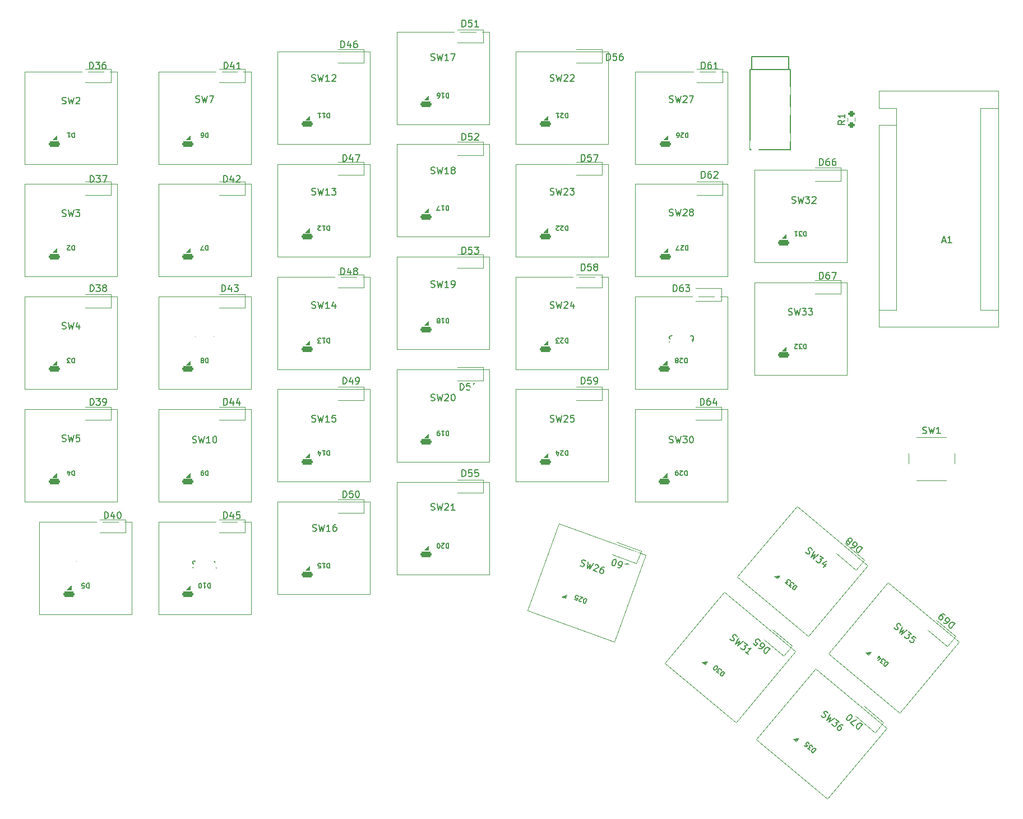
<source format=gto>
G04 #@! TF.GenerationSoftware,KiCad,Pcbnew,(6.0.5)*
G04 #@! TF.CreationDate,2022-06-20T01:21:13+02:00*
G04 #@! TF.ProjectId,LPKeyboard,4c504b65-7962-46f6-9172-642e6b696361,rev?*
G04 #@! TF.SameCoordinates,Original*
G04 #@! TF.FileFunction,Legend,Top*
G04 #@! TF.FilePolarity,Positive*
%FSLAX46Y46*%
G04 Gerber Fmt 4.6, Leading zero omitted, Abs format (unit mm)*
G04 Created by KiCad (PCBNEW (6.0.5)) date 2022-06-20 01:21:13*
%MOMM*%
%LPD*%
G01*
G04 APERTURE LIST*
G04 Aperture macros list*
%AMRoundRect*
0 Rectangle with rounded corners*
0 $1 Rounding radius*
0 $2 $3 $4 $5 $6 $7 $8 $9 X,Y pos of 4 corners*
0 Add a 4 corners polygon primitive as box body*
4,1,4,$2,$3,$4,$5,$6,$7,$8,$9,$2,$3,0*
0 Add four circle primitives for the rounded corners*
1,1,$1+$1,$2,$3*
1,1,$1+$1,$4,$5*
1,1,$1+$1,$6,$7*
1,1,$1+$1,$8,$9*
0 Add four rect primitives between the rounded corners*
20,1,$1+$1,$2,$3,$4,$5,0*
20,1,$1+$1,$4,$5,$6,$7,0*
20,1,$1+$1,$6,$7,$8,$9,0*
20,1,$1+$1,$8,$9,$2,$3,0*%
%AMRotRect*
0 Rectangle, with rotation*
0 The origin of the aperture is its center*
0 $1 length*
0 $2 width*
0 $3 Rotation angle, in degrees counterclockwise*
0 Add horizontal line*
21,1,$1,$2,0,0,$3*%
G04 Aperture macros list end*
%ADD10C,0.150000*%
%ADD11C,0.100000*%
%ADD12C,0.120000*%
%ADD13R,1.700000X0.820000*%
%ADD14RoundRect,0.205000X-0.645000X-0.205000X0.645000X-0.205000X0.645000X0.205000X-0.645000X0.205000X0*%
%ADD15C,1.900000*%
%ADD16C,3.400000*%
%ADD17R,0.900000X1.200000*%
%ADD18RotRect,0.900000X1.200000X140.000000*%
%ADD19RotRect,0.900000X1.200000X160.000000*%
%ADD20R,1.600000X1.600000*%
%ADD21O,1.600000X1.600000*%
%ADD22RotRect,1.700000X0.820000X320.000000*%
%ADD23RoundRect,0.205000X-0.625870X0.257559X0.362327X-0.571637X0.625870X-0.257559X-0.362327X0.571637X0*%
%ADD24C,2.000000*%
%ADD25RotRect,1.700000X0.820000X340.000000*%
%ADD26RoundRect,0.205000X-0.676216X0.027966X0.535988X-0.413240X0.676216X-0.027966X-0.535988X0.413240X0*%
%ADD27C,0.800000*%
%ADD28O,1.600000X2.000000*%
%ADD29RoundRect,0.200000X0.275000X-0.200000X0.275000X0.200000X-0.275000X0.200000X-0.275000X-0.200000X0*%
G04 APERTURE END LIST*
D10*
X47926666Y-62863133D02*
X47926666Y-63563133D01*
X47760000Y-63563133D01*
X47660000Y-63529800D01*
X47593333Y-63463133D01*
X47560000Y-63396466D01*
X47526666Y-63263133D01*
X47526666Y-63163133D01*
X47560000Y-63029800D01*
X47593333Y-62963133D01*
X47660000Y-62896466D01*
X47760000Y-62863133D01*
X47926666Y-62863133D01*
X46860000Y-62863133D02*
X47260000Y-62863133D01*
X47060000Y-62863133D02*
X47060000Y-63563133D01*
X47126666Y-63463133D01*
X47193333Y-63396466D01*
X47260000Y-63363133D01*
X140447500Y-96860733D02*
X140447500Y-97560733D01*
X140280833Y-97560733D01*
X140180833Y-97527400D01*
X140114166Y-97460733D01*
X140080833Y-97394066D01*
X140047500Y-97260733D01*
X140047500Y-97160733D01*
X140080833Y-97027400D01*
X140114166Y-96960733D01*
X140180833Y-96894066D01*
X140280833Y-96860733D01*
X140447500Y-96860733D01*
X139780833Y-97494066D02*
X139747500Y-97527400D01*
X139680833Y-97560733D01*
X139514166Y-97560733D01*
X139447500Y-97527400D01*
X139414166Y-97494066D01*
X139380833Y-97427400D01*
X139380833Y-97360733D01*
X139414166Y-97260733D01*
X139814166Y-96860733D01*
X139380833Y-96860733D01*
X138980833Y-97260733D02*
X139047500Y-97294066D01*
X139080833Y-97327400D01*
X139114166Y-97394066D01*
X139114166Y-97427400D01*
X139080833Y-97494066D01*
X139047500Y-97527400D01*
X138980833Y-97560733D01*
X138847500Y-97560733D01*
X138780833Y-97527400D01*
X138747500Y-97494066D01*
X138714166Y-97427400D01*
X138714166Y-97394066D01*
X138747500Y-97327400D01*
X138780833Y-97294066D01*
X138847500Y-97260733D01*
X138980833Y-97260733D01*
X139047500Y-97227400D01*
X139080833Y-97194066D01*
X139114166Y-97127400D01*
X139114166Y-96994066D01*
X139080833Y-96927400D01*
X139047500Y-96894066D01*
X138980833Y-96860733D01*
X138847500Y-96860733D01*
X138780833Y-96894066D01*
X138747500Y-96927400D01*
X138714166Y-96994066D01*
X138714166Y-97127400D01*
X138747500Y-97194066D01*
X138780833Y-97227400D01*
X138847500Y-97260733D01*
X137787976Y-94469161D02*
X137930833Y-94516780D01*
X138168928Y-94516780D01*
X138264166Y-94469161D01*
X138311785Y-94421542D01*
X138359404Y-94326304D01*
X138359404Y-94231066D01*
X138311785Y-94135828D01*
X138264166Y-94088209D01*
X138168928Y-94040590D01*
X137978452Y-93992971D01*
X137883214Y-93945352D01*
X137835595Y-93897733D01*
X137787976Y-93802495D01*
X137787976Y-93707257D01*
X137835595Y-93612019D01*
X137883214Y-93564400D01*
X137978452Y-93516780D01*
X138216547Y-93516780D01*
X138359404Y-93564400D01*
X138692738Y-93516780D02*
X138930833Y-94516780D01*
X139121309Y-93802495D01*
X139311785Y-94516780D01*
X139549880Y-93516780D01*
X139883214Y-93612019D02*
X139930833Y-93564400D01*
X140026071Y-93516780D01*
X140264166Y-93516780D01*
X140359404Y-93564400D01*
X140407023Y-93612019D01*
X140454642Y-93707257D01*
X140454642Y-93802495D01*
X140407023Y-93945352D01*
X139835595Y-94516780D01*
X140454642Y-94516780D01*
X140930833Y-94516780D02*
X141121309Y-94516780D01*
X141216547Y-94469161D01*
X141264166Y-94421542D01*
X141359404Y-94278685D01*
X141407023Y-94088209D01*
X141407023Y-93707257D01*
X141359404Y-93612019D01*
X141311785Y-93564400D01*
X141216547Y-93516780D01*
X141026071Y-93516780D01*
X140930833Y-93564400D01*
X140883214Y-93612019D01*
X140835595Y-93707257D01*
X140835595Y-93945352D01*
X140883214Y-94040590D01*
X140930833Y-94088209D01*
X141026071Y-94135828D01*
X141216547Y-94135828D01*
X141311785Y-94088209D01*
X141359404Y-94040590D01*
X141407023Y-93945352D01*
X122447500Y-93863133D02*
X122447500Y-94563133D01*
X122280833Y-94563133D01*
X122180833Y-94529800D01*
X122114166Y-94463133D01*
X122080833Y-94396466D01*
X122047500Y-94263133D01*
X122047500Y-94163133D01*
X122080833Y-94029800D01*
X122114166Y-93963133D01*
X122180833Y-93896466D01*
X122280833Y-93863133D01*
X122447500Y-93863133D01*
X121780833Y-94496466D02*
X121747500Y-94529800D01*
X121680833Y-94563133D01*
X121514166Y-94563133D01*
X121447500Y-94529800D01*
X121414166Y-94496466D01*
X121380833Y-94429800D01*
X121380833Y-94363133D01*
X121414166Y-94263133D01*
X121814166Y-93863133D01*
X121380833Y-93863133D01*
X121147500Y-94563133D02*
X120714166Y-94563133D01*
X120947500Y-94296466D01*
X120847500Y-94296466D01*
X120780833Y-94263133D01*
X120747500Y-94229800D01*
X120714166Y-94163133D01*
X120714166Y-93996466D01*
X120747500Y-93929800D01*
X120780833Y-93896466D01*
X120847500Y-93863133D01*
X121047500Y-93863133D01*
X121114166Y-93896466D01*
X121147500Y-93929800D01*
X155787976Y-90304161D02*
X155930833Y-90351780D01*
X156168928Y-90351780D01*
X156264166Y-90304161D01*
X156311785Y-90256542D01*
X156359404Y-90161304D01*
X156359404Y-90066066D01*
X156311785Y-89970828D01*
X156264166Y-89923209D01*
X156168928Y-89875590D01*
X155978452Y-89827971D01*
X155883214Y-89780352D01*
X155835595Y-89732733D01*
X155787976Y-89637495D01*
X155787976Y-89542257D01*
X155835595Y-89447019D01*
X155883214Y-89399400D01*
X155978452Y-89351780D01*
X156216547Y-89351780D01*
X156359404Y-89399400D01*
X156692738Y-89351780D02*
X156930833Y-90351780D01*
X157121309Y-89637495D01*
X157311785Y-90351780D01*
X157549880Y-89351780D01*
X157835595Y-89351780D02*
X158454642Y-89351780D01*
X158121309Y-89732733D01*
X158264166Y-89732733D01*
X158359404Y-89780352D01*
X158407023Y-89827971D01*
X158454642Y-89923209D01*
X158454642Y-90161304D01*
X158407023Y-90256542D01*
X158359404Y-90304161D01*
X158264166Y-90351780D01*
X157978452Y-90351780D01*
X157883214Y-90304161D01*
X157835595Y-90256542D01*
X158787976Y-89351780D02*
X159407023Y-89351780D01*
X159073690Y-89732733D01*
X159216547Y-89732733D01*
X159311785Y-89780352D01*
X159359404Y-89827971D01*
X159407023Y-89923209D01*
X159407023Y-90161304D01*
X159359404Y-90256542D01*
X159311785Y-90304161D01*
X159216547Y-90351780D01*
X158930833Y-90351780D01*
X158835595Y-90304161D01*
X158787976Y-90256542D01*
X119787976Y-72159761D02*
X119930833Y-72207380D01*
X120168928Y-72207380D01*
X120264166Y-72159761D01*
X120311785Y-72112142D01*
X120359404Y-72016904D01*
X120359404Y-71921666D01*
X120311785Y-71826428D01*
X120264166Y-71778809D01*
X120168928Y-71731190D01*
X119978452Y-71683571D01*
X119883214Y-71635952D01*
X119835595Y-71588333D01*
X119787976Y-71493095D01*
X119787976Y-71397857D01*
X119835595Y-71302619D01*
X119883214Y-71255000D01*
X119978452Y-71207380D01*
X120216547Y-71207380D01*
X120359404Y-71255000D01*
X120692738Y-71207380D02*
X120930833Y-72207380D01*
X121121309Y-71493095D01*
X121311785Y-72207380D01*
X121549880Y-71207380D01*
X121883214Y-71302619D02*
X121930833Y-71255000D01*
X122026071Y-71207380D01*
X122264166Y-71207380D01*
X122359404Y-71255000D01*
X122407023Y-71302619D01*
X122454642Y-71397857D01*
X122454642Y-71493095D01*
X122407023Y-71635952D01*
X121835595Y-72207380D01*
X122454642Y-72207380D01*
X122787976Y-71207380D02*
X123407023Y-71207380D01*
X123073690Y-71588333D01*
X123216547Y-71588333D01*
X123311785Y-71635952D01*
X123359404Y-71683571D01*
X123407023Y-71778809D01*
X123407023Y-72016904D01*
X123359404Y-72112142D01*
X123311785Y-72159761D01*
X123216547Y-72207380D01*
X122930833Y-72207380D01*
X122835595Y-72159761D01*
X122787976Y-72112142D01*
X66264166Y-77469161D02*
X66407023Y-77516780D01*
X66645119Y-77516780D01*
X66740357Y-77469161D01*
X66787976Y-77421542D01*
X66835595Y-77326304D01*
X66835595Y-77231066D01*
X66787976Y-77135828D01*
X66740357Y-77088209D01*
X66645119Y-77040590D01*
X66454642Y-76992971D01*
X66359404Y-76945352D01*
X66311785Y-76897733D01*
X66264166Y-76802495D01*
X66264166Y-76707257D01*
X66311785Y-76612019D01*
X66359404Y-76564400D01*
X66454642Y-76516780D01*
X66692738Y-76516780D01*
X66835595Y-76564400D01*
X67168928Y-76516780D02*
X67407023Y-77516780D01*
X67597500Y-76802495D01*
X67787976Y-77516780D01*
X68026071Y-76516780D01*
X68549880Y-76945352D02*
X68454642Y-76897733D01*
X68407023Y-76850114D01*
X68359404Y-76754876D01*
X68359404Y-76707257D01*
X68407023Y-76612019D01*
X68454642Y-76564400D01*
X68549880Y-76516780D01*
X68740357Y-76516780D01*
X68835595Y-76564400D01*
X68883214Y-76612019D01*
X68930833Y-76707257D01*
X68930833Y-76754876D01*
X68883214Y-76850114D01*
X68835595Y-76897733D01*
X68740357Y-76945352D01*
X68549880Y-76945352D01*
X68454642Y-76992971D01*
X68407023Y-77040590D01*
X68359404Y-77135828D01*
X68359404Y-77326304D01*
X68407023Y-77421542D01*
X68454642Y-77469161D01*
X68549880Y-77516780D01*
X68740357Y-77516780D01*
X68835595Y-77469161D01*
X68883214Y-77421542D01*
X68930833Y-77326304D01*
X68930833Y-77135828D01*
X68883214Y-77040590D01*
X68835595Y-76992971D01*
X68740357Y-76945352D01*
X156305476Y-73429761D02*
X156448333Y-73477380D01*
X156686428Y-73477380D01*
X156781666Y-73429761D01*
X156829285Y-73382142D01*
X156876904Y-73286904D01*
X156876904Y-73191666D01*
X156829285Y-73096428D01*
X156781666Y-73048809D01*
X156686428Y-73001190D01*
X156495952Y-72953571D01*
X156400714Y-72905952D01*
X156353095Y-72858333D01*
X156305476Y-72763095D01*
X156305476Y-72667857D01*
X156353095Y-72572619D01*
X156400714Y-72525000D01*
X156495952Y-72477380D01*
X156734047Y-72477380D01*
X156876904Y-72525000D01*
X157210238Y-72477380D02*
X157448333Y-73477380D01*
X157638809Y-72763095D01*
X157829285Y-73477380D01*
X158067380Y-72477380D01*
X158353095Y-72477380D02*
X158972142Y-72477380D01*
X158638809Y-72858333D01*
X158781666Y-72858333D01*
X158876904Y-72905952D01*
X158924523Y-72953571D01*
X158972142Y-73048809D01*
X158972142Y-73286904D01*
X158924523Y-73382142D01*
X158876904Y-73429761D01*
X158781666Y-73477380D01*
X158495952Y-73477380D01*
X158400714Y-73429761D01*
X158353095Y-73382142D01*
X159353095Y-72572619D02*
X159400714Y-72525000D01*
X159495952Y-72477380D01*
X159734047Y-72477380D01*
X159829285Y-72525000D01*
X159876904Y-72572619D01*
X159924523Y-72667857D01*
X159924523Y-72763095D01*
X159876904Y-72905952D01*
X159305476Y-73477380D01*
X159924523Y-73477380D01*
X101787976Y-51839761D02*
X101930833Y-51887380D01*
X102168928Y-51887380D01*
X102264166Y-51839761D01*
X102311785Y-51792142D01*
X102359404Y-51696904D01*
X102359404Y-51601666D01*
X102311785Y-51506428D01*
X102264166Y-51458809D01*
X102168928Y-51411190D01*
X101978452Y-51363571D01*
X101883214Y-51315952D01*
X101835595Y-51268333D01*
X101787976Y-51173095D01*
X101787976Y-51077857D01*
X101835595Y-50982619D01*
X101883214Y-50935000D01*
X101978452Y-50887380D01*
X102216547Y-50887380D01*
X102359404Y-50935000D01*
X102692738Y-50887380D02*
X102930833Y-51887380D01*
X103121309Y-51173095D01*
X103311785Y-51887380D01*
X103549880Y-50887380D01*
X104454642Y-51887380D02*
X103883214Y-51887380D01*
X104168928Y-51887380D02*
X104168928Y-50887380D01*
X104073690Y-51030238D01*
X103978452Y-51125476D01*
X103883214Y-51173095D01*
X104787976Y-50887380D02*
X105454642Y-50887380D01*
X105026071Y-51887380D01*
X66264166Y-58189761D02*
X66407023Y-58237380D01*
X66645119Y-58237380D01*
X66740357Y-58189761D01*
X66787976Y-58142142D01*
X66835595Y-58046904D01*
X66835595Y-57951666D01*
X66787976Y-57856428D01*
X66740357Y-57808809D01*
X66645119Y-57761190D01*
X66454642Y-57713571D01*
X66359404Y-57665952D01*
X66311785Y-57618333D01*
X66264166Y-57523095D01*
X66264166Y-57427857D01*
X66311785Y-57332619D01*
X66359404Y-57285000D01*
X66454642Y-57237380D01*
X66692738Y-57237380D01*
X66835595Y-57285000D01*
X67168928Y-57237380D02*
X67407023Y-58237380D01*
X67597500Y-57523095D01*
X67787976Y-58237380D01*
X68026071Y-57237380D01*
X68311785Y-57237380D02*
X68978452Y-57237380D01*
X68549880Y-58237380D01*
X146961875Y-139264981D02*
X147040701Y-139393286D01*
X147223092Y-139546330D01*
X147326658Y-139571070D01*
X147393745Y-139565201D01*
X147491441Y-139522853D01*
X147552659Y-139449896D01*
X147577399Y-139346331D01*
X147571529Y-139279244D01*
X147529182Y-139181547D01*
X147413877Y-139022633D01*
X147371530Y-138924937D01*
X147365660Y-138857850D01*
X147390400Y-138754284D01*
X147451618Y-138681328D01*
X147549314Y-138638980D01*
X147616401Y-138633111D01*
X147719967Y-138657850D01*
X147902358Y-138810895D01*
X147981184Y-138939200D01*
X148267141Y-139116984D02*
X147806745Y-140036073D01*
X148411793Y-139611334D01*
X148098572Y-140280945D01*
X148923751Y-139667945D01*
X149142621Y-139851599D02*
X149616839Y-140249515D01*
X149116619Y-140327079D01*
X149226054Y-140418905D01*
X149268402Y-140516602D01*
X149274271Y-140583689D01*
X149249532Y-140687254D01*
X149096487Y-140869646D01*
X148998791Y-140911994D01*
X148931703Y-140917863D01*
X148828138Y-140893123D01*
X148609268Y-140709470D01*
X148566920Y-140611774D01*
X148561051Y-140544686D01*
X149703617Y-141627738D02*
X149265878Y-141260431D01*
X149484747Y-141444084D02*
X150127535Y-140678040D01*
X149962752Y-140726257D01*
X149828577Y-140737996D01*
X149725012Y-140713256D01*
X88484841Y-67127380D02*
X88484841Y-66127380D01*
X88722936Y-66127380D01*
X88865793Y-66175000D01*
X88961031Y-66270238D01*
X89008650Y-66365476D01*
X89056269Y-66555952D01*
X89056269Y-66698809D01*
X89008650Y-66889285D01*
X88961031Y-66984523D01*
X88865793Y-67079761D01*
X88722936Y-67127380D01*
X88484841Y-67127380D01*
X89913412Y-66460714D02*
X89913412Y-67127380D01*
X89675317Y-66079761D02*
X89437222Y-66794047D01*
X90056269Y-66794047D01*
X90341984Y-66127380D02*
X91008650Y-66127380D01*
X90580079Y-67127380D01*
X101787976Y-103274761D02*
X101930833Y-103322380D01*
X102168928Y-103322380D01*
X102264166Y-103274761D01*
X102311785Y-103227142D01*
X102359404Y-103131904D01*
X102359404Y-103036666D01*
X102311785Y-102941428D01*
X102264166Y-102893809D01*
X102168928Y-102846190D01*
X101978452Y-102798571D01*
X101883214Y-102750952D01*
X101835595Y-102703333D01*
X101787976Y-102608095D01*
X101787976Y-102512857D01*
X101835595Y-102417619D01*
X101883214Y-102370000D01*
X101978452Y-102322380D01*
X102216547Y-102322380D01*
X102359404Y-102370000D01*
X102692738Y-102322380D02*
X102930833Y-103322380D01*
X103121309Y-102608095D01*
X103311785Y-103322380D01*
X103549880Y-102322380D01*
X103883214Y-102417619D02*
X103930833Y-102370000D01*
X104026071Y-102322380D01*
X104264166Y-102322380D01*
X104359404Y-102370000D01*
X104407023Y-102417619D01*
X104454642Y-102512857D01*
X104454642Y-102608095D01*
X104407023Y-102750952D01*
X103835595Y-103322380D01*
X104454642Y-103322380D01*
X105073690Y-102322380D02*
X105168928Y-102322380D01*
X105264166Y-102370000D01*
X105311785Y-102417619D01*
X105359404Y-102512857D01*
X105407023Y-102703333D01*
X105407023Y-102941428D01*
X105359404Y-103131904D01*
X105311785Y-103227142D01*
X105264166Y-103274761D01*
X105168928Y-103322380D01*
X105073690Y-103322380D01*
X104978452Y-103274761D01*
X104930833Y-103227142D01*
X104883214Y-103131904D01*
X104835595Y-102941428D01*
X104835595Y-102703333D01*
X104883214Y-102512857D01*
X104930833Y-102417619D01*
X104978452Y-102370000D01*
X105073690Y-102322380D01*
X86447500Y-59863133D02*
X86447500Y-60563133D01*
X86280833Y-60563133D01*
X86180833Y-60529800D01*
X86114166Y-60463133D01*
X86080833Y-60396466D01*
X86047500Y-60263133D01*
X86047500Y-60163133D01*
X86080833Y-60029800D01*
X86114166Y-59963133D01*
X86180833Y-59896466D01*
X86280833Y-59863133D01*
X86447500Y-59863133D01*
X85380833Y-59863133D02*
X85780833Y-59863133D01*
X85580833Y-59863133D02*
X85580833Y-60563133D01*
X85647500Y-60463133D01*
X85714166Y-60396466D01*
X85780833Y-60363133D01*
X84714166Y-59863133D02*
X85114166Y-59863133D01*
X84914166Y-59863133D02*
X84914166Y-60563133D01*
X84980833Y-60463133D01*
X85047500Y-60396466D01*
X85114166Y-60363133D01*
X166955981Y-152198983D02*
X166313194Y-152965028D01*
X166130802Y-152811983D01*
X166051976Y-152683678D01*
X166040237Y-152549504D01*
X166064977Y-152445938D01*
X166150934Y-152269416D01*
X166242761Y-152159981D01*
X166401675Y-152044677D01*
X166499371Y-152002329D01*
X166633546Y-151990590D01*
X166773590Y-152045939D01*
X166955981Y-152198983D01*
X165620106Y-152383458D02*
X165109409Y-151954933D01*
X166080502Y-151464369D01*
X164671670Y-151587626D02*
X164598713Y-151526408D01*
X164556365Y-151428712D01*
X164550496Y-151361625D01*
X164575236Y-151258059D01*
X164661193Y-151081537D01*
X164814238Y-150899145D01*
X164973152Y-150783841D01*
X165070848Y-150741493D01*
X165137935Y-150735624D01*
X165241501Y-150760364D01*
X165314457Y-150821581D01*
X165356805Y-150919278D01*
X165362674Y-150986365D01*
X165337935Y-151089930D01*
X165251977Y-151266452D01*
X165098933Y-151448844D01*
X164940019Y-151564148D01*
X164842323Y-151606496D01*
X164775235Y-151612365D01*
X164671670Y-151587626D01*
X131662606Y-128021763D02*
X131320586Y-128961455D01*
X131096850Y-128880022D01*
X130978895Y-128786415D01*
X130921973Y-128664347D01*
X130909800Y-128558566D01*
X130930199Y-128363290D01*
X130979059Y-128229048D01*
X131088953Y-128066346D01*
X131166274Y-127993138D01*
X131288341Y-127936217D01*
X131438870Y-127940329D01*
X131662606Y-128021763D01*
X129978168Y-128472855D02*
X130157157Y-128538002D01*
X130262938Y-128525828D01*
X130323972Y-128497367D01*
X130462327Y-128395699D01*
X130572221Y-128232996D01*
X130702514Y-127875018D01*
X130690340Y-127769237D01*
X130661880Y-127708203D01*
X130588672Y-127630882D01*
X130409683Y-127565736D01*
X130303902Y-127577910D01*
X130242868Y-127606370D01*
X130165547Y-127679578D01*
X130084114Y-127903314D01*
X130096288Y-128009096D01*
X130124748Y-128070130D01*
X130197956Y-128147450D01*
X130376945Y-128212597D01*
X130482726Y-128200423D01*
X130543760Y-128171962D01*
X130621081Y-128098755D01*
X129306959Y-128228555D02*
X129217465Y-128195982D01*
X129144257Y-128118661D01*
X129115796Y-128057627D01*
X129103622Y-127951846D01*
X129124022Y-127756570D01*
X129205455Y-127532834D01*
X129315349Y-127370131D01*
X129392669Y-127296923D01*
X129453703Y-127268463D01*
X129559485Y-127256289D01*
X129648979Y-127288862D01*
X129722187Y-127366183D01*
X129750648Y-127427217D01*
X129762822Y-127532998D01*
X129742422Y-127728274D01*
X129660989Y-127952010D01*
X129551095Y-128114713D01*
X129473774Y-128187920D01*
X129412740Y-128216381D01*
X129306959Y-128228555D01*
X47926666Y-96863133D02*
X47926666Y-97563133D01*
X47760000Y-97563133D01*
X47660000Y-97529800D01*
X47593333Y-97463133D01*
X47560000Y-97396466D01*
X47526666Y-97263133D01*
X47526666Y-97163133D01*
X47560000Y-97029800D01*
X47593333Y-96963133D01*
X47660000Y-96896466D01*
X47760000Y-96863133D01*
X47926666Y-96863133D01*
X47293333Y-97563133D02*
X46860000Y-97563133D01*
X47093333Y-97296466D01*
X46993333Y-97296466D01*
X46926666Y-97263133D01*
X46893333Y-97229800D01*
X46860000Y-97163133D01*
X46860000Y-96996466D01*
X46893333Y-96929800D01*
X46926666Y-96896466D01*
X46993333Y-96863133D01*
X47193333Y-96863133D01*
X47260000Y-96896466D01*
X47293333Y-96929800D01*
X50297341Y-103957380D02*
X50297341Y-102957380D01*
X50535436Y-102957380D01*
X50678293Y-103005000D01*
X50773531Y-103100238D01*
X50821150Y-103195476D01*
X50868769Y-103385952D01*
X50868769Y-103528809D01*
X50821150Y-103719285D01*
X50773531Y-103814523D01*
X50678293Y-103909761D01*
X50535436Y-103957380D01*
X50297341Y-103957380D01*
X51202103Y-102957380D02*
X51821150Y-102957380D01*
X51487817Y-103338333D01*
X51630674Y-103338333D01*
X51725912Y-103385952D01*
X51773531Y-103433571D01*
X51821150Y-103528809D01*
X51821150Y-103766904D01*
X51773531Y-103862142D01*
X51725912Y-103909761D01*
X51630674Y-103957380D01*
X51344960Y-103957380D01*
X51249722Y-103909761D01*
X51202103Y-103862142D01*
X52297341Y-103957380D02*
X52487817Y-103957380D01*
X52583055Y-103909761D01*
X52630674Y-103862142D01*
X52725912Y-103719285D01*
X52773531Y-103528809D01*
X52773531Y-103147857D01*
X52725912Y-103052619D01*
X52678293Y-103005000D01*
X52583055Y-102957380D01*
X52392579Y-102957380D01*
X52297341Y-103005000D01*
X52249722Y-103052619D01*
X52202103Y-103147857D01*
X52202103Y-103385952D01*
X52249722Y-103481190D01*
X52297341Y-103528809D01*
X52392579Y-103576428D01*
X52583055Y-103576428D01*
X52678293Y-103528809D01*
X52725912Y-103481190D01*
X52773531Y-103385952D01*
X158447500Y-77738133D02*
X158447500Y-78438133D01*
X158280833Y-78438133D01*
X158180833Y-78404800D01*
X158114166Y-78338133D01*
X158080833Y-78271466D01*
X158047500Y-78138133D01*
X158047500Y-78038133D01*
X158080833Y-77904800D01*
X158114166Y-77838133D01*
X158180833Y-77771466D01*
X158280833Y-77738133D01*
X158447500Y-77738133D01*
X157814166Y-78438133D02*
X157380833Y-78438133D01*
X157614166Y-78171466D01*
X157514166Y-78171466D01*
X157447500Y-78138133D01*
X157414166Y-78104800D01*
X157380833Y-78038133D01*
X157380833Y-77871466D01*
X157414166Y-77804800D01*
X157447500Y-77771466D01*
X157514166Y-77738133D01*
X157714166Y-77738133D01*
X157780833Y-77771466D01*
X157814166Y-77804800D01*
X156714166Y-77738133D02*
X157114166Y-77738133D01*
X156914166Y-77738133D02*
X156914166Y-78438133D01*
X156980833Y-78338133D01*
X157047500Y-78271466D01*
X157114166Y-78238133D01*
X137787976Y-75334761D02*
X137930833Y-75382380D01*
X138168928Y-75382380D01*
X138264166Y-75334761D01*
X138311785Y-75287142D01*
X138359404Y-75191904D01*
X138359404Y-75096666D01*
X138311785Y-75001428D01*
X138264166Y-74953809D01*
X138168928Y-74906190D01*
X137978452Y-74858571D01*
X137883214Y-74810952D01*
X137835595Y-74763333D01*
X137787976Y-74668095D01*
X137787976Y-74572857D01*
X137835595Y-74477619D01*
X137883214Y-74430000D01*
X137978452Y-74382380D01*
X138216547Y-74382380D01*
X138359404Y-74430000D01*
X138692738Y-74382380D02*
X138930833Y-75382380D01*
X139121309Y-74668095D01*
X139311785Y-75382380D01*
X139549880Y-74382380D01*
X139883214Y-74477619D02*
X139930833Y-74430000D01*
X140026071Y-74382380D01*
X140264166Y-74382380D01*
X140359404Y-74430000D01*
X140407023Y-74477619D01*
X140454642Y-74572857D01*
X140454642Y-74668095D01*
X140407023Y-74810952D01*
X139835595Y-75382380D01*
X140454642Y-75382380D01*
X141026071Y-74810952D02*
X140930833Y-74763333D01*
X140883214Y-74715714D01*
X140835595Y-74620476D01*
X140835595Y-74572857D01*
X140883214Y-74477619D01*
X140930833Y-74430000D01*
X141026071Y-74382380D01*
X141216547Y-74382380D01*
X141311785Y-74430000D01*
X141359404Y-74477619D01*
X141407023Y-74572857D01*
X141407023Y-74620476D01*
X141359404Y-74715714D01*
X141311785Y-74763333D01*
X141216547Y-74810952D01*
X141026071Y-74810952D01*
X140930833Y-74858571D01*
X140883214Y-74906190D01*
X140835595Y-75001428D01*
X140835595Y-75191904D01*
X140883214Y-75287142D01*
X140930833Y-75334761D01*
X141026071Y-75382380D01*
X141216547Y-75382380D01*
X141311785Y-75334761D01*
X141359404Y-75287142D01*
X141407023Y-75191904D01*
X141407023Y-75001428D01*
X141359404Y-74906190D01*
X141311785Y-74858571D01*
X141216547Y-74810952D01*
X179000714Y-79149166D02*
X179476904Y-79149166D01*
X178905476Y-79434880D02*
X179238809Y-78434880D01*
X179572142Y-79434880D01*
X180429285Y-79434880D02*
X179857857Y-79434880D01*
X180143571Y-79434880D02*
X180143571Y-78434880D01*
X180048333Y-78577738D01*
X179953095Y-78672976D01*
X179857857Y-78720595D01*
X50297341Y-70302380D02*
X50297341Y-69302380D01*
X50535436Y-69302380D01*
X50678293Y-69350000D01*
X50773531Y-69445238D01*
X50821150Y-69540476D01*
X50868769Y-69730952D01*
X50868769Y-69873809D01*
X50821150Y-70064285D01*
X50773531Y-70159523D01*
X50678293Y-70254761D01*
X50535436Y-70302380D01*
X50297341Y-70302380D01*
X51202103Y-69302380D02*
X51821150Y-69302380D01*
X51487817Y-69683333D01*
X51630674Y-69683333D01*
X51725912Y-69730952D01*
X51773531Y-69778571D01*
X51821150Y-69873809D01*
X51821150Y-70111904D01*
X51773531Y-70207142D01*
X51725912Y-70254761D01*
X51630674Y-70302380D01*
X51344960Y-70302380D01*
X51249722Y-70254761D01*
X51202103Y-70207142D01*
X52154484Y-69302380D02*
X52821150Y-69302380D01*
X52392579Y-70302380D01*
X152985981Y-140768983D02*
X152343194Y-141535028D01*
X152160802Y-141381983D01*
X152081976Y-141253678D01*
X152070237Y-141119504D01*
X152094977Y-141015938D01*
X152180934Y-140839416D01*
X152272761Y-140729981D01*
X152431675Y-140614677D01*
X152529371Y-140572329D01*
X152663546Y-140560590D01*
X152803590Y-140615939D01*
X152985981Y-140768983D01*
X151248844Y-140616760D02*
X151394758Y-140739196D01*
X151498323Y-140763935D01*
X151565410Y-140758066D01*
X151730194Y-140709849D01*
X151889108Y-140594544D01*
X152133979Y-140302718D01*
X152158719Y-140199152D01*
X152152850Y-140132065D01*
X152110502Y-140034369D01*
X151964589Y-139911933D01*
X151861023Y-139887194D01*
X151793936Y-139893063D01*
X151696240Y-139935411D01*
X151543195Y-140117802D01*
X151518455Y-140221368D01*
X151524325Y-140288455D01*
X151566672Y-140386151D01*
X151712586Y-140508587D01*
X151816151Y-140533327D01*
X151883238Y-140527457D01*
X151980935Y-140485109D01*
X150482800Y-139973972D02*
X150847583Y-140280062D01*
X151190151Y-139945887D01*
X151123063Y-139951757D01*
X151019498Y-139927017D01*
X150837106Y-139773973D01*
X150794759Y-139676276D01*
X150788889Y-139609189D01*
X150813629Y-139505624D01*
X150966674Y-139323232D01*
X151064370Y-139280884D01*
X151131457Y-139275015D01*
X151235022Y-139299755D01*
X151417414Y-139452799D01*
X151459762Y-139550495D01*
X151465631Y-139617583D01*
X101787976Y-86129761D02*
X101930833Y-86177380D01*
X102168928Y-86177380D01*
X102264166Y-86129761D01*
X102311785Y-86082142D01*
X102359404Y-85986904D01*
X102359404Y-85891666D01*
X102311785Y-85796428D01*
X102264166Y-85748809D01*
X102168928Y-85701190D01*
X101978452Y-85653571D01*
X101883214Y-85605952D01*
X101835595Y-85558333D01*
X101787976Y-85463095D01*
X101787976Y-85367857D01*
X101835595Y-85272619D01*
X101883214Y-85225000D01*
X101978452Y-85177380D01*
X102216547Y-85177380D01*
X102359404Y-85225000D01*
X102692738Y-85177380D02*
X102930833Y-86177380D01*
X103121309Y-85463095D01*
X103311785Y-86177380D01*
X103549880Y-85177380D01*
X104454642Y-86177380D02*
X103883214Y-86177380D01*
X104168928Y-86177380D02*
X104168928Y-85177380D01*
X104073690Y-85320238D01*
X103978452Y-85415476D01*
X103883214Y-85463095D01*
X104930833Y-86177380D02*
X105121309Y-86177380D01*
X105216547Y-86129761D01*
X105264166Y-86082142D01*
X105359404Y-85939285D01*
X105407023Y-85748809D01*
X105407023Y-85367857D01*
X105359404Y-85272619D01*
X105311785Y-85225000D01*
X105216547Y-85177380D01*
X105026071Y-85177380D01*
X104930833Y-85225000D01*
X104883214Y-85272619D01*
X104835595Y-85367857D01*
X104835595Y-85605952D01*
X104883214Y-85701190D01*
X104930833Y-85748809D01*
X105026071Y-85796428D01*
X105216547Y-85796428D01*
X105311785Y-85748809D01*
X105359404Y-85701190D01*
X105407023Y-85605952D01*
X140447500Y-113863133D02*
X140447500Y-114563133D01*
X140280833Y-114563133D01*
X140180833Y-114529800D01*
X140114166Y-114463133D01*
X140080833Y-114396466D01*
X140047500Y-114263133D01*
X140047500Y-114163133D01*
X140080833Y-114029800D01*
X140114166Y-113963133D01*
X140180833Y-113896466D01*
X140280833Y-113863133D01*
X140447500Y-113863133D01*
X139780833Y-114496466D02*
X139747500Y-114529800D01*
X139680833Y-114563133D01*
X139514166Y-114563133D01*
X139447500Y-114529800D01*
X139414166Y-114496466D01*
X139380833Y-114429800D01*
X139380833Y-114363133D01*
X139414166Y-114263133D01*
X139814166Y-113863133D01*
X139380833Y-113863133D01*
X139047500Y-113863133D02*
X138914166Y-113863133D01*
X138847500Y-113896466D01*
X138814166Y-113929800D01*
X138747500Y-114029800D01*
X138714166Y-114163133D01*
X138714166Y-114429800D01*
X138747500Y-114496466D01*
X138780833Y-114529800D01*
X138847500Y-114563133D01*
X138980833Y-114563133D01*
X139047500Y-114529800D01*
X139080833Y-114496466D01*
X139114166Y-114429800D01*
X139114166Y-114263133D01*
X139080833Y-114196466D01*
X139047500Y-114163133D01*
X138980833Y-114129800D01*
X138847500Y-114129800D01*
X138780833Y-114163133D01*
X138747500Y-114196466D01*
X138714166Y-114263133D01*
X88484841Y-100782380D02*
X88484841Y-99782380D01*
X88722936Y-99782380D01*
X88865793Y-99830000D01*
X88961031Y-99925238D01*
X89008650Y-100020476D01*
X89056269Y-100210952D01*
X89056269Y-100353809D01*
X89008650Y-100544285D01*
X88961031Y-100639523D01*
X88865793Y-100734761D01*
X88722936Y-100782380D01*
X88484841Y-100782380D01*
X89913412Y-100115714D02*
X89913412Y-100782380D01*
X89675317Y-99734761D02*
X89437222Y-100449047D01*
X90056269Y-100449047D01*
X90484841Y-100782380D02*
X90675317Y-100782380D01*
X90770555Y-100734761D01*
X90818174Y-100687142D01*
X90913412Y-100544285D01*
X90961031Y-100353809D01*
X90961031Y-99972857D01*
X90913412Y-99877619D01*
X90865793Y-99830000D01*
X90770555Y-99782380D01*
X90580079Y-99782380D01*
X90484841Y-99830000D01*
X90437222Y-99877619D01*
X90389603Y-99972857D01*
X90389603Y-100210952D01*
X90437222Y-100306190D01*
X90484841Y-100353809D01*
X90580079Y-100401428D01*
X90770555Y-100401428D01*
X90865793Y-100353809D01*
X90913412Y-100306190D01*
X90961031Y-100210952D01*
X70484841Y-103957380D02*
X70484841Y-102957380D01*
X70722936Y-102957380D01*
X70865793Y-103005000D01*
X70961031Y-103100238D01*
X71008650Y-103195476D01*
X71056269Y-103385952D01*
X71056269Y-103528809D01*
X71008650Y-103719285D01*
X70961031Y-103814523D01*
X70865793Y-103909761D01*
X70722936Y-103957380D01*
X70484841Y-103957380D01*
X71913412Y-103290714D02*
X71913412Y-103957380D01*
X71675317Y-102909761D02*
X71437222Y-103624047D01*
X72056269Y-103624047D01*
X72865793Y-103290714D02*
X72865793Y-103957380D01*
X72627698Y-102909761D02*
X72389603Y-103624047D01*
X73008650Y-103624047D01*
X52484841Y-121102380D02*
X52484841Y-120102380D01*
X52722936Y-120102380D01*
X52865793Y-120150000D01*
X52961031Y-120245238D01*
X53008650Y-120340476D01*
X53056269Y-120530952D01*
X53056269Y-120673809D01*
X53008650Y-120864285D01*
X52961031Y-120959523D01*
X52865793Y-121054761D01*
X52722936Y-121102380D01*
X52484841Y-121102380D01*
X53913412Y-120435714D02*
X53913412Y-121102380D01*
X53675317Y-120054761D02*
X53437222Y-120769047D01*
X54056269Y-120769047D01*
X54627698Y-120102380D02*
X54722936Y-120102380D01*
X54818174Y-120150000D01*
X54865793Y-120197619D01*
X54913412Y-120292857D01*
X54961031Y-120483333D01*
X54961031Y-120721428D01*
X54913412Y-120911904D01*
X54865793Y-121007142D01*
X54818174Y-121054761D01*
X54722936Y-121102380D01*
X54627698Y-121102380D01*
X54532460Y-121054761D01*
X54484841Y-121007142D01*
X54437222Y-120911904D01*
X54389603Y-120721428D01*
X54389603Y-120483333D01*
X54437222Y-120292857D01*
X54484841Y-120197619D01*
X54532460Y-120150000D01*
X54627698Y-120102380D01*
X101787976Y-119784761D02*
X101930833Y-119832380D01*
X102168928Y-119832380D01*
X102264166Y-119784761D01*
X102311785Y-119737142D01*
X102359404Y-119641904D01*
X102359404Y-119546666D01*
X102311785Y-119451428D01*
X102264166Y-119403809D01*
X102168928Y-119356190D01*
X101978452Y-119308571D01*
X101883214Y-119260952D01*
X101835595Y-119213333D01*
X101787976Y-119118095D01*
X101787976Y-119022857D01*
X101835595Y-118927619D01*
X101883214Y-118880000D01*
X101978452Y-118832380D01*
X102216547Y-118832380D01*
X102359404Y-118880000D01*
X102692738Y-118832380D02*
X102930833Y-119832380D01*
X103121309Y-119118095D01*
X103311785Y-119832380D01*
X103549880Y-118832380D01*
X103883214Y-118927619D02*
X103930833Y-118880000D01*
X104026071Y-118832380D01*
X104264166Y-118832380D01*
X104359404Y-118880000D01*
X104407023Y-118927619D01*
X104454642Y-119022857D01*
X104454642Y-119118095D01*
X104407023Y-119260952D01*
X103835595Y-119832380D01*
X104454642Y-119832380D01*
X105407023Y-119832380D02*
X104835595Y-119832380D01*
X105121309Y-119832380D02*
X105121309Y-118832380D01*
X105026071Y-118975238D01*
X104930833Y-119070476D01*
X104835595Y-119118095D01*
X88184841Y-49982380D02*
X88184841Y-48982380D01*
X88422936Y-48982380D01*
X88565793Y-49030000D01*
X88661031Y-49125238D01*
X88708650Y-49220476D01*
X88756269Y-49410952D01*
X88756269Y-49553809D01*
X88708650Y-49744285D01*
X88661031Y-49839523D01*
X88565793Y-49934761D01*
X88422936Y-49982380D01*
X88184841Y-49982380D01*
X89613412Y-49315714D02*
X89613412Y-49982380D01*
X89375317Y-48934761D02*
X89137222Y-49649047D01*
X89756269Y-49649047D01*
X90565793Y-48982380D02*
X90375317Y-48982380D01*
X90280079Y-49030000D01*
X90232460Y-49077619D01*
X90137222Y-49220476D01*
X90089603Y-49410952D01*
X90089603Y-49791904D01*
X90137222Y-49887142D01*
X90184841Y-49934761D01*
X90280079Y-49982380D01*
X90470555Y-49982380D01*
X90565793Y-49934761D01*
X90613412Y-49887142D01*
X90661031Y-49791904D01*
X90661031Y-49553809D01*
X90613412Y-49458571D01*
X90565793Y-49410952D01*
X90470555Y-49363333D01*
X90280079Y-49363333D01*
X90184841Y-49410952D01*
X90137222Y-49458571D01*
X90089603Y-49553809D01*
X86447500Y-76863133D02*
X86447500Y-77563133D01*
X86280833Y-77563133D01*
X86180833Y-77529800D01*
X86114166Y-77463133D01*
X86080833Y-77396466D01*
X86047500Y-77263133D01*
X86047500Y-77163133D01*
X86080833Y-77029800D01*
X86114166Y-76963133D01*
X86180833Y-76896466D01*
X86280833Y-76863133D01*
X86447500Y-76863133D01*
X85380833Y-76863133D02*
X85780833Y-76863133D01*
X85580833Y-76863133D02*
X85580833Y-77563133D01*
X85647500Y-77463133D01*
X85714166Y-77396466D01*
X85780833Y-77363133D01*
X85114166Y-77496466D02*
X85080833Y-77529800D01*
X85014166Y-77563133D01*
X84847500Y-77563133D01*
X84780833Y-77529800D01*
X84747500Y-77496466D01*
X84714166Y-77429800D01*
X84714166Y-77363133D01*
X84747500Y-77263133D01*
X85147500Y-76863133D01*
X84714166Y-76863133D01*
X46076666Y-58429161D02*
X46219523Y-58476780D01*
X46457619Y-58476780D01*
X46552857Y-58429161D01*
X46600476Y-58381542D01*
X46648095Y-58286304D01*
X46648095Y-58191066D01*
X46600476Y-58095828D01*
X46552857Y-58048209D01*
X46457619Y-58000590D01*
X46267142Y-57952971D01*
X46171904Y-57905352D01*
X46124285Y-57857733D01*
X46076666Y-57762495D01*
X46076666Y-57667257D01*
X46124285Y-57572019D01*
X46171904Y-57524400D01*
X46267142Y-57476780D01*
X46505238Y-57476780D01*
X46648095Y-57524400D01*
X46981428Y-57476780D02*
X47219523Y-58476780D01*
X47410000Y-57762495D01*
X47600476Y-58476780D01*
X47838571Y-57476780D01*
X48171904Y-57572019D02*
X48219523Y-57524400D01*
X48314761Y-57476780D01*
X48552857Y-57476780D01*
X48648095Y-57524400D01*
X48695714Y-57572019D01*
X48743333Y-57667257D01*
X48743333Y-57762495D01*
X48695714Y-57905352D01*
X48124285Y-58476780D01*
X48743333Y-58476780D01*
X68114166Y-113863133D02*
X68114166Y-114563133D01*
X67947500Y-114563133D01*
X67847500Y-114529800D01*
X67780833Y-114463133D01*
X67747500Y-114396466D01*
X67714166Y-114263133D01*
X67714166Y-114163133D01*
X67747500Y-114029800D01*
X67780833Y-113963133D01*
X67847500Y-113896466D01*
X67947500Y-113863133D01*
X68114166Y-113863133D01*
X67380833Y-113863133D02*
X67247500Y-113863133D01*
X67180833Y-113896466D01*
X67147500Y-113929800D01*
X67080833Y-114029800D01*
X67047500Y-114163133D01*
X67047500Y-114429800D01*
X67080833Y-114496466D01*
X67114166Y-114529800D01*
X67180833Y-114563133D01*
X67314166Y-114563133D01*
X67380833Y-114529800D01*
X67414166Y-114496466D01*
X67447500Y-114429800D01*
X67447500Y-114263133D01*
X67414166Y-114196466D01*
X67380833Y-114163133D01*
X67314166Y-114129800D01*
X67180833Y-114129800D01*
X67114166Y-114163133D01*
X67080833Y-114196466D01*
X67047500Y-114263133D01*
X68114166Y-62863133D02*
X68114166Y-63563133D01*
X67947500Y-63563133D01*
X67847500Y-63529800D01*
X67780833Y-63463133D01*
X67747500Y-63396466D01*
X67714166Y-63263133D01*
X67714166Y-63163133D01*
X67747500Y-63029800D01*
X67780833Y-62963133D01*
X67847500Y-62896466D01*
X67947500Y-62863133D01*
X68114166Y-62863133D01*
X67114166Y-63563133D02*
X67247500Y-63563133D01*
X67314166Y-63529800D01*
X67347500Y-63496466D01*
X67414166Y-63396466D01*
X67447500Y-63263133D01*
X67447500Y-62996466D01*
X67414166Y-62929800D01*
X67380833Y-62896466D01*
X67314166Y-62863133D01*
X67180833Y-62863133D01*
X67114166Y-62896466D01*
X67080833Y-62929800D01*
X67047500Y-62996466D01*
X67047500Y-63163133D01*
X67080833Y-63229800D01*
X67114166Y-63263133D01*
X67180833Y-63296466D01*
X67314166Y-63296466D01*
X67380833Y-63263133D01*
X67414166Y-63229800D01*
X67447500Y-63163133D01*
X46076666Y-75429161D02*
X46219523Y-75476780D01*
X46457619Y-75476780D01*
X46552857Y-75429161D01*
X46600476Y-75381542D01*
X46648095Y-75286304D01*
X46648095Y-75191066D01*
X46600476Y-75095828D01*
X46552857Y-75048209D01*
X46457619Y-75000590D01*
X46267142Y-74952971D01*
X46171904Y-74905352D01*
X46124285Y-74857733D01*
X46076666Y-74762495D01*
X46076666Y-74667257D01*
X46124285Y-74572019D01*
X46171904Y-74524400D01*
X46267142Y-74476780D01*
X46505238Y-74476780D01*
X46648095Y-74524400D01*
X46981428Y-74476780D02*
X47219523Y-75476780D01*
X47410000Y-74762495D01*
X47600476Y-75476780D01*
X47838571Y-74476780D01*
X48124285Y-74476780D02*
X48743333Y-74476780D01*
X48410000Y-74857733D01*
X48552857Y-74857733D01*
X48648095Y-74905352D01*
X48695714Y-74952971D01*
X48743333Y-75048209D01*
X48743333Y-75286304D01*
X48695714Y-75381542D01*
X48648095Y-75429161D01*
X48552857Y-75476780D01*
X48267142Y-75476780D01*
X48171904Y-75429161D01*
X48124285Y-75381542D01*
X104447500Y-90863133D02*
X104447500Y-91563133D01*
X104280833Y-91563133D01*
X104180833Y-91529800D01*
X104114166Y-91463133D01*
X104080833Y-91396466D01*
X104047500Y-91263133D01*
X104047500Y-91163133D01*
X104080833Y-91029800D01*
X104114166Y-90963133D01*
X104180833Y-90896466D01*
X104280833Y-90863133D01*
X104447500Y-90863133D01*
X103380833Y-90863133D02*
X103780833Y-90863133D01*
X103580833Y-90863133D02*
X103580833Y-91563133D01*
X103647500Y-91463133D01*
X103714166Y-91396466D01*
X103780833Y-91363133D01*
X102980833Y-91263133D02*
X103047500Y-91296466D01*
X103080833Y-91329800D01*
X103114166Y-91396466D01*
X103114166Y-91429800D01*
X103080833Y-91496466D01*
X103047500Y-91529800D01*
X102980833Y-91563133D01*
X102847500Y-91563133D01*
X102780833Y-91529800D01*
X102747500Y-91496466D01*
X102714166Y-91429800D01*
X102714166Y-91396466D01*
X102747500Y-91329800D01*
X102780833Y-91296466D01*
X102847500Y-91263133D01*
X102980833Y-91263133D01*
X103047500Y-91229800D01*
X103080833Y-91196466D01*
X103114166Y-91129800D01*
X103114166Y-90996466D01*
X103080833Y-90929800D01*
X103047500Y-90896466D01*
X102980833Y-90863133D01*
X102847500Y-90863133D01*
X102780833Y-90896466D01*
X102747500Y-90929800D01*
X102714166Y-90996466D01*
X102714166Y-91129800D01*
X102747500Y-91196466D01*
X102780833Y-91229800D01*
X102847500Y-91263133D01*
X157076476Y-131348352D02*
X156626524Y-131884583D01*
X156498850Y-131777452D01*
X156443672Y-131687638D01*
X156435455Y-131593716D01*
X156452773Y-131521220D01*
X156512943Y-131397655D01*
X156577222Y-131321051D01*
X156688461Y-131240338D01*
X156756849Y-131210694D01*
X156850771Y-131202477D01*
X156948802Y-131241221D01*
X157076476Y-131348352D01*
X156141363Y-131477485D02*
X155809410Y-131198943D01*
X156159564Y-131144648D01*
X156082960Y-131080370D01*
X156053316Y-131011982D01*
X156049208Y-130965021D01*
X156066525Y-130892525D01*
X156173657Y-130764851D01*
X156242044Y-130735208D01*
X156289005Y-130731099D01*
X156361501Y-130748417D01*
X156514710Y-130876975D01*
X156544353Y-130945362D01*
X156548462Y-130992323D01*
X155630667Y-131048959D02*
X155298714Y-130770418D01*
X155648868Y-130716123D01*
X155572263Y-130651845D01*
X155542620Y-130583457D01*
X155538511Y-130536496D01*
X155555829Y-130464000D01*
X155662960Y-130336326D01*
X155731348Y-130306683D01*
X155778309Y-130302574D01*
X155850805Y-130319892D01*
X156004013Y-130448450D01*
X156033657Y-130516837D01*
X156037765Y-130563798D01*
X83915476Y-122959761D02*
X84058333Y-123007380D01*
X84296428Y-123007380D01*
X84391666Y-122959761D01*
X84439285Y-122912142D01*
X84486904Y-122816904D01*
X84486904Y-122721666D01*
X84439285Y-122626428D01*
X84391666Y-122578809D01*
X84296428Y-122531190D01*
X84105952Y-122483571D01*
X84010714Y-122435952D01*
X83963095Y-122388333D01*
X83915476Y-122293095D01*
X83915476Y-122197857D01*
X83963095Y-122102619D01*
X84010714Y-122055000D01*
X84105952Y-122007380D01*
X84344047Y-122007380D01*
X84486904Y-122055000D01*
X84820238Y-122007380D02*
X85058333Y-123007380D01*
X85248809Y-122293095D01*
X85439285Y-123007380D01*
X85677380Y-122007380D01*
X86582142Y-123007380D02*
X86010714Y-123007380D01*
X86296428Y-123007380D02*
X86296428Y-122007380D01*
X86201190Y-122150238D01*
X86105952Y-122245476D01*
X86010714Y-122293095D01*
X87439285Y-122007380D02*
X87248809Y-122007380D01*
X87153571Y-122055000D01*
X87105952Y-122102619D01*
X87010714Y-122245476D01*
X86963095Y-122435952D01*
X86963095Y-122816904D01*
X87010714Y-122912142D01*
X87058333Y-122959761D01*
X87153571Y-123007380D01*
X87344047Y-123007380D01*
X87439285Y-122959761D01*
X87486904Y-122912142D01*
X87534523Y-122816904D01*
X87534523Y-122578809D01*
X87486904Y-122483571D01*
X87439285Y-122435952D01*
X87344047Y-122388333D01*
X87153571Y-122388333D01*
X87058333Y-122435952D01*
X87010714Y-122483571D01*
X86963095Y-122578809D01*
X70184841Y-86812380D02*
X70184841Y-85812380D01*
X70422936Y-85812380D01*
X70565793Y-85860000D01*
X70661031Y-85955238D01*
X70708650Y-86050476D01*
X70756269Y-86240952D01*
X70756269Y-86383809D01*
X70708650Y-86574285D01*
X70661031Y-86669523D01*
X70565793Y-86764761D01*
X70422936Y-86812380D01*
X70184841Y-86812380D01*
X71613412Y-86145714D02*
X71613412Y-86812380D01*
X71375317Y-85764761D02*
X71137222Y-86479047D01*
X71756269Y-86479047D01*
X72041984Y-85812380D02*
X72661031Y-85812380D01*
X72327698Y-86193333D01*
X72470555Y-86193333D01*
X72565793Y-86240952D01*
X72613412Y-86288571D01*
X72661031Y-86383809D01*
X72661031Y-86621904D01*
X72613412Y-86717142D01*
X72565793Y-86764761D01*
X72470555Y-86812380D01*
X72184841Y-86812380D01*
X72089603Y-86764761D01*
X72041984Y-86717142D01*
X83787976Y-72159761D02*
X83930833Y-72207380D01*
X84168928Y-72207380D01*
X84264166Y-72159761D01*
X84311785Y-72112142D01*
X84359404Y-72016904D01*
X84359404Y-71921666D01*
X84311785Y-71826428D01*
X84264166Y-71778809D01*
X84168928Y-71731190D01*
X83978452Y-71683571D01*
X83883214Y-71635952D01*
X83835595Y-71588333D01*
X83787976Y-71493095D01*
X83787976Y-71397857D01*
X83835595Y-71302619D01*
X83883214Y-71255000D01*
X83978452Y-71207380D01*
X84216547Y-71207380D01*
X84359404Y-71255000D01*
X84692738Y-71207380D02*
X84930833Y-72207380D01*
X85121309Y-71493095D01*
X85311785Y-72207380D01*
X85549880Y-71207380D01*
X86454642Y-72207380D02*
X85883214Y-72207380D01*
X86168928Y-72207380D02*
X86168928Y-71207380D01*
X86073690Y-71350238D01*
X85978452Y-71445476D01*
X85883214Y-71493095D01*
X86787976Y-71207380D02*
X87407023Y-71207380D01*
X87073690Y-71588333D01*
X87216547Y-71588333D01*
X87311785Y-71635952D01*
X87359404Y-71683571D01*
X87407023Y-71778809D01*
X87407023Y-72016904D01*
X87359404Y-72112142D01*
X87311785Y-72159761D01*
X87216547Y-72207380D01*
X86930833Y-72207380D01*
X86835595Y-72159761D01*
X86787976Y-72112142D01*
X65787976Y-109624761D02*
X65930833Y-109672380D01*
X66168928Y-109672380D01*
X66264166Y-109624761D01*
X66311785Y-109577142D01*
X66359404Y-109481904D01*
X66359404Y-109386666D01*
X66311785Y-109291428D01*
X66264166Y-109243809D01*
X66168928Y-109196190D01*
X65978452Y-109148571D01*
X65883214Y-109100952D01*
X65835595Y-109053333D01*
X65787976Y-108958095D01*
X65787976Y-108862857D01*
X65835595Y-108767619D01*
X65883214Y-108720000D01*
X65978452Y-108672380D01*
X66216547Y-108672380D01*
X66359404Y-108720000D01*
X66692738Y-108672380D02*
X66930833Y-109672380D01*
X67121309Y-108958095D01*
X67311785Y-109672380D01*
X67549880Y-108672380D01*
X68454642Y-109672380D02*
X67883214Y-109672380D01*
X68168928Y-109672380D02*
X68168928Y-108672380D01*
X68073690Y-108815238D01*
X67978452Y-108910476D01*
X67883214Y-108958095D01*
X69073690Y-108672380D02*
X69168928Y-108672380D01*
X69264166Y-108720000D01*
X69311785Y-108767619D01*
X69359404Y-108862857D01*
X69407023Y-109053333D01*
X69407023Y-109291428D01*
X69359404Y-109481904D01*
X69311785Y-109577142D01*
X69264166Y-109624761D01*
X69168928Y-109672380D01*
X69073690Y-109672380D01*
X68978452Y-109624761D01*
X68930833Y-109577142D01*
X68883214Y-109481904D01*
X68835595Y-109291428D01*
X68835595Y-109053333D01*
X68883214Y-108862857D01*
X68930833Y-108767619D01*
X68978452Y-108720000D01*
X69073690Y-108672380D01*
X142634841Y-53157380D02*
X142634841Y-52157380D01*
X142872936Y-52157380D01*
X143015793Y-52205000D01*
X143111031Y-52300238D01*
X143158650Y-52395476D01*
X143206269Y-52585952D01*
X143206269Y-52728809D01*
X143158650Y-52919285D01*
X143111031Y-53014523D01*
X143015793Y-53109761D01*
X142872936Y-53157380D01*
X142634841Y-53157380D01*
X144063412Y-52157380D02*
X143872936Y-52157380D01*
X143777698Y-52205000D01*
X143730079Y-52252619D01*
X143634841Y-52395476D01*
X143587222Y-52585952D01*
X143587222Y-52966904D01*
X143634841Y-53062142D01*
X143682460Y-53109761D01*
X143777698Y-53157380D01*
X143968174Y-53157380D01*
X144063412Y-53109761D01*
X144111031Y-53062142D01*
X144158650Y-52966904D01*
X144158650Y-52728809D01*
X144111031Y-52633571D01*
X144063412Y-52585952D01*
X143968174Y-52538333D01*
X143777698Y-52538333D01*
X143682460Y-52585952D01*
X143634841Y-52633571D01*
X143587222Y-52728809D01*
X145111031Y-53157380D02*
X144539603Y-53157380D01*
X144825317Y-53157380D02*
X144825317Y-52157380D01*
X144730079Y-52300238D01*
X144634841Y-52395476D01*
X144539603Y-52443095D01*
X106484841Y-114752380D02*
X106484841Y-113752380D01*
X106722936Y-113752380D01*
X106865793Y-113800000D01*
X106961031Y-113895238D01*
X107008650Y-113990476D01*
X107056269Y-114180952D01*
X107056269Y-114323809D01*
X107008650Y-114514285D01*
X106961031Y-114609523D01*
X106865793Y-114704761D01*
X106722936Y-114752380D01*
X106484841Y-114752380D01*
X107961031Y-113752380D02*
X107484841Y-113752380D01*
X107437222Y-114228571D01*
X107484841Y-114180952D01*
X107580079Y-114133333D01*
X107818174Y-114133333D01*
X107913412Y-114180952D01*
X107961031Y-114228571D01*
X108008650Y-114323809D01*
X108008650Y-114561904D01*
X107961031Y-114657142D01*
X107913412Y-114704761D01*
X107818174Y-114752380D01*
X107580079Y-114752380D01*
X107484841Y-114704761D01*
X107437222Y-114657142D01*
X108913412Y-113752380D02*
X108437222Y-113752380D01*
X108389603Y-114228571D01*
X108437222Y-114180952D01*
X108532460Y-114133333D01*
X108770555Y-114133333D01*
X108865793Y-114180952D01*
X108913412Y-114228571D01*
X108961031Y-114323809D01*
X108961031Y-114561904D01*
X108913412Y-114657142D01*
X108865793Y-114704761D01*
X108770555Y-114752380D01*
X108532460Y-114752380D01*
X108437222Y-114704761D01*
X108389603Y-114657142D01*
X106184841Y-101683444D02*
X106184841Y-100683444D01*
X106422936Y-100683444D01*
X106565793Y-100731064D01*
X106661031Y-100826302D01*
X106708650Y-100921540D01*
X106756269Y-101112016D01*
X106756269Y-101254873D01*
X106708650Y-101445349D01*
X106661031Y-101540587D01*
X106565793Y-101635825D01*
X106422936Y-101683444D01*
X106184841Y-101683444D01*
X107661031Y-100683444D02*
X107184841Y-100683444D01*
X107137222Y-101159635D01*
X107184841Y-101112016D01*
X107280079Y-101064397D01*
X107518174Y-101064397D01*
X107613412Y-101112016D01*
X107661031Y-101159635D01*
X107708650Y-101254873D01*
X107708650Y-101492968D01*
X107661031Y-101588206D01*
X107613412Y-101635825D01*
X107518174Y-101683444D01*
X107280079Y-101683444D01*
X107184841Y-101635825D01*
X107137222Y-101588206D01*
X108565793Y-101016778D02*
X108565793Y-101683444D01*
X108327698Y-100635825D02*
X108089603Y-101350111D01*
X108708650Y-101350111D01*
X70484841Y-121102380D02*
X70484841Y-120102380D01*
X70722936Y-120102380D01*
X70865793Y-120150000D01*
X70961031Y-120245238D01*
X71008650Y-120340476D01*
X71056269Y-120530952D01*
X71056269Y-120673809D01*
X71008650Y-120864285D01*
X70961031Y-120959523D01*
X70865793Y-121054761D01*
X70722936Y-121102380D01*
X70484841Y-121102380D01*
X71913412Y-120435714D02*
X71913412Y-121102380D01*
X71675317Y-120054761D02*
X71437222Y-120769047D01*
X72056269Y-120769047D01*
X72913412Y-120102380D02*
X72437222Y-120102380D01*
X72389603Y-120578571D01*
X72437222Y-120530952D01*
X72532460Y-120483333D01*
X72770555Y-120483333D01*
X72865793Y-120530952D01*
X72913412Y-120578571D01*
X72961031Y-120673809D01*
X72961031Y-120911904D01*
X72913412Y-121007142D01*
X72865793Y-121054761D01*
X72770555Y-121102380D01*
X72532460Y-121102380D01*
X72437222Y-121054761D01*
X72389603Y-121007142D01*
X158373648Y-126146926D02*
X158452474Y-126275231D01*
X158634865Y-126428275D01*
X158738431Y-126453015D01*
X158805518Y-126447146D01*
X158903214Y-126404798D01*
X158964432Y-126331841D01*
X158989172Y-126228276D01*
X158983302Y-126161189D01*
X158940955Y-126063492D01*
X158825650Y-125904578D01*
X158783303Y-125806882D01*
X158777433Y-125739795D01*
X158802173Y-125636229D01*
X158863391Y-125563273D01*
X158961087Y-125520925D01*
X159028174Y-125515056D01*
X159131740Y-125539795D01*
X159314131Y-125692840D01*
X159392957Y-125821145D01*
X159678914Y-125998929D02*
X159218518Y-126918018D01*
X159823566Y-126493279D01*
X159510345Y-127162890D01*
X160335524Y-126549890D01*
X160554394Y-126733544D02*
X161028612Y-127131460D01*
X160528392Y-127209024D01*
X160637827Y-127300850D01*
X160680175Y-127398547D01*
X160686044Y-127465634D01*
X160661305Y-127569199D01*
X160508260Y-127751591D01*
X160410564Y-127793939D01*
X160343476Y-127799808D01*
X160239911Y-127775068D01*
X160021041Y-127591415D01*
X159978693Y-127493719D01*
X159972824Y-127426631D01*
X161470959Y-127937769D02*
X161042434Y-128448465D01*
X161533439Y-127492898D02*
X160891913Y-127887028D01*
X161366131Y-128284944D01*
X160484841Y-67762380D02*
X160484841Y-66762380D01*
X160722936Y-66762380D01*
X160865793Y-66810000D01*
X160961031Y-66905238D01*
X161008650Y-67000476D01*
X161056269Y-67190952D01*
X161056269Y-67333809D01*
X161008650Y-67524285D01*
X160961031Y-67619523D01*
X160865793Y-67714761D01*
X160722936Y-67762380D01*
X160484841Y-67762380D01*
X161913412Y-66762380D02*
X161722936Y-66762380D01*
X161627698Y-66810000D01*
X161580079Y-66857619D01*
X161484841Y-67000476D01*
X161437222Y-67190952D01*
X161437222Y-67571904D01*
X161484841Y-67667142D01*
X161532460Y-67714761D01*
X161627698Y-67762380D01*
X161818174Y-67762380D01*
X161913412Y-67714761D01*
X161961031Y-67667142D01*
X162008650Y-67571904D01*
X162008650Y-67333809D01*
X161961031Y-67238571D01*
X161913412Y-67190952D01*
X161818174Y-67143333D01*
X161627698Y-67143333D01*
X161532460Y-67190952D01*
X161484841Y-67238571D01*
X161437222Y-67333809D01*
X162865793Y-66762380D02*
X162675317Y-66762380D01*
X162580079Y-66810000D01*
X162532460Y-66857619D01*
X162437222Y-67000476D01*
X162389603Y-67190952D01*
X162389603Y-67571904D01*
X162437222Y-67667142D01*
X162484841Y-67714761D01*
X162580079Y-67762380D01*
X162770555Y-67762380D01*
X162865793Y-67714761D01*
X162913412Y-67667142D01*
X162961031Y-67571904D01*
X162961031Y-67333809D01*
X162913412Y-67238571D01*
X162865793Y-67190952D01*
X162770555Y-67143333D01*
X162580079Y-67143333D01*
X162484841Y-67190952D01*
X162437222Y-67238571D01*
X162389603Y-67333809D01*
X137787976Y-109624761D02*
X137930833Y-109672380D01*
X138168928Y-109672380D01*
X138264166Y-109624761D01*
X138311785Y-109577142D01*
X138359404Y-109481904D01*
X138359404Y-109386666D01*
X138311785Y-109291428D01*
X138264166Y-109243809D01*
X138168928Y-109196190D01*
X137978452Y-109148571D01*
X137883214Y-109100952D01*
X137835595Y-109053333D01*
X137787976Y-108958095D01*
X137787976Y-108862857D01*
X137835595Y-108767619D01*
X137883214Y-108720000D01*
X137978452Y-108672380D01*
X138216547Y-108672380D01*
X138359404Y-108720000D01*
X138692738Y-108672380D02*
X138930833Y-109672380D01*
X139121309Y-108958095D01*
X139311785Y-109672380D01*
X139549880Y-108672380D01*
X139835595Y-108672380D02*
X140454642Y-108672380D01*
X140121309Y-109053333D01*
X140264166Y-109053333D01*
X140359404Y-109100952D01*
X140407023Y-109148571D01*
X140454642Y-109243809D01*
X140454642Y-109481904D01*
X140407023Y-109577142D01*
X140359404Y-109624761D01*
X140264166Y-109672380D01*
X139978452Y-109672380D01*
X139883214Y-109624761D01*
X139835595Y-109577142D01*
X141073690Y-108672380D02*
X141168928Y-108672380D01*
X141264166Y-108720000D01*
X141311785Y-108767619D01*
X141359404Y-108862857D01*
X141407023Y-109053333D01*
X141407023Y-109291428D01*
X141359404Y-109481904D01*
X141311785Y-109577142D01*
X141264166Y-109624761D01*
X141168928Y-109672380D01*
X141073690Y-109672380D01*
X140978452Y-109624761D01*
X140930833Y-109577142D01*
X140883214Y-109481904D01*
X140835595Y-109291428D01*
X140835595Y-109053333D01*
X140883214Y-108862857D01*
X140930833Y-108767619D01*
X140978452Y-108720000D01*
X141073690Y-108672380D01*
X65787976Y-128469161D02*
X65930833Y-128516780D01*
X66168928Y-128516780D01*
X66264166Y-128469161D01*
X66311785Y-128421542D01*
X66359404Y-128326304D01*
X66359404Y-128231066D01*
X66311785Y-128135828D01*
X66264166Y-128088209D01*
X66168928Y-128040590D01*
X65978452Y-127992971D01*
X65883214Y-127945352D01*
X65835595Y-127897733D01*
X65787976Y-127802495D01*
X65787976Y-127707257D01*
X65835595Y-127612019D01*
X65883214Y-127564400D01*
X65978452Y-127516780D01*
X66216547Y-127516780D01*
X66359404Y-127564400D01*
X66692738Y-127516780D02*
X66930833Y-128516780D01*
X67121309Y-127802495D01*
X67311785Y-128516780D01*
X67549880Y-127516780D01*
X68454642Y-128516780D02*
X67883214Y-128516780D01*
X68168928Y-128516780D02*
X68168928Y-127516780D01*
X68073690Y-127659638D01*
X67978452Y-127754876D01*
X67883214Y-127802495D01*
X69407023Y-128516780D02*
X68835595Y-128516780D01*
X69121309Y-128516780D02*
X69121309Y-127516780D01*
X69026071Y-127659638D01*
X68930833Y-127754876D01*
X68835595Y-127802495D01*
X124484841Y-100782380D02*
X124484841Y-99782380D01*
X124722936Y-99782380D01*
X124865793Y-99830000D01*
X124961031Y-99925238D01*
X125008650Y-100020476D01*
X125056269Y-100210952D01*
X125056269Y-100353809D01*
X125008650Y-100544285D01*
X124961031Y-100639523D01*
X124865793Y-100734761D01*
X124722936Y-100782380D01*
X124484841Y-100782380D01*
X125961031Y-99782380D02*
X125484841Y-99782380D01*
X125437222Y-100258571D01*
X125484841Y-100210952D01*
X125580079Y-100163333D01*
X125818174Y-100163333D01*
X125913412Y-100210952D01*
X125961031Y-100258571D01*
X126008650Y-100353809D01*
X126008650Y-100591904D01*
X125961031Y-100687142D01*
X125913412Y-100734761D01*
X125818174Y-100782380D01*
X125580079Y-100782380D01*
X125484841Y-100734761D01*
X125437222Y-100687142D01*
X126484841Y-100782380D02*
X126675317Y-100782380D01*
X126770555Y-100734761D01*
X126818174Y-100687142D01*
X126913412Y-100544285D01*
X126961031Y-100353809D01*
X126961031Y-99972857D01*
X126913412Y-99877619D01*
X126865793Y-99830000D01*
X126770555Y-99782380D01*
X126580079Y-99782380D01*
X126484841Y-99830000D01*
X126437222Y-99877619D01*
X126389603Y-99972857D01*
X126389603Y-100210952D01*
X126437222Y-100306190D01*
X126484841Y-100353809D01*
X126580079Y-100401428D01*
X126770555Y-100401428D01*
X126865793Y-100353809D01*
X126913412Y-100306190D01*
X126961031Y-100210952D01*
X119787976Y-89304761D02*
X119930833Y-89352380D01*
X120168928Y-89352380D01*
X120264166Y-89304761D01*
X120311785Y-89257142D01*
X120359404Y-89161904D01*
X120359404Y-89066666D01*
X120311785Y-88971428D01*
X120264166Y-88923809D01*
X120168928Y-88876190D01*
X119978452Y-88828571D01*
X119883214Y-88780952D01*
X119835595Y-88733333D01*
X119787976Y-88638095D01*
X119787976Y-88542857D01*
X119835595Y-88447619D01*
X119883214Y-88400000D01*
X119978452Y-88352380D01*
X120216547Y-88352380D01*
X120359404Y-88400000D01*
X120692738Y-88352380D02*
X120930833Y-89352380D01*
X121121309Y-88638095D01*
X121311785Y-89352380D01*
X121549880Y-88352380D01*
X121883214Y-88447619D02*
X121930833Y-88400000D01*
X122026071Y-88352380D01*
X122264166Y-88352380D01*
X122359404Y-88400000D01*
X122407023Y-88447619D01*
X122454642Y-88542857D01*
X122454642Y-88638095D01*
X122407023Y-88780952D01*
X121835595Y-89352380D01*
X122454642Y-89352380D01*
X123311785Y-88685714D02*
X123311785Y-89352380D01*
X123073690Y-88304761D02*
X122835595Y-89019047D01*
X123454642Y-89019047D01*
X46076666Y-92429161D02*
X46219523Y-92476780D01*
X46457619Y-92476780D01*
X46552857Y-92429161D01*
X46600476Y-92381542D01*
X46648095Y-92286304D01*
X46648095Y-92191066D01*
X46600476Y-92095828D01*
X46552857Y-92048209D01*
X46457619Y-92000590D01*
X46267142Y-91952971D01*
X46171904Y-91905352D01*
X46124285Y-91857733D01*
X46076666Y-91762495D01*
X46076666Y-91667257D01*
X46124285Y-91572019D01*
X46171904Y-91524400D01*
X46267142Y-91476780D01*
X46505238Y-91476780D01*
X46648095Y-91524400D01*
X46981428Y-91476780D02*
X47219523Y-92476780D01*
X47410000Y-91762495D01*
X47600476Y-92476780D01*
X47838571Y-91476780D01*
X48648095Y-91810114D02*
X48648095Y-92476780D01*
X48410000Y-91429161D02*
X48171904Y-92143447D01*
X48790952Y-92143447D01*
X122447500Y-110863133D02*
X122447500Y-111563133D01*
X122280833Y-111563133D01*
X122180833Y-111529800D01*
X122114166Y-111463133D01*
X122080833Y-111396466D01*
X122047500Y-111263133D01*
X122047500Y-111163133D01*
X122080833Y-111029800D01*
X122114166Y-110963133D01*
X122180833Y-110896466D01*
X122280833Y-110863133D01*
X122447500Y-110863133D01*
X121780833Y-111496466D02*
X121747500Y-111529800D01*
X121680833Y-111563133D01*
X121514166Y-111563133D01*
X121447500Y-111529800D01*
X121414166Y-111496466D01*
X121380833Y-111429800D01*
X121380833Y-111363133D01*
X121414166Y-111263133D01*
X121814166Y-110863133D01*
X121380833Y-110863133D01*
X120780833Y-111329800D02*
X120780833Y-110863133D01*
X120947500Y-111596466D02*
X121114166Y-111096466D01*
X120680833Y-111096466D01*
X83787976Y-55014761D02*
X83930833Y-55062380D01*
X84168928Y-55062380D01*
X84264166Y-55014761D01*
X84311785Y-54967142D01*
X84359404Y-54871904D01*
X84359404Y-54776666D01*
X84311785Y-54681428D01*
X84264166Y-54633809D01*
X84168928Y-54586190D01*
X83978452Y-54538571D01*
X83883214Y-54490952D01*
X83835595Y-54443333D01*
X83787976Y-54348095D01*
X83787976Y-54252857D01*
X83835595Y-54157619D01*
X83883214Y-54110000D01*
X83978452Y-54062380D01*
X84216547Y-54062380D01*
X84359404Y-54110000D01*
X84692738Y-54062380D02*
X84930833Y-55062380D01*
X85121309Y-54348095D01*
X85311785Y-55062380D01*
X85549880Y-54062380D01*
X86454642Y-55062380D02*
X85883214Y-55062380D01*
X86168928Y-55062380D02*
X86168928Y-54062380D01*
X86073690Y-54205238D01*
X85978452Y-54300476D01*
X85883214Y-54348095D01*
X86835595Y-54157619D02*
X86883214Y-54110000D01*
X86978452Y-54062380D01*
X87216547Y-54062380D01*
X87311785Y-54110000D01*
X87359404Y-54157619D01*
X87407023Y-54252857D01*
X87407023Y-54348095D01*
X87359404Y-54490952D01*
X86787976Y-55062380D01*
X87407023Y-55062380D01*
X86447500Y-110863133D02*
X86447500Y-111563133D01*
X86280833Y-111563133D01*
X86180833Y-111529800D01*
X86114166Y-111463133D01*
X86080833Y-111396466D01*
X86047500Y-111263133D01*
X86047500Y-111163133D01*
X86080833Y-111029800D01*
X86114166Y-110963133D01*
X86180833Y-110896466D01*
X86280833Y-110863133D01*
X86447500Y-110863133D01*
X85380833Y-110863133D02*
X85780833Y-110863133D01*
X85580833Y-110863133D02*
X85580833Y-111563133D01*
X85647500Y-111463133D01*
X85714166Y-111396466D01*
X85780833Y-111363133D01*
X84780833Y-111329800D02*
X84780833Y-110863133D01*
X84947500Y-111596466D02*
X85114166Y-111096466D01*
X84680833Y-111096466D01*
X104447500Y-124863133D02*
X104447500Y-125563133D01*
X104280833Y-125563133D01*
X104180833Y-125529800D01*
X104114166Y-125463133D01*
X104080833Y-125396466D01*
X104047500Y-125263133D01*
X104047500Y-125163133D01*
X104080833Y-125029800D01*
X104114166Y-124963133D01*
X104180833Y-124896466D01*
X104280833Y-124863133D01*
X104447500Y-124863133D01*
X103780833Y-125496466D02*
X103747500Y-125529800D01*
X103680833Y-125563133D01*
X103514166Y-125563133D01*
X103447500Y-125529800D01*
X103414166Y-125496466D01*
X103380833Y-125429800D01*
X103380833Y-125363133D01*
X103414166Y-125263133D01*
X103814166Y-124863133D01*
X103380833Y-124863133D01*
X102947500Y-125563133D02*
X102880833Y-125563133D01*
X102814166Y-125529800D01*
X102780833Y-125496466D01*
X102747500Y-125429800D01*
X102714166Y-125296466D01*
X102714166Y-125129800D01*
X102747500Y-124996466D01*
X102780833Y-124929800D01*
X102814166Y-124896466D01*
X102880833Y-124863133D01*
X102947500Y-124863133D01*
X103014166Y-124896466D01*
X103047500Y-124929800D01*
X103080833Y-124996466D01*
X103114166Y-125129800D01*
X103114166Y-125296466D01*
X103080833Y-125429800D01*
X103047500Y-125496466D01*
X103014166Y-125529800D01*
X102947500Y-125563133D01*
X176060266Y-108219561D02*
X176203123Y-108267180D01*
X176441219Y-108267180D01*
X176536457Y-108219561D01*
X176584076Y-108171942D01*
X176631695Y-108076704D01*
X176631695Y-107981466D01*
X176584076Y-107886228D01*
X176536457Y-107838609D01*
X176441219Y-107790990D01*
X176250742Y-107743371D01*
X176155504Y-107695752D01*
X176107885Y-107648133D01*
X176060266Y-107552895D01*
X176060266Y-107457657D01*
X176107885Y-107362419D01*
X176155504Y-107314800D01*
X176250742Y-107267180D01*
X176488838Y-107267180D01*
X176631695Y-107314800D01*
X176965028Y-107267180D02*
X177203123Y-108267180D01*
X177393600Y-107552895D01*
X177584076Y-108267180D01*
X177822171Y-107267180D01*
X178726933Y-108267180D02*
X178155504Y-108267180D01*
X178441219Y-108267180D02*
X178441219Y-107267180D01*
X178345980Y-107410038D01*
X178250742Y-107505276D01*
X178155504Y-107552895D01*
X104447500Y-107863133D02*
X104447500Y-108563133D01*
X104280833Y-108563133D01*
X104180833Y-108529800D01*
X104114166Y-108463133D01*
X104080833Y-108396466D01*
X104047500Y-108263133D01*
X104047500Y-108163133D01*
X104080833Y-108029800D01*
X104114166Y-107963133D01*
X104180833Y-107896466D01*
X104280833Y-107863133D01*
X104447500Y-107863133D01*
X103380833Y-107863133D02*
X103780833Y-107863133D01*
X103580833Y-107863133D02*
X103580833Y-108563133D01*
X103647500Y-108463133D01*
X103714166Y-108396466D01*
X103780833Y-108363133D01*
X103047500Y-107863133D02*
X102914166Y-107863133D01*
X102847500Y-107896466D01*
X102814166Y-107929800D01*
X102747500Y-108029800D01*
X102714166Y-108163133D01*
X102714166Y-108429800D01*
X102747500Y-108496466D01*
X102780833Y-108529800D01*
X102847500Y-108563133D01*
X102980833Y-108563133D01*
X103047500Y-108529800D01*
X103080833Y-108496466D01*
X103114166Y-108429800D01*
X103114166Y-108263133D01*
X103080833Y-108196466D01*
X103047500Y-108163133D01*
X102980833Y-108129800D01*
X102847500Y-108129800D01*
X102780833Y-108163133D01*
X102747500Y-108196466D01*
X102714166Y-108263133D01*
X50114166Y-130863133D02*
X50114166Y-131563133D01*
X49947500Y-131563133D01*
X49847500Y-131529800D01*
X49780833Y-131463133D01*
X49747500Y-131396466D01*
X49714166Y-131263133D01*
X49714166Y-131163133D01*
X49747500Y-131029800D01*
X49780833Y-130963133D01*
X49847500Y-130896466D01*
X49947500Y-130863133D01*
X50114166Y-130863133D01*
X49080833Y-131563133D02*
X49414166Y-131563133D01*
X49447500Y-131229800D01*
X49414166Y-131263133D01*
X49347500Y-131296466D01*
X49180833Y-131296466D01*
X49114166Y-131263133D01*
X49080833Y-131229800D01*
X49047500Y-131163133D01*
X49047500Y-130996466D01*
X49080833Y-130929800D01*
X49114166Y-130896466D01*
X49180833Y-130863133D01*
X49347500Y-130863133D01*
X49414166Y-130896466D01*
X49447500Y-130929800D01*
X47926666Y-79863133D02*
X47926666Y-80563133D01*
X47760000Y-80563133D01*
X47660000Y-80529800D01*
X47593333Y-80463133D01*
X47560000Y-80396466D01*
X47526666Y-80263133D01*
X47526666Y-80163133D01*
X47560000Y-80029800D01*
X47593333Y-79963133D01*
X47660000Y-79896466D01*
X47760000Y-79863133D01*
X47926666Y-79863133D01*
X47260000Y-80496466D02*
X47226666Y-80529800D01*
X47160000Y-80563133D01*
X46993333Y-80563133D01*
X46926666Y-80529800D01*
X46893333Y-80496466D01*
X46860000Y-80429800D01*
X46860000Y-80363133D01*
X46893333Y-80263133D01*
X47293333Y-79863133D01*
X46860000Y-79863133D01*
X66264166Y-94469161D02*
X66407023Y-94516780D01*
X66645119Y-94516780D01*
X66740357Y-94469161D01*
X66787976Y-94421542D01*
X66835595Y-94326304D01*
X66835595Y-94231066D01*
X66787976Y-94135828D01*
X66740357Y-94088209D01*
X66645119Y-94040590D01*
X66454642Y-93992971D01*
X66359404Y-93945352D01*
X66311785Y-93897733D01*
X66264166Y-93802495D01*
X66264166Y-93707257D01*
X66311785Y-93612019D01*
X66359404Y-93564400D01*
X66454642Y-93516780D01*
X66692738Y-93516780D01*
X66835595Y-93564400D01*
X67168928Y-93516780D02*
X67407023Y-94516780D01*
X67597500Y-93802495D01*
X67787976Y-94516780D01*
X68026071Y-93516780D01*
X68454642Y-94516780D02*
X68645119Y-94516780D01*
X68740357Y-94469161D01*
X68787976Y-94421542D01*
X68883214Y-94278685D01*
X68930833Y-94088209D01*
X68930833Y-93707257D01*
X68883214Y-93612019D01*
X68835595Y-93564400D01*
X68740357Y-93516780D01*
X68549880Y-93516780D01*
X68454642Y-93564400D01*
X68407023Y-93612019D01*
X68359404Y-93707257D01*
X68359404Y-93945352D01*
X68407023Y-94040590D01*
X68454642Y-94088209D01*
X68549880Y-94135828D01*
X68740357Y-94135828D01*
X68835595Y-94088209D01*
X68883214Y-94040590D01*
X68930833Y-93945352D01*
X119787976Y-106449761D02*
X119930833Y-106497380D01*
X120168928Y-106497380D01*
X120264166Y-106449761D01*
X120311785Y-106402142D01*
X120359404Y-106306904D01*
X120359404Y-106211666D01*
X120311785Y-106116428D01*
X120264166Y-106068809D01*
X120168928Y-106021190D01*
X119978452Y-105973571D01*
X119883214Y-105925952D01*
X119835595Y-105878333D01*
X119787976Y-105783095D01*
X119787976Y-105687857D01*
X119835595Y-105592619D01*
X119883214Y-105545000D01*
X119978452Y-105497380D01*
X120216547Y-105497380D01*
X120359404Y-105545000D01*
X120692738Y-105497380D02*
X120930833Y-106497380D01*
X121121309Y-105783095D01*
X121311785Y-106497380D01*
X121549880Y-105497380D01*
X121883214Y-105592619D02*
X121930833Y-105545000D01*
X122026071Y-105497380D01*
X122264166Y-105497380D01*
X122359404Y-105545000D01*
X122407023Y-105592619D01*
X122454642Y-105687857D01*
X122454642Y-105783095D01*
X122407023Y-105925952D01*
X121835595Y-106497380D01*
X122454642Y-106497380D01*
X123359404Y-105497380D02*
X122883214Y-105497380D01*
X122835595Y-105973571D01*
X122883214Y-105925952D01*
X122978452Y-105878333D01*
X123216547Y-105878333D01*
X123311785Y-105925952D01*
X123359404Y-105973571D01*
X123407023Y-106068809D01*
X123407023Y-106306904D01*
X123359404Y-106402142D01*
X123311785Y-106449761D01*
X123216547Y-106497380D01*
X122978452Y-106497380D01*
X122883214Y-106449761D01*
X122835595Y-106402142D01*
X50297341Y-86812380D02*
X50297341Y-85812380D01*
X50535436Y-85812380D01*
X50678293Y-85860000D01*
X50773531Y-85955238D01*
X50821150Y-86050476D01*
X50868769Y-86240952D01*
X50868769Y-86383809D01*
X50821150Y-86574285D01*
X50773531Y-86669523D01*
X50678293Y-86764761D01*
X50535436Y-86812380D01*
X50297341Y-86812380D01*
X51202103Y-85812380D02*
X51821150Y-85812380D01*
X51487817Y-86193333D01*
X51630674Y-86193333D01*
X51725912Y-86240952D01*
X51773531Y-86288571D01*
X51821150Y-86383809D01*
X51821150Y-86621904D01*
X51773531Y-86717142D01*
X51725912Y-86764761D01*
X51630674Y-86812380D01*
X51344960Y-86812380D01*
X51249722Y-86764761D01*
X51202103Y-86717142D01*
X52392579Y-86240952D02*
X52297341Y-86193333D01*
X52249722Y-86145714D01*
X52202103Y-86050476D01*
X52202103Y-86002857D01*
X52249722Y-85907619D01*
X52297341Y-85860000D01*
X52392579Y-85812380D01*
X52583055Y-85812380D01*
X52678293Y-85860000D01*
X52725912Y-85907619D01*
X52773531Y-86002857D01*
X52773531Y-86050476D01*
X52725912Y-86145714D01*
X52678293Y-86193333D01*
X52583055Y-86240952D01*
X52392579Y-86240952D01*
X52297341Y-86288571D01*
X52249722Y-86336190D01*
X52202103Y-86431428D01*
X52202103Y-86621904D01*
X52249722Y-86717142D01*
X52297341Y-86764761D01*
X52392579Y-86812380D01*
X52583055Y-86812380D01*
X52678293Y-86764761D01*
X52725912Y-86717142D01*
X52773531Y-86621904D01*
X52773531Y-86431428D01*
X52725912Y-86336190D01*
X52678293Y-86288571D01*
X52583055Y-86240952D01*
X146149087Y-144371109D02*
X145699135Y-144907340D01*
X145571461Y-144800209D01*
X145516283Y-144710395D01*
X145508066Y-144616473D01*
X145525384Y-144543977D01*
X145585554Y-144420412D01*
X145649833Y-144343808D01*
X145761072Y-144263095D01*
X145829460Y-144233451D01*
X145923382Y-144225234D01*
X146021413Y-144263978D01*
X146149087Y-144371109D01*
X145213974Y-144500242D02*
X144882021Y-144221700D01*
X145232175Y-144167405D01*
X145155571Y-144103127D01*
X145125927Y-144034739D01*
X145121819Y-143987778D01*
X145139136Y-143915282D01*
X145246268Y-143787608D01*
X145314655Y-143757965D01*
X145361616Y-143753856D01*
X145434112Y-143771174D01*
X145587321Y-143899732D01*
X145616964Y-143968119D01*
X145621073Y-144015080D01*
X144550069Y-143943159D02*
X144498999Y-143900306D01*
X144469356Y-143831919D01*
X144465247Y-143784958D01*
X144482565Y-143712462D01*
X144542735Y-143588897D01*
X144649866Y-143461223D01*
X144761106Y-143380510D01*
X144829493Y-143350866D01*
X144876455Y-143346758D01*
X144948950Y-143364075D01*
X145000020Y-143406928D01*
X145029663Y-143475315D01*
X145033772Y-143522276D01*
X145016454Y-143594772D01*
X144956284Y-143718338D01*
X144849153Y-143846012D01*
X144737913Y-143926725D01*
X144669526Y-143956368D01*
X144622565Y-143960477D01*
X144550069Y-143943159D01*
X68114166Y-79863133D02*
X68114166Y-80563133D01*
X67947500Y-80563133D01*
X67847500Y-80529800D01*
X67780833Y-80463133D01*
X67747500Y-80396466D01*
X67714166Y-80263133D01*
X67714166Y-80163133D01*
X67747500Y-80029800D01*
X67780833Y-79963133D01*
X67847500Y-79896466D01*
X67947500Y-79863133D01*
X68114166Y-79863133D01*
X67480833Y-80563133D02*
X67014166Y-80563133D01*
X67314166Y-79863133D01*
X70540714Y-53157380D02*
X70540714Y-52157380D01*
X70778809Y-52157380D01*
X70921666Y-52205000D01*
X71016904Y-52300238D01*
X71064523Y-52395476D01*
X71112142Y-52585952D01*
X71112142Y-52728809D01*
X71064523Y-52919285D01*
X71016904Y-53014523D01*
X70921666Y-53109761D01*
X70778809Y-53157380D01*
X70540714Y-53157380D01*
X71969285Y-52490714D02*
X71969285Y-53157380D01*
X71731190Y-52109761D02*
X71493095Y-52824047D01*
X72112142Y-52824047D01*
X73016904Y-53157380D02*
X72445476Y-53157380D01*
X72731190Y-53157380D02*
X72731190Y-52157380D01*
X72635952Y-52300238D01*
X72540714Y-52395476D01*
X72445476Y-52443095D01*
X70484841Y-70302380D02*
X70484841Y-69302380D01*
X70722936Y-69302380D01*
X70865793Y-69350000D01*
X70961031Y-69445238D01*
X71008650Y-69540476D01*
X71056269Y-69730952D01*
X71056269Y-69873809D01*
X71008650Y-70064285D01*
X70961031Y-70159523D01*
X70865793Y-70254761D01*
X70722936Y-70302380D01*
X70484841Y-70302380D01*
X71913412Y-69635714D02*
X71913412Y-70302380D01*
X71675317Y-69254761D02*
X71437222Y-69969047D01*
X72056269Y-69969047D01*
X72389603Y-69397619D02*
X72437222Y-69350000D01*
X72532460Y-69302380D01*
X72770555Y-69302380D01*
X72865793Y-69350000D01*
X72913412Y-69397619D01*
X72961031Y-69492857D01*
X72961031Y-69588095D01*
X72913412Y-69730952D01*
X72341984Y-70302380D01*
X72961031Y-70302380D01*
X124484841Y-67127380D02*
X124484841Y-66127380D01*
X124722936Y-66127380D01*
X124865793Y-66175000D01*
X124961031Y-66270238D01*
X125008650Y-66365476D01*
X125056269Y-66555952D01*
X125056269Y-66698809D01*
X125008650Y-66889285D01*
X124961031Y-66984523D01*
X124865793Y-67079761D01*
X124722936Y-67127380D01*
X124484841Y-67127380D01*
X125961031Y-66127380D02*
X125484841Y-66127380D01*
X125437222Y-66603571D01*
X125484841Y-66555952D01*
X125580079Y-66508333D01*
X125818174Y-66508333D01*
X125913412Y-66555952D01*
X125961031Y-66603571D01*
X126008650Y-66698809D01*
X126008650Y-66936904D01*
X125961031Y-67032142D01*
X125913412Y-67079761D01*
X125818174Y-67127380D01*
X125580079Y-67127380D01*
X125484841Y-67079761D01*
X125437222Y-67032142D01*
X126341984Y-66127380D02*
X127008650Y-66127380D01*
X126580079Y-67127380D01*
X83787976Y-106449761D02*
X83930833Y-106497380D01*
X84168928Y-106497380D01*
X84264166Y-106449761D01*
X84311785Y-106402142D01*
X84359404Y-106306904D01*
X84359404Y-106211666D01*
X84311785Y-106116428D01*
X84264166Y-106068809D01*
X84168928Y-106021190D01*
X83978452Y-105973571D01*
X83883214Y-105925952D01*
X83835595Y-105878333D01*
X83787976Y-105783095D01*
X83787976Y-105687857D01*
X83835595Y-105592619D01*
X83883214Y-105545000D01*
X83978452Y-105497380D01*
X84216547Y-105497380D01*
X84359404Y-105545000D01*
X84692738Y-105497380D02*
X84930833Y-106497380D01*
X85121309Y-105783095D01*
X85311785Y-106497380D01*
X85549880Y-105497380D01*
X86454642Y-106497380D02*
X85883214Y-106497380D01*
X86168928Y-106497380D02*
X86168928Y-105497380D01*
X86073690Y-105640238D01*
X85978452Y-105735476D01*
X85883214Y-105783095D01*
X87359404Y-105497380D02*
X86883214Y-105497380D01*
X86835595Y-105973571D01*
X86883214Y-105925952D01*
X86978452Y-105878333D01*
X87216547Y-105878333D01*
X87311785Y-105925952D01*
X87359404Y-105973571D01*
X87407023Y-106068809D01*
X87407023Y-106306904D01*
X87359404Y-106402142D01*
X87311785Y-106449761D01*
X87216547Y-106497380D01*
X86978452Y-106497380D01*
X86883214Y-106449761D01*
X86835595Y-106402142D01*
X159937886Y-155941286D02*
X159487934Y-156477517D01*
X159360260Y-156370386D01*
X159305082Y-156280572D01*
X159296865Y-156186650D01*
X159314183Y-156114154D01*
X159374353Y-155990589D01*
X159438632Y-155913985D01*
X159549871Y-155833272D01*
X159618259Y-155803628D01*
X159712181Y-155795411D01*
X159810212Y-155834155D01*
X159937886Y-155941286D01*
X159002773Y-156070419D02*
X158670820Y-155791877D01*
X159020974Y-155737582D01*
X158944370Y-155673304D01*
X158914726Y-155604916D01*
X158910618Y-155557955D01*
X158927935Y-155485459D01*
X159035067Y-155357785D01*
X159103454Y-155328142D01*
X159150415Y-155324033D01*
X159222911Y-155341351D01*
X159376120Y-155469909D01*
X159405763Y-155538296D01*
X159409872Y-155585257D01*
X158185659Y-155384778D02*
X158441007Y-155599041D01*
X158680804Y-155365119D01*
X158633843Y-155369228D01*
X158561347Y-155351910D01*
X158433673Y-155244779D01*
X158404030Y-155176391D01*
X158399921Y-155129430D01*
X158417239Y-155056934D01*
X158524370Y-154929260D01*
X158592758Y-154899617D01*
X158639719Y-154895508D01*
X158712215Y-154912826D01*
X158839889Y-155019957D01*
X158869532Y-155088345D01*
X158873641Y-155135306D01*
X119787976Y-55014761D02*
X119930833Y-55062380D01*
X120168928Y-55062380D01*
X120264166Y-55014761D01*
X120311785Y-54967142D01*
X120359404Y-54871904D01*
X120359404Y-54776666D01*
X120311785Y-54681428D01*
X120264166Y-54633809D01*
X120168928Y-54586190D01*
X119978452Y-54538571D01*
X119883214Y-54490952D01*
X119835595Y-54443333D01*
X119787976Y-54348095D01*
X119787976Y-54252857D01*
X119835595Y-54157619D01*
X119883214Y-54110000D01*
X119978452Y-54062380D01*
X120216547Y-54062380D01*
X120359404Y-54110000D01*
X120692738Y-54062380D02*
X120930833Y-55062380D01*
X121121309Y-54348095D01*
X121311785Y-55062380D01*
X121549880Y-54062380D01*
X121883214Y-54157619D02*
X121930833Y-54110000D01*
X122026071Y-54062380D01*
X122264166Y-54062380D01*
X122359404Y-54110000D01*
X122407023Y-54157619D01*
X122454642Y-54252857D01*
X122454642Y-54348095D01*
X122407023Y-54490952D01*
X121835595Y-55062380D01*
X122454642Y-55062380D01*
X122835595Y-54157619D02*
X122883214Y-54110000D01*
X122978452Y-54062380D01*
X123216547Y-54062380D01*
X123311785Y-54110000D01*
X123359404Y-54157619D01*
X123407023Y-54252857D01*
X123407023Y-54348095D01*
X123359404Y-54490952D01*
X122787976Y-55062380D01*
X123407023Y-55062380D01*
X46076666Y-109429161D02*
X46219523Y-109476780D01*
X46457619Y-109476780D01*
X46552857Y-109429161D01*
X46600476Y-109381542D01*
X46648095Y-109286304D01*
X46648095Y-109191066D01*
X46600476Y-109095828D01*
X46552857Y-109048209D01*
X46457619Y-109000590D01*
X46267142Y-108952971D01*
X46171904Y-108905352D01*
X46124285Y-108857733D01*
X46076666Y-108762495D01*
X46076666Y-108667257D01*
X46124285Y-108572019D01*
X46171904Y-108524400D01*
X46267142Y-108476780D01*
X46505238Y-108476780D01*
X46648095Y-108524400D01*
X46981428Y-108476780D02*
X47219523Y-109476780D01*
X47410000Y-108762495D01*
X47600476Y-109476780D01*
X47838571Y-108476780D01*
X48695714Y-108476780D02*
X48219523Y-108476780D01*
X48171904Y-108952971D01*
X48219523Y-108905352D01*
X48314761Y-108857733D01*
X48552857Y-108857733D01*
X48648095Y-108905352D01*
X48695714Y-108952971D01*
X48743333Y-109048209D01*
X48743333Y-109286304D01*
X48695714Y-109381542D01*
X48648095Y-109429161D01*
X48552857Y-109476780D01*
X48314761Y-109476780D01*
X48219523Y-109429161D01*
X48171904Y-109381542D01*
X166955981Y-125528983D02*
X166313194Y-126295028D01*
X166130802Y-126141983D01*
X166051976Y-126013678D01*
X166040237Y-125879504D01*
X166064977Y-125775938D01*
X166150934Y-125599416D01*
X166242761Y-125489981D01*
X166401675Y-125374677D01*
X166499371Y-125332329D01*
X166633546Y-125320590D01*
X166773590Y-125375939D01*
X166955981Y-125528983D01*
X165218844Y-125376760D02*
X165364758Y-125499196D01*
X165468323Y-125523935D01*
X165535410Y-125518066D01*
X165700194Y-125469849D01*
X165859108Y-125354544D01*
X166103979Y-125062718D01*
X166128719Y-124959152D01*
X166122850Y-124892065D01*
X166080502Y-124794369D01*
X165934589Y-124671933D01*
X165831023Y-124647194D01*
X165763936Y-124653063D01*
X165666240Y-124695411D01*
X165513195Y-124877802D01*
X165488455Y-124981368D01*
X165494325Y-125048455D01*
X165536672Y-125146151D01*
X165682586Y-125268587D01*
X165786151Y-125293327D01*
X165853238Y-125287457D01*
X165950935Y-125245109D01*
X164983628Y-124619930D02*
X165025976Y-124717626D01*
X165031846Y-124784713D01*
X165007106Y-124888279D01*
X164976497Y-124924757D01*
X164878801Y-124967105D01*
X164811714Y-124972974D01*
X164708148Y-124948235D01*
X164562235Y-124825799D01*
X164519887Y-124728103D01*
X164514018Y-124661016D01*
X164538757Y-124557450D01*
X164569366Y-124520972D01*
X164667062Y-124478624D01*
X164734150Y-124472755D01*
X164837715Y-124497494D01*
X164983628Y-124619930D01*
X165087194Y-124644670D01*
X165154281Y-124638800D01*
X165251977Y-124596452D01*
X165374413Y-124450539D01*
X165399153Y-124346974D01*
X165393283Y-124279886D01*
X165350936Y-124182190D01*
X165205022Y-124059755D01*
X165101457Y-124035015D01*
X165034370Y-124040884D01*
X164936674Y-124083232D01*
X164814238Y-124229145D01*
X164789498Y-124332711D01*
X164795368Y-124399798D01*
X164837715Y-124497494D01*
X86447500Y-127863133D02*
X86447500Y-128563133D01*
X86280833Y-128563133D01*
X86180833Y-128529800D01*
X86114166Y-128463133D01*
X86080833Y-128396466D01*
X86047500Y-128263133D01*
X86047500Y-128163133D01*
X86080833Y-128029800D01*
X86114166Y-127963133D01*
X86180833Y-127896466D01*
X86280833Y-127863133D01*
X86447500Y-127863133D01*
X85380833Y-127863133D02*
X85780833Y-127863133D01*
X85580833Y-127863133D02*
X85580833Y-128563133D01*
X85647500Y-128463133D01*
X85714166Y-128396466D01*
X85780833Y-128363133D01*
X84747500Y-128563133D02*
X85080833Y-128563133D01*
X85114166Y-128229800D01*
X85080833Y-128263133D01*
X85014166Y-128296466D01*
X84847500Y-128296466D01*
X84780833Y-128263133D01*
X84747500Y-128229800D01*
X84714166Y-128163133D01*
X84714166Y-127996466D01*
X84747500Y-127929800D01*
X84780833Y-127896466D01*
X84847500Y-127863133D01*
X85014166Y-127863133D01*
X85080833Y-127896466D01*
X85114166Y-127929800D01*
X50220714Y-53157380D02*
X50220714Y-52157380D01*
X50458809Y-52157380D01*
X50601666Y-52205000D01*
X50696904Y-52300238D01*
X50744523Y-52395476D01*
X50792142Y-52585952D01*
X50792142Y-52728809D01*
X50744523Y-52919285D01*
X50696904Y-53014523D01*
X50601666Y-53109761D01*
X50458809Y-53157380D01*
X50220714Y-53157380D01*
X51125476Y-52157380D02*
X51744523Y-52157380D01*
X51411190Y-52538333D01*
X51554047Y-52538333D01*
X51649285Y-52585952D01*
X51696904Y-52633571D01*
X51744523Y-52728809D01*
X51744523Y-52966904D01*
X51696904Y-53062142D01*
X51649285Y-53109761D01*
X51554047Y-53157380D01*
X51268333Y-53157380D01*
X51173095Y-53109761D01*
X51125476Y-53062142D01*
X52601666Y-52157380D02*
X52411190Y-52157380D01*
X52315952Y-52205000D01*
X52268333Y-52252619D01*
X52173095Y-52395476D01*
X52125476Y-52585952D01*
X52125476Y-52966904D01*
X52173095Y-53062142D01*
X52220714Y-53109761D01*
X52315952Y-53157380D01*
X52506428Y-53157380D01*
X52601666Y-53109761D01*
X52649285Y-53062142D01*
X52696904Y-52966904D01*
X52696904Y-52728809D01*
X52649285Y-52633571D01*
X52601666Y-52585952D01*
X52506428Y-52538333D01*
X52315952Y-52538333D01*
X52220714Y-52585952D01*
X52173095Y-52633571D01*
X52125476Y-52728809D01*
X158447500Y-94738133D02*
X158447500Y-95438133D01*
X158280833Y-95438133D01*
X158180833Y-95404800D01*
X158114166Y-95338133D01*
X158080833Y-95271466D01*
X158047500Y-95138133D01*
X158047500Y-95038133D01*
X158080833Y-94904800D01*
X158114166Y-94838133D01*
X158180833Y-94771466D01*
X158280833Y-94738133D01*
X158447500Y-94738133D01*
X157814166Y-95438133D02*
X157380833Y-95438133D01*
X157614166Y-95171466D01*
X157514166Y-95171466D01*
X157447500Y-95138133D01*
X157414166Y-95104800D01*
X157380833Y-95038133D01*
X157380833Y-94871466D01*
X157414166Y-94804800D01*
X157447500Y-94771466D01*
X157514166Y-94738133D01*
X157714166Y-94738133D01*
X157780833Y-94771466D01*
X157814166Y-94804800D01*
X157114166Y-95371466D02*
X157080833Y-95404800D01*
X157014166Y-95438133D01*
X156847500Y-95438133D01*
X156780833Y-95404800D01*
X156747500Y-95371466D01*
X156714166Y-95304800D01*
X156714166Y-95238133D01*
X156747500Y-95138133D01*
X157147500Y-94738133D01*
X156714166Y-94738133D01*
X106484841Y-63952380D02*
X106484841Y-62952380D01*
X106722936Y-62952380D01*
X106865793Y-63000000D01*
X106961031Y-63095238D01*
X107008650Y-63190476D01*
X107056269Y-63380952D01*
X107056269Y-63523809D01*
X107008650Y-63714285D01*
X106961031Y-63809523D01*
X106865793Y-63904761D01*
X106722936Y-63952380D01*
X106484841Y-63952380D01*
X107961031Y-62952380D02*
X107484841Y-62952380D01*
X107437222Y-63428571D01*
X107484841Y-63380952D01*
X107580079Y-63333333D01*
X107818174Y-63333333D01*
X107913412Y-63380952D01*
X107961031Y-63428571D01*
X108008650Y-63523809D01*
X108008650Y-63761904D01*
X107961031Y-63857142D01*
X107913412Y-63904761D01*
X107818174Y-63952380D01*
X107580079Y-63952380D01*
X107484841Y-63904761D01*
X107437222Y-63857142D01*
X108389603Y-63047619D02*
X108437222Y-63000000D01*
X108532460Y-62952380D01*
X108770555Y-62952380D01*
X108865793Y-63000000D01*
X108913412Y-63047619D01*
X108961031Y-63142857D01*
X108961031Y-63238095D01*
X108913412Y-63380952D01*
X108341984Y-63952380D01*
X108961031Y-63952380D01*
X140597500Y-79863133D02*
X140597500Y-80563133D01*
X140430833Y-80563133D01*
X140330833Y-80529800D01*
X140264166Y-80463133D01*
X140230833Y-80396466D01*
X140197500Y-80263133D01*
X140197500Y-80163133D01*
X140230833Y-80029800D01*
X140264166Y-79963133D01*
X140330833Y-79896466D01*
X140430833Y-79863133D01*
X140597500Y-79863133D01*
X139930833Y-80496466D02*
X139897500Y-80529800D01*
X139830833Y-80563133D01*
X139664166Y-80563133D01*
X139597500Y-80529800D01*
X139564166Y-80496466D01*
X139530833Y-80429800D01*
X139530833Y-80363133D01*
X139564166Y-80263133D01*
X139964166Y-79863133D01*
X139530833Y-79863133D01*
X139297500Y-80563133D02*
X138830833Y-80563133D01*
X139130833Y-79863133D01*
X170865277Y-142918530D02*
X170415325Y-143454761D01*
X170287651Y-143347630D01*
X170232473Y-143257816D01*
X170224256Y-143163894D01*
X170241574Y-143091398D01*
X170301744Y-142967833D01*
X170366023Y-142891229D01*
X170477262Y-142810516D01*
X170545650Y-142780872D01*
X170639572Y-142772655D01*
X170737603Y-142811399D01*
X170865277Y-142918530D01*
X169930164Y-143047663D02*
X169598211Y-142769121D01*
X169948365Y-142714826D01*
X169871761Y-142650548D01*
X169842117Y-142582160D01*
X169838009Y-142535199D01*
X169855326Y-142462703D01*
X169962458Y-142335029D01*
X170030845Y-142305386D01*
X170077806Y-142301277D01*
X170150302Y-142318595D01*
X170303511Y-142447153D01*
X170333154Y-142515540D01*
X170337263Y-142562501D01*
X169288568Y-142204705D02*
X169588536Y-141847218D01*
X169244832Y-142516115D02*
X169693900Y-142240224D01*
X169361948Y-141961682D01*
X171708648Y-137576926D02*
X171787474Y-137705231D01*
X171969865Y-137858275D01*
X172073431Y-137883015D01*
X172140518Y-137877146D01*
X172238214Y-137834798D01*
X172299432Y-137761841D01*
X172324172Y-137658276D01*
X172318302Y-137591189D01*
X172275955Y-137493492D01*
X172160650Y-137334578D01*
X172118303Y-137236882D01*
X172112433Y-137169795D01*
X172137173Y-137066229D01*
X172198391Y-136993273D01*
X172296087Y-136950925D01*
X172363174Y-136945056D01*
X172466740Y-136969795D01*
X172649131Y-137122840D01*
X172727957Y-137251145D01*
X173013914Y-137428929D02*
X172553518Y-138348018D01*
X173158566Y-137923279D01*
X172845345Y-138592890D01*
X173670524Y-137979890D01*
X173889394Y-138163544D02*
X174363612Y-138561460D01*
X173863392Y-138639024D01*
X173972827Y-138730850D01*
X174015175Y-138828547D01*
X174021044Y-138895634D01*
X173996305Y-138999199D01*
X173843260Y-139181591D01*
X173745564Y-139223939D01*
X173678476Y-139229808D01*
X173574911Y-139205068D01*
X173356041Y-139021415D01*
X173313693Y-138923719D01*
X173307824Y-138856631D01*
X175056700Y-139143030D02*
X174691917Y-138836940D01*
X174349349Y-139171114D01*
X174416436Y-139165245D01*
X174520002Y-139189985D01*
X174702393Y-139343029D01*
X174744741Y-139440725D01*
X174750610Y-139507813D01*
X174725871Y-139611378D01*
X174572826Y-139793770D01*
X174475130Y-139836117D01*
X174408043Y-139841987D01*
X174304477Y-139817247D01*
X174122086Y-139664202D01*
X174079738Y-139566506D01*
X174073868Y-139499419D01*
X142484841Y-103957380D02*
X142484841Y-102957380D01*
X142722936Y-102957380D01*
X142865793Y-103005000D01*
X142961031Y-103100238D01*
X143008650Y-103195476D01*
X143056269Y-103385952D01*
X143056269Y-103528809D01*
X143008650Y-103719285D01*
X142961031Y-103814523D01*
X142865793Y-103909761D01*
X142722936Y-103957380D01*
X142484841Y-103957380D01*
X143913412Y-102957380D02*
X143722936Y-102957380D01*
X143627698Y-103005000D01*
X143580079Y-103052619D01*
X143484841Y-103195476D01*
X143437222Y-103385952D01*
X143437222Y-103766904D01*
X143484841Y-103862142D01*
X143532460Y-103909761D01*
X143627698Y-103957380D01*
X143818174Y-103957380D01*
X143913412Y-103909761D01*
X143961031Y-103862142D01*
X144008650Y-103766904D01*
X144008650Y-103528809D01*
X143961031Y-103433571D01*
X143913412Y-103385952D01*
X143818174Y-103338333D01*
X143627698Y-103338333D01*
X143532460Y-103385952D01*
X143484841Y-103433571D01*
X143437222Y-103528809D01*
X144865793Y-103290714D02*
X144865793Y-103957380D01*
X144627698Y-102909761D02*
X144389603Y-103624047D01*
X145008650Y-103624047D01*
X137787976Y-58189761D02*
X137930833Y-58237380D01*
X138168928Y-58237380D01*
X138264166Y-58189761D01*
X138311785Y-58142142D01*
X138359404Y-58046904D01*
X138359404Y-57951666D01*
X138311785Y-57856428D01*
X138264166Y-57808809D01*
X138168928Y-57761190D01*
X137978452Y-57713571D01*
X137883214Y-57665952D01*
X137835595Y-57618333D01*
X137787976Y-57523095D01*
X137787976Y-57427857D01*
X137835595Y-57332619D01*
X137883214Y-57285000D01*
X137978452Y-57237380D01*
X138216547Y-57237380D01*
X138359404Y-57285000D01*
X138692738Y-57237380D02*
X138930833Y-58237380D01*
X139121309Y-57523095D01*
X139311785Y-58237380D01*
X139549880Y-57237380D01*
X139883214Y-57332619D02*
X139930833Y-57285000D01*
X140026071Y-57237380D01*
X140264166Y-57237380D01*
X140359404Y-57285000D01*
X140407023Y-57332619D01*
X140454642Y-57427857D01*
X140454642Y-57523095D01*
X140407023Y-57665952D01*
X139835595Y-58237380D01*
X140454642Y-58237380D01*
X140787976Y-57237380D02*
X141454642Y-57237380D01*
X141026071Y-58237380D01*
X125319709Y-133250273D02*
X125080295Y-133908058D01*
X124923679Y-133851055D01*
X124841110Y-133785530D01*
X124801266Y-133700082D01*
X124792744Y-133626035D01*
X124807024Y-133489342D01*
X124841226Y-133395373D01*
X124918151Y-133281481D01*
X124972276Y-133230236D01*
X125057723Y-133190391D01*
X125163093Y-133193270D01*
X125319709Y-133250273D01*
X124476634Y-133617399D02*
X124433910Y-133637321D01*
X124359863Y-133645843D01*
X124203248Y-133588839D01*
X124152003Y-133534715D01*
X124132080Y-133491991D01*
X124123558Y-133417944D01*
X124146360Y-133355298D01*
X124211885Y-133272730D01*
X124724570Y-133033661D01*
X124317370Y-132885452D01*
X123482817Y-133326624D02*
X123796048Y-133440631D01*
X123941378Y-133138800D01*
X123898654Y-133158723D01*
X123824607Y-133167245D01*
X123667992Y-133110241D01*
X123616746Y-133056117D01*
X123596824Y-133013393D01*
X123588302Y-132939346D01*
X123645305Y-132782731D01*
X123699430Y-132731485D01*
X123742154Y-132711563D01*
X123816200Y-132703041D01*
X123972816Y-132760044D01*
X124024061Y-132814169D01*
X124043984Y-132856893D01*
X101787976Y-68984761D02*
X101930833Y-69032380D01*
X102168928Y-69032380D01*
X102264166Y-68984761D01*
X102311785Y-68937142D01*
X102359404Y-68841904D01*
X102359404Y-68746666D01*
X102311785Y-68651428D01*
X102264166Y-68603809D01*
X102168928Y-68556190D01*
X101978452Y-68508571D01*
X101883214Y-68460952D01*
X101835595Y-68413333D01*
X101787976Y-68318095D01*
X101787976Y-68222857D01*
X101835595Y-68127619D01*
X101883214Y-68080000D01*
X101978452Y-68032380D01*
X102216547Y-68032380D01*
X102359404Y-68080000D01*
X102692738Y-68032380D02*
X102930833Y-69032380D01*
X103121309Y-68318095D01*
X103311785Y-69032380D01*
X103549880Y-68032380D01*
X104454642Y-69032380D02*
X103883214Y-69032380D01*
X104168928Y-69032380D02*
X104168928Y-68032380D01*
X104073690Y-68175238D01*
X103978452Y-68270476D01*
X103883214Y-68318095D01*
X105026071Y-68460952D02*
X104930833Y-68413333D01*
X104883214Y-68365714D01*
X104835595Y-68270476D01*
X104835595Y-68222857D01*
X104883214Y-68127619D01*
X104930833Y-68080000D01*
X105026071Y-68032380D01*
X105216547Y-68032380D01*
X105311785Y-68080000D01*
X105359404Y-68127619D01*
X105407023Y-68222857D01*
X105407023Y-68270476D01*
X105359404Y-68365714D01*
X105311785Y-68413333D01*
X105216547Y-68460952D01*
X105026071Y-68460952D01*
X104930833Y-68508571D01*
X104883214Y-68556190D01*
X104835595Y-68651428D01*
X104835595Y-68841904D01*
X104883214Y-68937142D01*
X104930833Y-68984761D01*
X105026071Y-69032380D01*
X105216547Y-69032380D01*
X105311785Y-68984761D01*
X105359404Y-68937142D01*
X105407023Y-68841904D01*
X105407023Y-68651428D01*
X105359404Y-68556190D01*
X105311785Y-68508571D01*
X105216547Y-68460952D01*
X138383214Y-86812380D02*
X138383214Y-85812380D01*
X138621309Y-85812380D01*
X138764166Y-85860000D01*
X138859404Y-85955238D01*
X138907023Y-86050476D01*
X138954642Y-86240952D01*
X138954642Y-86383809D01*
X138907023Y-86574285D01*
X138859404Y-86669523D01*
X138764166Y-86764761D01*
X138621309Y-86812380D01*
X138383214Y-86812380D01*
X139811785Y-85812380D02*
X139621309Y-85812380D01*
X139526071Y-85860000D01*
X139478452Y-85907619D01*
X139383214Y-86050476D01*
X139335595Y-86240952D01*
X139335595Y-86621904D01*
X139383214Y-86717142D01*
X139430833Y-86764761D01*
X139526071Y-86812380D01*
X139716547Y-86812380D01*
X139811785Y-86764761D01*
X139859404Y-86717142D01*
X139907023Y-86621904D01*
X139907023Y-86383809D01*
X139859404Y-86288571D01*
X139811785Y-86240952D01*
X139716547Y-86193333D01*
X139526071Y-86193333D01*
X139430833Y-86240952D01*
X139383214Y-86288571D01*
X139335595Y-86383809D01*
X140240357Y-85812380D02*
X140859404Y-85812380D01*
X140526071Y-86193333D01*
X140668928Y-86193333D01*
X140764166Y-86240952D01*
X140811785Y-86288571D01*
X140859404Y-86383809D01*
X140859404Y-86621904D01*
X140811785Y-86717142D01*
X140764166Y-86764761D01*
X140668928Y-86812380D01*
X140383214Y-86812380D01*
X140287976Y-86764761D01*
X140240357Y-86717142D01*
X68114166Y-96863133D02*
X68114166Y-97563133D01*
X67947500Y-97563133D01*
X67847500Y-97529800D01*
X67780833Y-97463133D01*
X67747500Y-97396466D01*
X67714166Y-97263133D01*
X67714166Y-97163133D01*
X67747500Y-97029800D01*
X67780833Y-96963133D01*
X67847500Y-96896466D01*
X67947500Y-96863133D01*
X68114166Y-96863133D01*
X67314166Y-97263133D02*
X67380833Y-97296466D01*
X67414166Y-97329800D01*
X67447500Y-97396466D01*
X67447500Y-97429800D01*
X67414166Y-97496466D01*
X67380833Y-97529800D01*
X67314166Y-97563133D01*
X67180833Y-97563133D01*
X67114166Y-97529800D01*
X67080833Y-97496466D01*
X67047500Y-97429800D01*
X67047500Y-97396466D01*
X67080833Y-97329800D01*
X67114166Y-97296466D01*
X67180833Y-97263133D01*
X67314166Y-97263133D01*
X67380833Y-97229800D01*
X67414166Y-97196466D01*
X67447500Y-97129800D01*
X67447500Y-96996466D01*
X67414166Y-96929800D01*
X67380833Y-96896466D01*
X67314166Y-96863133D01*
X67180833Y-96863133D01*
X67114166Y-96896466D01*
X67080833Y-96929800D01*
X67047500Y-96996466D01*
X67047500Y-97129800D01*
X67080833Y-97196466D01*
X67114166Y-97229800D01*
X67180833Y-97263133D01*
X47926666Y-113863133D02*
X47926666Y-114563133D01*
X47760000Y-114563133D01*
X47660000Y-114529800D01*
X47593333Y-114463133D01*
X47560000Y-114396466D01*
X47526666Y-114263133D01*
X47526666Y-114163133D01*
X47560000Y-114029800D01*
X47593333Y-113963133D01*
X47660000Y-113896466D01*
X47760000Y-113863133D01*
X47926666Y-113863133D01*
X46926666Y-114329800D02*
X46926666Y-113863133D01*
X47093333Y-114596466D02*
X47260000Y-114096466D01*
X46826666Y-114096466D01*
X124337082Y-128174093D02*
X124455037Y-128267700D01*
X124678773Y-128349133D01*
X124784554Y-128336959D01*
X124845588Y-128308499D01*
X124922909Y-128235291D01*
X124955482Y-128145796D01*
X124943308Y-128040015D01*
X124914848Y-127978981D01*
X124841640Y-127901661D01*
X124678937Y-127791767D01*
X124605730Y-127714446D01*
X124577269Y-127653412D01*
X124565095Y-127547631D01*
X124597668Y-127458136D01*
X124674989Y-127384929D01*
X124736023Y-127356468D01*
X124841804Y-127344294D01*
X125065540Y-127425727D01*
X125183496Y-127519335D01*
X125513013Y-127588594D02*
X125394729Y-128609720D01*
X125818019Y-128003658D01*
X125752707Y-128740014D01*
X126318464Y-127881754D01*
X126599122Y-128085255D02*
X126660155Y-128056795D01*
X126765937Y-128044621D01*
X126989673Y-128126054D01*
X127062881Y-128203375D01*
X127091341Y-128264409D01*
X127103515Y-128370190D01*
X127070942Y-128459685D01*
X126977335Y-128577640D01*
X126244927Y-128919167D01*
X126826642Y-129130894D01*
X127974113Y-128484361D02*
X127795124Y-128419214D01*
X127689343Y-128431388D01*
X127628309Y-128459849D01*
X127489954Y-128561517D01*
X127380060Y-128724220D01*
X127249767Y-129082198D01*
X127261941Y-129187979D01*
X127290401Y-129249013D01*
X127363609Y-129326334D01*
X127542598Y-129391480D01*
X127648379Y-129379307D01*
X127709413Y-129350846D01*
X127786734Y-129277638D01*
X127868167Y-129053902D01*
X127855993Y-128948121D01*
X127827533Y-128887087D01*
X127754325Y-128809766D01*
X127575336Y-128744619D01*
X127469555Y-128756793D01*
X127408521Y-128785254D01*
X127331200Y-128858462D01*
X88184841Y-84272380D02*
X88184841Y-83272380D01*
X88422936Y-83272380D01*
X88565793Y-83320000D01*
X88661031Y-83415238D01*
X88708650Y-83510476D01*
X88756269Y-83700952D01*
X88756269Y-83843809D01*
X88708650Y-84034285D01*
X88661031Y-84129523D01*
X88565793Y-84224761D01*
X88422936Y-84272380D01*
X88184841Y-84272380D01*
X89613412Y-83605714D02*
X89613412Y-84272380D01*
X89375317Y-83224761D02*
X89137222Y-83939047D01*
X89756269Y-83939047D01*
X90280079Y-83700952D02*
X90184841Y-83653333D01*
X90137222Y-83605714D01*
X90089603Y-83510476D01*
X90089603Y-83462857D01*
X90137222Y-83367619D01*
X90184841Y-83320000D01*
X90280079Y-83272380D01*
X90470555Y-83272380D01*
X90565793Y-83320000D01*
X90613412Y-83367619D01*
X90661031Y-83462857D01*
X90661031Y-83510476D01*
X90613412Y-83605714D01*
X90565793Y-83653333D01*
X90470555Y-83700952D01*
X90280079Y-83700952D01*
X90184841Y-83748571D01*
X90137222Y-83796190D01*
X90089603Y-83891428D01*
X90089603Y-84081904D01*
X90137222Y-84177142D01*
X90184841Y-84224761D01*
X90280079Y-84272380D01*
X90470555Y-84272380D01*
X90565793Y-84224761D01*
X90613412Y-84177142D01*
X90661031Y-84081904D01*
X90661031Y-83891428D01*
X90613412Y-83796190D01*
X90565793Y-83748571D01*
X90470555Y-83700952D01*
X122447500Y-76863133D02*
X122447500Y-77563133D01*
X122280833Y-77563133D01*
X122180833Y-77529800D01*
X122114166Y-77463133D01*
X122080833Y-77396466D01*
X122047500Y-77263133D01*
X122047500Y-77163133D01*
X122080833Y-77029800D01*
X122114166Y-76963133D01*
X122180833Y-76896466D01*
X122280833Y-76863133D01*
X122447500Y-76863133D01*
X121780833Y-77496466D02*
X121747500Y-77529800D01*
X121680833Y-77563133D01*
X121514166Y-77563133D01*
X121447500Y-77529800D01*
X121414166Y-77496466D01*
X121380833Y-77429800D01*
X121380833Y-77363133D01*
X121414166Y-77263133D01*
X121814166Y-76863133D01*
X121380833Y-76863133D01*
X121114166Y-77496466D02*
X121080833Y-77529800D01*
X121014166Y-77563133D01*
X120847500Y-77563133D01*
X120780833Y-77529800D01*
X120747500Y-77496466D01*
X120714166Y-77429800D01*
X120714166Y-77363133D01*
X120747500Y-77263133D01*
X121147500Y-76863133D01*
X120714166Y-76863133D01*
X122447500Y-59863133D02*
X122447500Y-60563133D01*
X122280833Y-60563133D01*
X122180833Y-60529800D01*
X122114166Y-60463133D01*
X122080833Y-60396466D01*
X122047500Y-60263133D01*
X122047500Y-60163133D01*
X122080833Y-60029800D01*
X122114166Y-59963133D01*
X122180833Y-59896466D01*
X122280833Y-59863133D01*
X122447500Y-59863133D01*
X121780833Y-60496466D02*
X121747500Y-60529800D01*
X121680833Y-60563133D01*
X121514166Y-60563133D01*
X121447500Y-60529800D01*
X121414166Y-60496466D01*
X121380833Y-60429800D01*
X121380833Y-60363133D01*
X121414166Y-60263133D01*
X121814166Y-59863133D01*
X121380833Y-59863133D01*
X120714166Y-59863133D02*
X121114166Y-59863133D01*
X120914166Y-59863133D02*
X120914166Y-60563133D01*
X120980833Y-60463133D01*
X121047500Y-60396466D01*
X121114166Y-60363133D01*
X48264166Y-128469161D02*
X48407023Y-128516780D01*
X48645119Y-128516780D01*
X48740357Y-128469161D01*
X48787976Y-128421542D01*
X48835595Y-128326304D01*
X48835595Y-128231066D01*
X48787976Y-128135828D01*
X48740357Y-128088209D01*
X48645119Y-128040590D01*
X48454642Y-127992971D01*
X48359404Y-127945352D01*
X48311785Y-127897733D01*
X48264166Y-127802495D01*
X48264166Y-127707257D01*
X48311785Y-127612019D01*
X48359404Y-127564400D01*
X48454642Y-127516780D01*
X48692738Y-127516780D01*
X48835595Y-127564400D01*
X49168928Y-127516780D02*
X49407023Y-128516780D01*
X49597500Y-127802495D01*
X49787976Y-128516780D01*
X50026071Y-127516780D01*
X50835595Y-127516780D02*
X50645119Y-127516780D01*
X50549880Y-127564400D01*
X50502261Y-127612019D01*
X50407023Y-127754876D01*
X50359404Y-127945352D01*
X50359404Y-128326304D01*
X50407023Y-128421542D01*
X50454642Y-128469161D01*
X50549880Y-128516780D01*
X50740357Y-128516780D01*
X50835595Y-128469161D01*
X50883214Y-128421542D01*
X50930833Y-128326304D01*
X50930833Y-128088209D01*
X50883214Y-127992971D01*
X50835595Y-127945352D01*
X50740357Y-127897733D01*
X50549880Y-127897733D01*
X50454642Y-127945352D01*
X50407023Y-127992971D01*
X50359404Y-128088209D01*
X142634841Y-69667380D02*
X142634841Y-68667380D01*
X142872936Y-68667380D01*
X143015793Y-68715000D01*
X143111031Y-68810238D01*
X143158650Y-68905476D01*
X143206269Y-69095952D01*
X143206269Y-69238809D01*
X143158650Y-69429285D01*
X143111031Y-69524523D01*
X143015793Y-69619761D01*
X142872936Y-69667380D01*
X142634841Y-69667380D01*
X144063412Y-68667380D02*
X143872936Y-68667380D01*
X143777698Y-68715000D01*
X143730079Y-68762619D01*
X143634841Y-68905476D01*
X143587222Y-69095952D01*
X143587222Y-69476904D01*
X143634841Y-69572142D01*
X143682460Y-69619761D01*
X143777698Y-69667380D01*
X143968174Y-69667380D01*
X144063412Y-69619761D01*
X144111031Y-69572142D01*
X144158650Y-69476904D01*
X144158650Y-69238809D01*
X144111031Y-69143571D01*
X144063412Y-69095952D01*
X143968174Y-69048333D01*
X143777698Y-69048333D01*
X143682460Y-69095952D01*
X143634841Y-69143571D01*
X143587222Y-69238809D01*
X144539603Y-68762619D02*
X144587222Y-68715000D01*
X144682460Y-68667380D01*
X144920555Y-68667380D01*
X145015793Y-68715000D01*
X145063412Y-68762619D01*
X145111031Y-68857857D01*
X145111031Y-68953095D01*
X145063412Y-69095952D01*
X144491984Y-69667380D01*
X145111031Y-69667380D01*
X88484841Y-117927380D02*
X88484841Y-116927380D01*
X88722936Y-116927380D01*
X88865793Y-116975000D01*
X88961031Y-117070238D01*
X89008650Y-117165476D01*
X89056269Y-117355952D01*
X89056269Y-117498809D01*
X89008650Y-117689285D01*
X88961031Y-117784523D01*
X88865793Y-117879761D01*
X88722936Y-117927380D01*
X88484841Y-117927380D01*
X89961031Y-116927380D02*
X89484841Y-116927380D01*
X89437222Y-117403571D01*
X89484841Y-117355952D01*
X89580079Y-117308333D01*
X89818174Y-117308333D01*
X89913412Y-117355952D01*
X89961031Y-117403571D01*
X90008650Y-117498809D01*
X90008650Y-117736904D01*
X89961031Y-117832142D01*
X89913412Y-117879761D01*
X89818174Y-117927380D01*
X89580079Y-117927380D01*
X89484841Y-117879761D01*
X89437222Y-117832142D01*
X90627698Y-116927380D02*
X90722936Y-116927380D01*
X90818174Y-116975000D01*
X90865793Y-117022619D01*
X90913412Y-117117857D01*
X90961031Y-117308333D01*
X90961031Y-117546428D01*
X90913412Y-117736904D01*
X90865793Y-117832142D01*
X90818174Y-117879761D01*
X90722936Y-117927380D01*
X90627698Y-117927380D01*
X90532460Y-117879761D01*
X90484841Y-117832142D01*
X90437222Y-117736904D01*
X90389603Y-117546428D01*
X90389603Y-117308333D01*
X90437222Y-117117857D01*
X90484841Y-117022619D01*
X90532460Y-116975000D01*
X90627698Y-116927380D01*
X68447500Y-130863133D02*
X68447500Y-131563133D01*
X68280833Y-131563133D01*
X68180833Y-131529800D01*
X68114166Y-131463133D01*
X68080833Y-131396466D01*
X68047500Y-131263133D01*
X68047500Y-131163133D01*
X68080833Y-131029800D01*
X68114166Y-130963133D01*
X68180833Y-130896466D01*
X68280833Y-130863133D01*
X68447500Y-130863133D01*
X67380833Y-130863133D02*
X67780833Y-130863133D01*
X67580833Y-130863133D02*
X67580833Y-131563133D01*
X67647500Y-131463133D01*
X67714166Y-131396466D01*
X67780833Y-131363133D01*
X66947500Y-131563133D02*
X66880833Y-131563133D01*
X66814166Y-131529800D01*
X66780833Y-131496466D01*
X66747500Y-131429800D01*
X66714166Y-131296466D01*
X66714166Y-131129800D01*
X66747500Y-130996466D01*
X66780833Y-130929800D01*
X66814166Y-130896466D01*
X66880833Y-130863133D01*
X66947500Y-130863133D01*
X67014166Y-130896466D01*
X67047500Y-130929800D01*
X67080833Y-130996466D01*
X67114166Y-131129800D01*
X67114166Y-131296466D01*
X67080833Y-131429800D01*
X67047500Y-131496466D01*
X67014166Y-131529800D01*
X66947500Y-131563133D01*
X128325714Y-51887380D02*
X128325714Y-50887380D01*
X128563809Y-50887380D01*
X128706666Y-50935000D01*
X128801904Y-51030238D01*
X128849523Y-51125476D01*
X128897142Y-51315952D01*
X128897142Y-51458809D01*
X128849523Y-51649285D01*
X128801904Y-51744523D01*
X128706666Y-51839761D01*
X128563809Y-51887380D01*
X128325714Y-51887380D01*
X129801904Y-50887380D02*
X129325714Y-50887380D01*
X129278095Y-51363571D01*
X129325714Y-51315952D01*
X129420952Y-51268333D01*
X129659047Y-51268333D01*
X129754285Y-51315952D01*
X129801904Y-51363571D01*
X129849523Y-51458809D01*
X129849523Y-51696904D01*
X129801904Y-51792142D01*
X129754285Y-51839761D01*
X129659047Y-51887380D01*
X129420952Y-51887380D01*
X129325714Y-51839761D01*
X129278095Y-51792142D01*
X130706666Y-50887380D02*
X130516190Y-50887380D01*
X130420952Y-50935000D01*
X130373333Y-50982619D01*
X130278095Y-51125476D01*
X130230476Y-51315952D01*
X130230476Y-51696904D01*
X130278095Y-51792142D01*
X130325714Y-51839761D01*
X130420952Y-51887380D01*
X130611428Y-51887380D01*
X130706666Y-51839761D01*
X130754285Y-51792142D01*
X130801904Y-51696904D01*
X130801904Y-51458809D01*
X130754285Y-51363571D01*
X130706666Y-51315952D01*
X130611428Y-51268333D01*
X130420952Y-51268333D01*
X130325714Y-51315952D01*
X130278095Y-51363571D01*
X130230476Y-51458809D01*
X124484841Y-83637380D02*
X124484841Y-82637380D01*
X124722936Y-82637380D01*
X124865793Y-82685000D01*
X124961031Y-82780238D01*
X125008650Y-82875476D01*
X125056269Y-83065952D01*
X125056269Y-83208809D01*
X125008650Y-83399285D01*
X124961031Y-83494523D01*
X124865793Y-83589761D01*
X124722936Y-83637380D01*
X124484841Y-83637380D01*
X125961031Y-82637380D02*
X125484841Y-82637380D01*
X125437222Y-83113571D01*
X125484841Y-83065952D01*
X125580079Y-83018333D01*
X125818174Y-83018333D01*
X125913412Y-83065952D01*
X125961031Y-83113571D01*
X126008650Y-83208809D01*
X126008650Y-83446904D01*
X125961031Y-83542142D01*
X125913412Y-83589761D01*
X125818174Y-83637380D01*
X125580079Y-83637380D01*
X125484841Y-83589761D01*
X125437222Y-83542142D01*
X126580079Y-83065952D02*
X126484841Y-83018333D01*
X126437222Y-82970714D01*
X126389603Y-82875476D01*
X126389603Y-82827857D01*
X126437222Y-82732619D01*
X126484841Y-82685000D01*
X126580079Y-82637380D01*
X126770555Y-82637380D01*
X126865793Y-82685000D01*
X126913412Y-82732619D01*
X126961031Y-82827857D01*
X126961031Y-82875476D01*
X126913412Y-82970714D01*
X126865793Y-83018333D01*
X126770555Y-83065952D01*
X126580079Y-83065952D01*
X126484841Y-83113571D01*
X126437222Y-83161190D01*
X126389603Y-83256428D01*
X126389603Y-83446904D01*
X126437222Y-83542142D01*
X126484841Y-83589761D01*
X126580079Y-83637380D01*
X126770555Y-83637380D01*
X126865793Y-83589761D01*
X126913412Y-83542142D01*
X126961031Y-83446904D01*
X126961031Y-83256428D01*
X126913412Y-83161190D01*
X126865793Y-83113571D01*
X126770555Y-83065952D01*
X104447500Y-56863133D02*
X104447500Y-57563133D01*
X104280833Y-57563133D01*
X104180833Y-57529800D01*
X104114166Y-57463133D01*
X104080833Y-57396466D01*
X104047500Y-57263133D01*
X104047500Y-57163133D01*
X104080833Y-57029800D01*
X104114166Y-56963133D01*
X104180833Y-56896466D01*
X104280833Y-56863133D01*
X104447500Y-56863133D01*
X103380833Y-56863133D02*
X103780833Y-56863133D01*
X103580833Y-56863133D02*
X103580833Y-57563133D01*
X103647500Y-57463133D01*
X103714166Y-57396466D01*
X103780833Y-57363133D01*
X102780833Y-57563133D02*
X102914166Y-57563133D01*
X102980833Y-57529800D01*
X103014166Y-57496466D01*
X103080833Y-57396466D01*
X103114166Y-57263133D01*
X103114166Y-56996466D01*
X103080833Y-56929800D01*
X103047500Y-56896466D01*
X102980833Y-56863133D01*
X102847500Y-56863133D01*
X102780833Y-56896466D01*
X102747500Y-56929800D01*
X102714166Y-56996466D01*
X102714166Y-57163133D01*
X102747500Y-57229800D01*
X102780833Y-57263133D01*
X102847500Y-57296466D01*
X102980833Y-57296466D01*
X103047500Y-57263133D01*
X103080833Y-57229800D01*
X103114166Y-57163133D01*
X160484841Y-84907380D02*
X160484841Y-83907380D01*
X160722936Y-83907380D01*
X160865793Y-83955000D01*
X160961031Y-84050238D01*
X161008650Y-84145476D01*
X161056269Y-84335952D01*
X161056269Y-84478809D01*
X161008650Y-84669285D01*
X160961031Y-84764523D01*
X160865793Y-84859761D01*
X160722936Y-84907380D01*
X160484841Y-84907380D01*
X161913412Y-83907380D02*
X161722936Y-83907380D01*
X161627698Y-83955000D01*
X161580079Y-84002619D01*
X161484841Y-84145476D01*
X161437222Y-84335952D01*
X161437222Y-84716904D01*
X161484841Y-84812142D01*
X161532460Y-84859761D01*
X161627698Y-84907380D01*
X161818174Y-84907380D01*
X161913412Y-84859761D01*
X161961031Y-84812142D01*
X162008650Y-84716904D01*
X162008650Y-84478809D01*
X161961031Y-84383571D01*
X161913412Y-84335952D01*
X161818174Y-84288333D01*
X161627698Y-84288333D01*
X161532460Y-84335952D01*
X161484841Y-84383571D01*
X161437222Y-84478809D01*
X162341984Y-83907380D02*
X163008650Y-83907380D01*
X162580079Y-84907380D01*
X106484841Y-46807380D02*
X106484841Y-45807380D01*
X106722936Y-45807380D01*
X106865793Y-45855000D01*
X106961031Y-45950238D01*
X107008650Y-46045476D01*
X107056269Y-46235952D01*
X107056269Y-46378809D01*
X107008650Y-46569285D01*
X106961031Y-46664523D01*
X106865793Y-46759761D01*
X106722936Y-46807380D01*
X106484841Y-46807380D01*
X107961031Y-45807380D02*
X107484841Y-45807380D01*
X107437222Y-46283571D01*
X107484841Y-46235952D01*
X107580079Y-46188333D01*
X107818174Y-46188333D01*
X107913412Y-46235952D01*
X107961031Y-46283571D01*
X108008650Y-46378809D01*
X108008650Y-46616904D01*
X107961031Y-46712142D01*
X107913412Y-46759761D01*
X107818174Y-46807380D01*
X107580079Y-46807380D01*
X107484841Y-46759761D01*
X107437222Y-46712142D01*
X108961031Y-46807380D02*
X108389603Y-46807380D01*
X108675317Y-46807380D02*
X108675317Y-45807380D01*
X108580079Y-45950238D01*
X108484841Y-46045476D01*
X108389603Y-46093095D01*
X160750675Y-150835158D02*
X160829501Y-150963463D01*
X161011892Y-151116507D01*
X161115458Y-151141247D01*
X161182545Y-151135378D01*
X161280241Y-151093030D01*
X161341459Y-151020073D01*
X161366199Y-150916508D01*
X161360329Y-150849421D01*
X161317982Y-150751724D01*
X161202677Y-150592810D01*
X161160330Y-150495114D01*
X161154460Y-150428027D01*
X161179200Y-150324461D01*
X161240418Y-150251505D01*
X161338114Y-150209157D01*
X161405201Y-150203288D01*
X161508767Y-150228027D01*
X161691158Y-150381072D01*
X161769984Y-150509377D01*
X162055941Y-150687161D02*
X161595545Y-151606250D01*
X162200593Y-151181511D01*
X161887372Y-151851122D01*
X162712551Y-151238122D01*
X162931421Y-151421776D02*
X163405639Y-151819692D01*
X162905419Y-151897256D01*
X163014854Y-151989082D01*
X163057202Y-152086779D01*
X163063071Y-152153866D01*
X163038332Y-152257431D01*
X162885287Y-152439823D01*
X162787591Y-152482171D01*
X162720503Y-152488040D01*
X162616938Y-152463300D01*
X162398068Y-152279647D01*
X162355720Y-152181951D01*
X162349851Y-152114863D01*
X164062248Y-152370653D02*
X163916335Y-152248217D01*
X163812770Y-152223477D01*
X163745682Y-152229347D01*
X163580899Y-152277564D01*
X163421985Y-152392868D01*
X163177113Y-152684694D01*
X163152374Y-152788260D01*
X163158243Y-152855347D01*
X163200591Y-152953043D01*
X163346504Y-153075479D01*
X163450070Y-153100219D01*
X163517157Y-153094349D01*
X163614853Y-153052002D01*
X163767898Y-152869610D01*
X163792637Y-152766045D01*
X163786768Y-152698957D01*
X163744420Y-152601261D01*
X163598507Y-152478825D01*
X163494941Y-152454086D01*
X163427854Y-152459955D01*
X163330158Y-152502303D01*
X140597500Y-62863133D02*
X140597500Y-63563133D01*
X140430833Y-63563133D01*
X140330833Y-63529800D01*
X140264166Y-63463133D01*
X140230833Y-63396466D01*
X140197500Y-63263133D01*
X140197500Y-63163133D01*
X140230833Y-63029800D01*
X140264166Y-62963133D01*
X140330833Y-62896466D01*
X140430833Y-62863133D01*
X140597500Y-62863133D01*
X139930833Y-63496466D02*
X139897500Y-63529800D01*
X139830833Y-63563133D01*
X139664166Y-63563133D01*
X139597500Y-63529800D01*
X139564166Y-63496466D01*
X139530833Y-63429800D01*
X139530833Y-63363133D01*
X139564166Y-63263133D01*
X139964166Y-62863133D01*
X139530833Y-62863133D01*
X138930833Y-63563133D02*
X139064166Y-63563133D01*
X139130833Y-63529800D01*
X139164166Y-63496466D01*
X139230833Y-63396466D01*
X139264166Y-63263133D01*
X139264166Y-62996466D01*
X139230833Y-62929800D01*
X139197500Y-62896466D01*
X139130833Y-62863133D01*
X138997500Y-62863133D01*
X138930833Y-62896466D01*
X138897500Y-62929800D01*
X138864166Y-62996466D01*
X138864166Y-63163133D01*
X138897500Y-63229800D01*
X138930833Y-63263133D01*
X138997500Y-63296466D01*
X139130833Y-63296466D01*
X139197500Y-63263133D01*
X139230833Y-63229800D01*
X139264166Y-63163133D01*
X86447500Y-93863133D02*
X86447500Y-94563133D01*
X86280833Y-94563133D01*
X86180833Y-94529800D01*
X86114166Y-94463133D01*
X86080833Y-94396466D01*
X86047500Y-94263133D01*
X86047500Y-94163133D01*
X86080833Y-94029800D01*
X86114166Y-93963133D01*
X86180833Y-93896466D01*
X86280833Y-93863133D01*
X86447500Y-93863133D01*
X85380833Y-93863133D02*
X85780833Y-93863133D01*
X85580833Y-93863133D02*
X85580833Y-94563133D01*
X85647500Y-94463133D01*
X85714166Y-94396466D01*
X85780833Y-94363133D01*
X85147500Y-94563133D02*
X84714166Y-94563133D01*
X84947500Y-94296466D01*
X84847500Y-94296466D01*
X84780833Y-94263133D01*
X84747500Y-94229800D01*
X84714166Y-94163133D01*
X84714166Y-93996466D01*
X84747500Y-93929800D01*
X84780833Y-93896466D01*
X84847500Y-93863133D01*
X85047500Y-93863133D01*
X85114166Y-93896466D01*
X85147500Y-93929800D01*
X106484841Y-81097380D02*
X106484841Y-80097380D01*
X106722936Y-80097380D01*
X106865793Y-80145000D01*
X106961031Y-80240238D01*
X107008650Y-80335476D01*
X107056269Y-80525952D01*
X107056269Y-80668809D01*
X107008650Y-80859285D01*
X106961031Y-80954523D01*
X106865793Y-81049761D01*
X106722936Y-81097380D01*
X106484841Y-81097380D01*
X107961031Y-80097380D02*
X107484841Y-80097380D01*
X107437222Y-80573571D01*
X107484841Y-80525952D01*
X107580079Y-80478333D01*
X107818174Y-80478333D01*
X107913412Y-80525952D01*
X107961031Y-80573571D01*
X108008650Y-80668809D01*
X108008650Y-80906904D01*
X107961031Y-81002142D01*
X107913412Y-81049761D01*
X107818174Y-81097380D01*
X107580079Y-81097380D01*
X107484841Y-81049761D01*
X107437222Y-81002142D01*
X108341984Y-80097380D02*
X108961031Y-80097380D01*
X108627698Y-80478333D01*
X108770555Y-80478333D01*
X108865793Y-80525952D01*
X108913412Y-80573571D01*
X108961031Y-80668809D01*
X108961031Y-80906904D01*
X108913412Y-81002142D01*
X108865793Y-81049761D01*
X108770555Y-81097380D01*
X108484841Y-81097380D01*
X108389603Y-81049761D01*
X108341984Y-81002142D01*
X164274780Y-60974266D02*
X163798590Y-61307600D01*
X164274780Y-61545695D02*
X163274780Y-61545695D01*
X163274780Y-61164742D01*
X163322400Y-61069504D01*
X163370019Y-61021885D01*
X163465257Y-60974266D01*
X163608114Y-60974266D01*
X163703352Y-61021885D01*
X163750971Y-61069504D01*
X163798590Y-61164742D01*
X163798590Y-61545695D01*
X164274780Y-60021885D02*
X164274780Y-60593314D01*
X164274780Y-60307600D02*
X163274780Y-60307600D01*
X163417638Y-60402838D01*
X163512876Y-60498076D01*
X163560495Y-60593314D01*
X180925981Y-136958983D02*
X180283194Y-137725028D01*
X180100802Y-137571983D01*
X180021976Y-137443678D01*
X180010237Y-137309504D01*
X180034977Y-137205938D01*
X180120934Y-137029416D01*
X180212761Y-136919981D01*
X180371675Y-136804677D01*
X180469371Y-136762329D01*
X180603546Y-136750590D01*
X180743590Y-136805939D01*
X180925981Y-136958983D01*
X179188844Y-136806760D02*
X179334758Y-136929196D01*
X179438323Y-136953935D01*
X179505410Y-136948066D01*
X179670194Y-136899849D01*
X179829108Y-136784544D01*
X180073979Y-136492718D01*
X180098719Y-136389152D01*
X180092850Y-136322065D01*
X180050502Y-136224369D01*
X179904589Y-136101933D01*
X179801023Y-136077194D01*
X179733936Y-136083063D01*
X179636240Y-136125411D01*
X179483195Y-136307802D01*
X179458455Y-136411368D01*
X179464325Y-136478455D01*
X179506672Y-136576151D01*
X179652586Y-136698587D01*
X179756151Y-136723327D01*
X179823238Y-136717457D01*
X179920935Y-136675109D01*
X179393892Y-135673408D02*
X179247979Y-135550972D01*
X179144414Y-135526233D01*
X179077326Y-135532102D01*
X178912543Y-135580319D01*
X178753629Y-135695624D01*
X178508757Y-135987450D01*
X178484018Y-136091016D01*
X178489887Y-136158103D01*
X178532235Y-136255799D01*
X178678148Y-136378235D01*
X178781714Y-136402974D01*
X178848801Y-136397105D01*
X178946497Y-136354757D01*
X179099542Y-136172366D01*
X179124281Y-136068800D01*
X179118412Y-136001713D01*
X179076064Y-135904017D01*
X178930151Y-135781581D01*
X178826585Y-135756841D01*
X178759498Y-135762711D01*
X178661802Y-135805059D01*
X83787976Y-89304761D02*
X83930833Y-89352380D01*
X84168928Y-89352380D01*
X84264166Y-89304761D01*
X84311785Y-89257142D01*
X84359404Y-89161904D01*
X84359404Y-89066666D01*
X84311785Y-88971428D01*
X84264166Y-88923809D01*
X84168928Y-88876190D01*
X83978452Y-88828571D01*
X83883214Y-88780952D01*
X83835595Y-88733333D01*
X83787976Y-88638095D01*
X83787976Y-88542857D01*
X83835595Y-88447619D01*
X83883214Y-88400000D01*
X83978452Y-88352380D01*
X84216547Y-88352380D01*
X84359404Y-88400000D01*
X84692738Y-88352380D02*
X84930833Y-89352380D01*
X85121309Y-88638095D01*
X85311785Y-89352380D01*
X85549880Y-88352380D01*
X86454642Y-89352380D02*
X85883214Y-89352380D01*
X86168928Y-89352380D02*
X86168928Y-88352380D01*
X86073690Y-88495238D01*
X85978452Y-88590476D01*
X85883214Y-88638095D01*
X87311785Y-88685714D02*
X87311785Y-89352380D01*
X87073690Y-88304761D02*
X86835595Y-89019047D01*
X87454642Y-89019047D01*
X104447500Y-73863133D02*
X104447500Y-74563133D01*
X104280833Y-74563133D01*
X104180833Y-74529800D01*
X104114166Y-74463133D01*
X104080833Y-74396466D01*
X104047500Y-74263133D01*
X104047500Y-74163133D01*
X104080833Y-74029800D01*
X104114166Y-73963133D01*
X104180833Y-73896466D01*
X104280833Y-73863133D01*
X104447500Y-73863133D01*
X103380833Y-73863133D02*
X103780833Y-73863133D01*
X103580833Y-73863133D02*
X103580833Y-74563133D01*
X103647500Y-74463133D01*
X103714166Y-74396466D01*
X103780833Y-74363133D01*
X103147500Y-74563133D02*
X102680833Y-74563133D01*
X102980833Y-73863133D01*
G36*
X45210000Y-63879800D02*
G01*
X44610000Y-63879800D01*
X45210000Y-63279800D01*
X45210000Y-63879800D01*
G37*
D11*
X45210000Y-63879800D02*
X44610000Y-63879800D01*
X45210000Y-63279800D01*
X45210000Y-63879800D01*
G36*
X137397500Y-97877400D02*
G01*
X136797500Y-97877400D01*
X137397500Y-97277400D01*
X137397500Y-97877400D01*
G37*
X137397500Y-97877400D02*
X136797500Y-97877400D01*
X137397500Y-97277400D01*
X137397500Y-97877400D01*
D12*
X132612500Y-101549400D02*
X132612500Y-87579400D01*
X132612500Y-87579400D02*
X146582500Y-87579400D01*
X146582500Y-87579400D02*
X146582500Y-101549400D01*
X146582500Y-101549400D02*
X132612500Y-101549400D01*
G36*
X119397500Y-94879800D02*
G01*
X118797500Y-94879800D01*
X119397500Y-94279800D01*
X119397500Y-94879800D01*
G37*
D11*
X119397500Y-94879800D02*
X118797500Y-94879800D01*
X119397500Y-94279800D01*
X119397500Y-94879800D01*
D12*
X150612500Y-99424400D02*
X150612500Y-85454400D01*
X150612500Y-85454400D02*
X164582500Y-85454400D01*
X164582500Y-85454400D02*
X164582500Y-99424400D01*
X164582500Y-99424400D02*
X150612500Y-99424400D01*
X114612500Y-81549400D02*
X114612500Y-67579400D01*
X114612500Y-67579400D02*
X128582500Y-67579400D01*
X128582500Y-67579400D02*
X128582500Y-81549400D01*
X128582500Y-81549400D02*
X114612500Y-81549400D01*
X60612500Y-84549400D02*
X60612500Y-70579400D01*
X60612500Y-70579400D02*
X74582500Y-70579400D01*
X74582500Y-70579400D02*
X74582500Y-84549400D01*
X74582500Y-84549400D02*
X60612500Y-84549400D01*
X150612500Y-82424400D02*
X150612500Y-68454400D01*
X150612500Y-68454400D02*
X164582500Y-68454400D01*
X164582500Y-68454400D02*
X164582500Y-82424400D01*
X164582500Y-82424400D02*
X150612500Y-82424400D01*
X96612500Y-61549400D02*
X96612500Y-47579400D01*
X96612500Y-47579400D02*
X110582500Y-47579400D01*
X110582500Y-47579400D02*
X110582500Y-61549400D01*
X110582500Y-61549400D02*
X96612500Y-61549400D01*
X60612500Y-67549400D02*
X60612500Y-53579400D01*
X60612500Y-53579400D02*
X74582500Y-53579400D01*
X74582500Y-53579400D02*
X74582500Y-67549400D01*
X74582500Y-67549400D02*
X60612500Y-67549400D01*
X137134854Y-142924757D02*
X146114597Y-132223116D01*
X146114597Y-132223116D02*
X156816238Y-141202859D01*
X156816238Y-141202859D02*
X147836495Y-151904500D01*
X147836495Y-151904500D02*
X137134854Y-142924757D01*
X91649127Y-69231064D02*
X87749127Y-69231064D01*
X91649127Y-69231064D02*
X91649127Y-67231064D01*
X91649127Y-67231064D02*
X87749127Y-67231064D01*
X96612500Y-112549400D02*
X96612500Y-98579400D01*
X96612500Y-98579400D02*
X110582500Y-98579400D01*
X110582500Y-98579400D02*
X110582500Y-112549400D01*
X110582500Y-112549400D02*
X96612500Y-112549400D01*
G36*
X83397500Y-60879800D02*
G01*
X82797500Y-60879800D01*
X83397500Y-60279800D01*
X83397500Y-60879800D01*
G37*
D11*
X83397500Y-60879800D02*
X82797500Y-60879800D01*
X83397500Y-60279800D01*
X83397500Y-60879800D01*
D12*
X168837115Y-153447604D02*
X165849542Y-150940732D01*
X168837115Y-153447604D02*
X170122691Y-151915515D01*
X170122691Y-151915515D02*
X167135117Y-149408643D01*
X132823156Y-127861405D02*
X129158355Y-126527526D01*
X132823156Y-127861405D02*
X133507197Y-125982020D01*
X133507197Y-125982020D02*
X129842395Y-124648141D01*
G36*
X45210000Y-97879800D02*
G01*
X44610000Y-97879800D01*
X45210000Y-97279800D01*
X45210000Y-97879800D01*
G37*
D11*
X45210000Y-97879800D02*
X44610000Y-97879800D01*
X45210000Y-97279800D01*
X45210000Y-97879800D01*
D12*
X53461627Y-106231064D02*
X49561627Y-106231064D01*
X53461627Y-106231064D02*
X53461627Y-104231064D01*
X53461627Y-104231064D02*
X49561627Y-104231064D01*
G36*
X155397500Y-78754800D02*
G01*
X154797500Y-78754800D01*
X155397500Y-78154800D01*
X155397500Y-78754800D01*
G37*
D11*
X155397500Y-78754800D02*
X154797500Y-78754800D01*
X155397500Y-78154800D01*
X155397500Y-78754800D01*
D12*
X132612500Y-84549400D02*
X132612500Y-70579400D01*
X132612500Y-70579400D02*
X146582500Y-70579400D01*
X146582500Y-70579400D02*
X146582500Y-84549400D01*
X146582500Y-84549400D02*
X132612500Y-84549400D01*
X172095000Y-61702500D02*
X172095000Y-89642500D01*
X172095000Y-89642500D02*
X169425000Y-89642500D01*
X187465000Y-56492500D02*
X169425000Y-56492500D01*
X184795000Y-89642500D02*
X187465000Y-89642500D01*
X169425000Y-92182500D02*
X187465000Y-92182500D01*
X184795000Y-59162500D02*
X184795000Y-89642500D01*
X187465000Y-92182500D02*
X187465000Y-56492500D01*
X172095000Y-61702500D02*
X172095000Y-59162500D01*
X172095000Y-61702500D02*
X169425000Y-61702500D01*
X169425000Y-56492500D02*
X169425000Y-59162500D01*
X169425000Y-61702500D02*
X169425000Y-92182500D01*
X184795000Y-59162500D02*
X187465000Y-59162500D01*
X172095000Y-59162500D02*
X169425000Y-59162500D01*
X53461627Y-72231064D02*
X49561627Y-72231064D01*
X53461627Y-72231064D02*
X53461627Y-70231064D01*
X53461627Y-70231064D02*
X49561627Y-70231064D01*
X155048316Y-141877428D02*
X152060743Y-139370556D01*
X155048316Y-141877428D02*
X156333892Y-140345339D01*
X156333892Y-140345339D02*
X153346318Y-137838467D01*
X96612500Y-95549400D02*
X96612500Y-81579400D01*
X96612500Y-81579400D02*
X110582500Y-81579400D01*
X110582500Y-81579400D02*
X110582500Y-95549400D01*
X110582500Y-95549400D02*
X96612500Y-95549400D01*
G36*
X137397500Y-114879800D02*
G01*
X136797500Y-114879800D01*
X137397500Y-114279800D01*
X137397500Y-114879800D01*
G37*
D11*
X137397500Y-114879800D02*
X136797500Y-114879800D01*
X137397500Y-114279800D01*
X137397500Y-114879800D01*
D12*
X91649127Y-103231064D02*
X87749127Y-103231064D01*
X91649127Y-103231064D02*
X91649127Y-101231064D01*
X91649127Y-101231064D02*
X87749127Y-101231064D01*
X73649127Y-106231064D02*
X69749127Y-106231064D01*
X73649127Y-106231064D02*
X73649127Y-104231064D01*
X73649127Y-104231064D02*
X69749127Y-104231064D01*
X55649127Y-123231064D02*
X51749127Y-123231064D01*
X55649127Y-123231064D02*
X55649127Y-121231064D01*
X55649127Y-121231064D02*
X51749127Y-121231064D01*
X96612500Y-129549400D02*
X96612500Y-115579400D01*
X96612500Y-115579400D02*
X110582500Y-115579400D01*
X110582500Y-115579400D02*
X110582500Y-129549400D01*
X110582500Y-129549400D02*
X96612500Y-129549400D01*
X91649127Y-52231064D02*
X87749127Y-52231064D01*
X91649127Y-52231064D02*
X91649127Y-50231064D01*
X91649127Y-50231064D02*
X87749127Y-50231064D01*
G36*
X83397500Y-77879800D02*
G01*
X82797500Y-77879800D01*
X83397500Y-77279800D01*
X83397500Y-77879800D01*
G37*
D11*
X83397500Y-77879800D02*
X82797500Y-77879800D01*
X83397500Y-77279800D01*
X83397500Y-77879800D01*
D12*
X40425000Y-67549400D02*
X40425000Y-53579400D01*
X40425000Y-53579400D02*
X54395000Y-53579400D01*
X54395000Y-53579400D02*
X54395000Y-67549400D01*
X54395000Y-67549400D02*
X40425000Y-67549400D01*
G36*
X65397500Y-114879800D02*
G01*
X64797500Y-114879800D01*
X65397500Y-114279800D01*
X65397500Y-114879800D01*
G37*
D11*
X65397500Y-114879800D02*
X64797500Y-114879800D01*
X65397500Y-114279800D01*
X65397500Y-114879800D01*
G36*
X65397500Y-63879800D02*
G01*
X64797500Y-63879800D01*
X65397500Y-63279800D01*
X65397500Y-63879800D01*
G37*
X65397500Y-63879800D02*
X64797500Y-63879800D01*
X65397500Y-63279800D01*
X65397500Y-63879800D01*
D12*
X40425000Y-84549400D02*
X40425000Y-70579400D01*
X40425000Y-70579400D02*
X54395000Y-70579400D01*
X54395000Y-70579400D02*
X54395000Y-84549400D01*
X54395000Y-84549400D02*
X40425000Y-84549400D01*
G36*
X101397500Y-91879800D02*
G01*
X100797500Y-91879800D01*
X101397500Y-91279800D01*
X101397500Y-91879800D01*
G37*
D11*
X101397500Y-91879800D02*
X100797500Y-91879800D01*
X101397500Y-91279800D01*
X101397500Y-91879800D01*
G36*
X154086540Y-130166662D02*
G01*
X153626913Y-129780989D01*
X154472212Y-129707035D01*
X154086540Y-130166662D01*
G37*
X154086540Y-130166662D02*
X153626913Y-129780989D01*
X154472212Y-129707035D01*
X154086540Y-130166662D01*
D12*
X78612500Y-132549400D02*
X78612500Y-118579400D01*
X78612500Y-118579400D02*
X92582500Y-118579400D01*
X92582500Y-118579400D02*
X92582500Y-132549400D01*
X92582500Y-132549400D02*
X78612500Y-132549400D01*
X73649127Y-89231064D02*
X69749127Y-89231064D01*
X73649127Y-89231064D02*
X73649127Y-87231064D01*
X73649127Y-87231064D02*
X69749127Y-87231064D01*
X78612500Y-81549400D02*
X78612500Y-67579400D01*
X78612500Y-67579400D02*
X92582500Y-67579400D01*
X92582500Y-67579400D02*
X92582500Y-81549400D01*
X92582500Y-81549400D02*
X78612500Y-81549400D01*
X60612500Y-118549400D02*
X60612500Y-104579400D01*
X60612500Y-104579400D02*
X74582500Y-104579400D01*
X74582500Y-104579400D02*
X74582500Y-118549400D01*
X74582500Y-118549400D02*
X60612500Y-118549400D01*
X145799127Y-55231064D02*
X141899127Y-55231064D01*
X145799127Y-55231064D02*
X145799127Y-53231064D01*
X145799127Y-53231064D02*
X141899127Y-53231064D01*
X109649127Y-117231064D02*
X105749127Y-117231064D01*
X109649127Y-117231064D02*
X109649127Y-115231064D01*
X109649127Y-115231064D02*
X105749127Y-115231064D01*
X109649127Y-100231064D02*
X105749127Y-100231064D01*
X109649127Y-100231064D02*
X109649127Y-98231064D01*
X109649127Y-98231064D02*
X105749127Y-98231064D01*
X73649127Y-123231064D02*
X69749127Y-123231064D01*
X73649127Y-123231064D02*
X73649127Y-121231064D01*
X73649127Y-121231064D02*
X69749127Y-121231064D01*
X148062243Y-129902001D02*
X157041986Y-119200360D01*
X157041986Y-119200360D02*
X167743627Y-128180103D01*
X167743627Y-128180103D02*
X158763884Y-138881744D01*
X158763884Y-138881744D02*
X148062243Y-129902001D01*
X163649127Y-70106064D02*
X159749127Y-70106064D01*
X163649127Y-70106064D02*
X163649127Y-68106064D01*
X163649127Y-68106064D02*
X159749127Y-68106064D01*
X132612500Y-118549400D02*
X132612500Y-104579400D01*
X132612500Y-104579400D02*
X146582500Y-104579400D01*
X146582500Y-104579400D02*
X146582500Y-118549400D01*
X146582500Y-118549400D02*
X132612500Y-118549400D01*
X60612500Y-135549400D02*
X60612500Y-121579400D01*
X60612500Y-121579400D02*
X74582500Y-121579400D01*
X74582500Y-121579400D02*
X74582500Y-135549400D01*
X74582500Y-135549400D02*
X60612500Y-135549400D01*
X127649127Y-103231064D02*
X123749127Y-103231064D01*
X127649127Y-103231064D02*
X127649127Y-101231064D01*
X127649127Y-101231064D02*
X123749127Y-101231064D01*
X114612500Y-98549400D02*
X114612500Y-84579400D01*
X114612500Y-84579400D02*
X128582500Y-84579400D01*
X128582500Y-84579400D02*
X128582500Y-98549400D01*
X128582500Y-98549400D02*
X114612500Y-98549400D01*
X40425000Y-101549400D02*
X40425000Y-87579400D01*
X40425000Y-87579400D02*
X54395000Y-87579400D01*
X54395000Y-87579400D02*
X54395000Y-101549400D01*
X54395000Y-101549400D02*
X40425000Y-101549400D01*
G36*
X119397500Y-111879800D02*
G01*
X118797500Y-111879800D01*
X119397500Y-111279800D01*
X119397500Y-111879800D01*
G37*
D11*
X119397500Y-111879800D02*
X118797500Y-111879800D01*
X119397500Y-111279800D01*
X119397500Y-111879800D01*
D12*
X78612500Y-64549400D02*
X78612500Y-50579400D01*
X78612500Y-50579400D02*
X92582500Y-50579400D01*
X92582500Y-50579400D02*
X92582500Y-64549400D01*
X92582500Y-64549400D02*
X78612500Y-64549400D01*
G36*
X83397500Y-111879800D02*
G01*
X82797500Y-111879800D01*
X83397500Y-111279800D01*
X83397500Y-111879800D01*
G37*
D11*
X83397500Y-111879800D02*
X82797500Y-111879800D01*
X83397500Y-111279800D01*
X83397500Y-111879800D01*
G36*
X101397500Y-125879800D02*
G01*
X100797500Y-125879800D01*
X101397500Y-125279800D01*
X101397500Y-125879800D01*
G37*
X101397500Y-125879800D02*
X100797500Y-125879800D01*
X101397500Y-125279800D01*
X101397500Y-125879800D01*
D12*
X173893600Y-111314800D02*
X173893600Y-112814800D01*
X180893600Y-112814800D02*
X180893600Y-111314800D01*
X175143600Y-115314800D02*
X179643600Y-115314800D01*
X179643600Y-108814800D02*
X175143600Y-108814800D01*
G36*
X101397500Y-108879800D02*
G01*
X100797500Y-108879800D01*
X101397500Y-108279800D01*
X101397500Y-108879800D01*
G37*
D11*
X101397500Y-108879800D02*
X100797500Y-108879800D01*
X101397500Y-108279800D01*
X101397500Y-108879800D01*
G36*
X47397500Y-131879800D02*
G01*
X46797500Y-131879800D01*
X47397500Y-131279800D01*
X47397500Y-131879800D01*
G37*
X47397500Y-131879800D02*
X46797500Y-131879800D01*
X47397500Y-131279800D01*
X47397500Y-131879800D01*
G36*
X45210000Y-80879800D02*
G01*
X44610000Y-80879800D01*
X45210000Y-80279800D01*
X45210000Y-80879800D01*
G37*
X45210000Y-80879800D02*
X44610000Y-80879800D01*
X45210000Y-80279800D01*
X45210000Y-80879800D01*
D12*
X60612500Y-101549400D02*
X60612500Y-87579400D01*
X60612500Y-87579400D02*
X74582500Y-87579400D01*
X74582500Y-87579400D02*
X74582500Y-101549400D01*
X74582500Y-101549400D02*
X60612500Y-101549400D01*
X114612500Y-115549400D02*
X114612500Y-101579400D01*
X114612500Y-101579400D02*
X128582500Y-101579400D01*
X128582500Y-101579400D02*
X128582500Y-115549400D01*
X128582500Y-115549400D02*
X114612500Y-115549400D01*
X53461627Y-89231064D02*
X49561627Y-89231064D01*
X53461627Y-89231064D02*
X53461627Y-87231064D01*
X53461627Y-87231064D02*
X49561627Y-87231064D01*
G36*
X143159151Y-143189419D02*
G01*
X142699524Y-142803746D01*
X143544823Y-142729792D01*
X143159151Y-143189419D01*
G37*
D11*
X143159151Y-143189419D02*
X142699524Y-142803746D01*
X143544823Y-142729792D01*
X143159151Y-143189419D01*
G36*
X65397500Y-80879800D02*
G01*
X64797500Y-80879800D01*
X65397500Y-80279800D01*
X65397500Y-80879800D01*
G37*
X65397500Y-80879800D02*
X64797500Y-80879800D01*
X65397500Y-80279800D01*
X65397500Y-80879800D01*
D12*
X73649127Y-55231064D02*
X69749127Y-55231064D01*
X73649127Y-55231064D02*
X73649127Y-53231064D01*
X73649127Y-53231064D02*
X69749127Y-53231064D01*
X73649127Y-72231064D02*
X69749127Y-72231064D01*
X73649127Y-72231064D02*
X73649127Y-70231064D01*
X73649127Y-70231064D02*
X69749127Y-70231064D01*
X127649127Y-69231064D02*
X123749127Y-69231064D01*
X127649127Y-69231064D02*
X127649127Y-67231064D01*
X127649127Y-67231064D02*
X123749127Y-67231064D01*
X78612500Y-115549400D02*
X78612500Y-101579400D01*
X78612500Y-101579400D02*
X92582500Y-101579400D01*
X92582500Y-101579400D02*
X92582500Y-115549400D01*
X92582500Y-115549400D02*
X78612500Y-115549400D01*
G36*
X156947950Y-154759596D02*
G01*
X156488323Y-154373923D01*
X157333622Y-154299969D01*
X156947950Y-154759596D01*
G37*
D11*
X156947950Y-154759596D02*
X156488323Y-154373923D01*
X157333622Y-154299969D01*
X156947950Y-154759596D01*
D12*
X114612500Y-64549400D02*
X114612500Y-50579400D01*
X114612500Y-50579400D02*
X128582500Y-50579400D01*
X128582500Y-50579400D02*
X128582500Y-64549400D01*
X128582500Y-64549400D02*
X114612500Y-64549400D01*
X40425000Y-118549400D02*
X40425000Y-104579400D01*
X40425000Y-104579400D02*
X54395000Y-104579400D01*
X54395000Y-104579400D02*
X54395000Y-118549400D01*
X54395000Y-118549400D02*
X40425000Y-118549400D01*
X165975705Y-128854672D02*
X162988132Y-126347800D01*
X165975705Y-128854672D02*
X167261281Y-127322583D01*
X167261281Y-127322583D02*
X164273707Y-124815711D01*
G36*
X83397500Y-128879800D02*
G01*
X82797500Y-128879800D01*
X83397500Y-128279800D01*
X83397500Y-128879800D01*
G37*
D11*
X83397500Y-128879800D02*
X82797500Y-128879800D01*
X83397500Y-128279800D01*
X83397500Y-128879800D01*
D12*
X53461627Y-55231064D02*
X49561627Y-55231064D01*
X53461627Y-55231064D02*
X53461627Y-53231064D01*
X53461627Y-53231064D02*
X49561627Y-53231064D01*
G36*
X155397500Y-95754800D02*
G01*
X154797500Y-95754800D01*
X155397500Y-95154800D01*
X155397500Y-95754800D01*
G37*
D11*
X155397500Y-95754800D02*
X154797500Y-95754800D01*
X155397500Y-95154800D01*
X155397500Y-95754800D01*
D12*
X109649127Y-66231064D02*
X105749127Y-66231064D01*
X109649127Y-66231064D02*
X109649127Y-64231064D01*
X109649127Y-64231064D02*
X105749127Y-64231064D01*
G36*
X137547500Y-80879800D02*
G01*
X136947500Y-80879800D01*
X137547500Y-80279800D01*
X137547500Y-80879800D01*
G37*
D11*
X137547500Y-80879800D02*
X136947500Y-80879800D01*
X137547500Y-80279800D01*
X137547500Y-80879800D01*
G36*
X167875341Y-141736840D02*
G01*
X167415714Y-141351167D01*
X168261013Y-141277213D01*
X167875341Y-141736840D01*
G37*
X167875341Y-141736840D02*
X167415714Y-141351167D01*
X168261013Y-141277213D01*
X167875341Y-141736840D01*
D12*
X161851043Y-141472178D02*
X170830786Y-130770537D01*
X170830786Y-130770537D02*
X181532427Y-139750280D01*
X181532427Y-139750280D02*
X172552684Y-150451921D01*
X172552684Y-150451921D02*
X161851043Y-141472178D01*
X145649127Y-106231064D02*
X141749127Y-106231064D01*
X145649127Y-106231064D02*
X145649127Y-104231064D01*
X145649127Y-104231064D02*
X141749127Y-104231064D01*
X132612500Y-67549400D02*
X132612500Y-53579400D01*
X132612500Y-53579400D02*
X146582500Y-53579400D01*
X146582500Y-53579400D02*
X146582500Y-67549400D01*
X146582500Y-67549400D02*
X132612500Y-67549400D01*
G36*
X122105926Y-133162467D02*
G01*
X121542111Y-132957255D01*
X122311139Y-132598651D01*
X122105926Y-133162467D01*
G37*
D11*
X122105926Y-133162467D02*
X121542111Y-132957255D01*
X122311139Y-132598651D01*
X122105926Y-133162467D01*
D12*
X96612500Y-78549400D02*
X96612500Y-64579400D01*
X96612500Y-64579400D02*
X110582500Y-64579400D01*
X110582500Y-64579400D02*
X110582500Y-78549400D01*
X110582500Y-78549400D02*
X96612500Y-78549400D01*
X145649127Y-88274064D02*
X141749127Y-88274064D01*
X145649127Y-88274064D02*
X145649127Y-86274064D01*
X145649127Y-86274064D02*
X141749127Y-86274064D01*
D10*
X149985000Y-53307500D02*
X149985000Y-65407500D01*
X155835000Y-53307500D02*
X155835000Y-51307500D01*
X156085000Y-53307500D02*
X149985000Y-53307500D01*
X155835000Y-51307500D02*
X150235000Y-51307500D01*
X150235000Y-53307500D02*
X150235000Y-51307500D01*
X156085000Y-65407500D02*
X149985000Y-65407500D01*
X156085000Y-53307500D02*
X156085000Y-65407500D01*
G36*
X65397500Y-97879800D02*
G01*
X64797500Y-97879800D01*
X65397500Y-97279800D01*
X65397500Y-97879800D01*
G37*
D11*
X65397500Y-97879800D02*
X64797500Y-97879800D01*
X65397500Y-97279800D01*
X65397500Y-97879800D01*
G36*
X45210000Y-114879800D02*
G01*
X44610000Y-114879800D01*
X45210000Y-114279800D01*
X45210000Y-114879800D01*
G37*
X45210000Y-114879800D02*
X44610000Y-114879800D01*
X45210000Y-114279800D01*
X45210000Y-114879800D01*
D12*
X116354420Y-134974196D02*
X121132442Y-121846690D01*
X121132442Y-121846690D02*
X134259948Y-126624712D01*
X134259948Y-126624712D02*
X129481926Y-139752218D01*
X129481926Y-139752218D02*
X116354420Y-134974196D01*
X91649127Y-86231064D02*
X87749127Y-86231064D01*
X91649127Y-86231064D02*
X91649127Y-84231064D01*
X91649127Y-84231064D02*
X87749127Y-84231064D01*
G36*
X119397500Y-77879800D02*
G01*
X118797500Y-77879800D01*
X119397500Y-77279800D01*
X119397500Y-77879800D01*
G37*
D11*
X119397500Y-77879800D02*
X118797500Y-77879800D01*
X119397500Y-77279800D01*
X119397500Y-77879800D01*
G36*
X119397500Y-60879800D02*
G01*
X118797500Y-60879800D01*
X119397500Y-60279800D01*
X119397500Y-60879800D01*
G37*
X119397500Y-60879800D02*
X118797500Y-60879800D01*
X119397500Y-60279800D01*
X119397500Y-60879800D01*
D12*
X42612500Y-135549400D02*
X42612500Y-121579400D01*
X42612500Y-121579400D02*
X56582500Y-121579400D01*
X56582500Y-121579400D02*
X56582500Y-135549400D01*
X56582500Y-135549400D02*
X42612500Y-135549400D01*
X145799127Y-72231064D02*
X141899127Y-72231064D01*
X145799127Y-72231064D02*
X145799127Y-70231064D01*
X145799127Y-70231064D02*
X141899127Y-70231064D01*
X91649127Y-120231064D02*
X87749127Y-120231064D01*
X91649127Y-120231064D02*
X91649127Y-118231064D01*
X91649127Y-118231064D02*
X87749127Y-118231064D01*
G36*
X65397500Y-131879800D02*
G01*
X64797500Y-131879800D01*
X65397500Y-131279800D01*
X65397500Y-131879800D01*
G37*
D11*
X65397500Y-131879800D02*
X64797500Y-131879800D01*
X65397500Y-131279800D01*
X65397500Y-131879800D01*
D12*
X127649127Y-52231064D02*
X123749127Y-52231064D01*
X127649127Y-52231064D02*
X127649127Y-50231064D01*
X127649127Y-50231064D02*
X123749127Y-50231064D01*
X127649127Y-86231064D02*
X123749127Y-86231064D01*
X127649127Y-86231064D02*
X127649127Y-84231064D01*
X127649127Y-84231064D02*
X123749127Y-84231064D01*
G36*
X101397500Y-57879800D02*
G01*
X100797500Y-57879800D01*
X101397500Y-57279800D01*
X101397500Y-57879800D01*
G37*
D11*
X101397500Y-57879800D02*
X100797500Y-57879800D01*
X101397500Y-57279800D01*
X101397500Y-57879800D01*
D12*
X163649127Y-87106064D02*
X159749127Y-87106064D01*
X163649127Y-87106064D02*
X163649127Y-85106064D01*
X163649127Y-85106064D02*
X159749127Y-85106064D01*
X109649127Y-49231064D02*
X105749127Y-49231064D01*
X109649127Y-49231064D02*
X109649127Y-47231064D01*
X109649127Y-47231064D02*
X105749127Y-47231064D01*
X150923654Y-154494934D02*
X159903397Y-143793293D01*
X159903397Y-143793293D02*
X170605038Y-152773036D01*
X170605038Y-152773036D02*
X161625295Y-163474677D01*
X161625295Y-163474677D02*
X150923654Y-154494934D01*
G36*
X137547500Y-63879800D02*
G01*
X136947500Y-63879800D01*
X137547500Y-63279800D01*
X137547500Y-63879800D01*
G37*
D11*
X137547500Y-63879800D02*
X136947500Y-63879800D01*
X137547500Y-63279800D01*
X137547500Y-63879800D01*
G36*
X83397500Y-94879800D02*
G01*
X82797500Y-94879800D01*
X83397500Y-94279800D01*
X83397500Y-94879800D01*
G37*
X83397500Y-94879800D02*
X82797500Y-94879800D01*
X83397500Y-94279800D01*
X83397500Y-94879800D01*
D12*
X109649127Y-83231064D02*
X105749127Y-83231064D01*
X109649127Y-83231064D02*
X109649127Y-81231064D01*
X109649127Y-81231064D02*
X105749127Y-81231064D01*
X165774900Y-61044858D02*
X165774900Y-60570342D01*
X164729900Y-61044858D02*
X164729900Y-60570342D01*
X179764505Y-140424849D02*
X176776932Y-137917977D01*
X179764505Y-140424849D02*
X181050081Y-138892760D01*
X181050081Y-138892760D02*
X178062507Y-136385888D01*
X78612500Y-98549400D02*
X78612500Y-84579400D01*
X78612500Y-84579400D02*
X92582500Y-84579400D01*
X92582500Y-84579400D02*
X92582500Y-98549400D01*
X92582500Y-98549400D02*
X78612500Y-98549400D01*
G36*
X101397500Y-74879800D02*
G01*
X100797500Y-74879800D01*
X101397500Y-74279800D01*
X101397500Y-74879800D01*
G37*
D11*
X101397500Y-74879800D02*
X100797500Y-74879800D01*
X101397500Y-74279800D01*
X101397500Y-74879800D01*
%LPC*%
D13*
X49960000Y-64529800D03*
D14*
X44870000Y-64529800D03*
D13*
X44860000Y-66029800D03*
X49960000Y-66029800D03*
X142147500Y-98527400D03*
D14*
X137057500Y-98527400D03*
D13*
X137047500Y-100027400D03*
X142147500Y-100027400D03*
D15*
X145097500Y-94564400D03*
X134097500Y-94564400D03*
D16*
X139597500Y-94564400D03*
D15*
X139597500Y-88664400D03*
X134597500Y-90764400D03*
X144597500Y-90764400D03*
D13*
X124147500Y-95529800D03*
D14*
X119057500Y-95529800D03*
D13*
X119047500Y-97029800D03*
X124147500Y-97029800D03*
D15*
X163097500Y-92439400D03*
X152097500Y-92439400D03*
D16*
X157597500Y-92439400D03*
D15*
X157597500Y-86539400D03*
X152597500Y-88639400D03*
X162597500Y-88639400D03*
X127097500Y-74564400D03*
X116097500Y-74564400D03*
D16*
X121597500Y-74564400D03*
D15*
X121597500Y-68664400D03*
X116597500Y-70764400D03*
X126597500Y-70764400D03*
X73097500Y-77564400D03*
X62097500Y-77564400D03*
D16*
X67597500Y-77564400D03*
D15*
X67597500Y-71664400D03*
X62597500Y-73764400D03*
X72597500Y-73764400D03*
X163097500Y-75439400D03*
X152097500Y-75439400D03*
D16*
X157597500Y-75439400D03*
D15*
X157597500Y-69539400D03*
X152597500Y-71639400D03*
X162597500Y-71639400D03*
X109097500Y-54564400D03*
X98097500Y-54564400D03*
D16*
X103597500Y-54564400D03*
D15*
X103597500Y-48664400D03*
X98597500Y-50764400D03*
X108597500Y-50764400D03*
X73097500Y-60564400D03*
X62097500Y-60564400D03*
D16*
X67597500Y-60564400D03*
D15*
X67597500Y-54664400D03*
X62597500Y-56764400D03*
X72597500Y-56764400D03*
X151188790Y-145599140D03*
X142762302Y-138528476D03*
D16*
X146975546Y-142063808D03*
D15*
X150767993Y-137544146D03*
X145587917Y-135938901D03*
X153248361Y-142366777D03*
D17*
X91049127Y-68231064D03*
X87749127Y-68231064D03*
D15*
X109097500Y-105564400D03*
X98097500Y-105564400D03*
D16*
X103597500Y-105564400D03*
D15*
X103597500Y-99664400D03*
X98597500Y-101764400D03*
X108597500Y-101764400D03*
D13*
X88147500Y-61529800D03*
D14*
X83057500Y-61529800D03*
D13*
X83047500Y-63029800D03*
X88147500Y-63029800D03*
D18*
X169020276Y-152295887D03*
X166492330Y-150174687D03*
D19*
X132601361Y-126716500D03*
X129500375Y-125587834D03*
D13*
X49960000Y-98529800D03*
D14*
X44870000Y-98529800D03*
D13*
X44860000Y-100029800D03*
X49960000Y-100029800D03*
D17*
X52861627Y-105231064D03*
X49561627Y-105231064D03*
D13*
X160147500Y-79404800D03*
D14*
X155057500Y-79404800D03*
D13*
X155047500Y-80904800D03*
X160147500Y-80904800D03*
D15*
X145097500Y-77564400D03*
X134097500Y-77564400D03*
D16*
X139597500Y-77564400D03*
D15*
X139597500Y-71664400D03*
X134597500Y-73764400D03*
X144597500Y-73764400D03*
D20*
X170825000Y-60432500D03*
D21*
X170825000Y-62972500D03*
X170825000Y-65512500D03*
X170825000Y-68052500D03*
X170825000Y-70592500D03*
X170825000Y-73132500D03*
X170825000Y-75672500D03*
X170825000Y-78212500D03*
X170825000Y-80752500D03*
X170825000Y-83292500D03*
X170825000Y-85832500D03*
X170825000Y-88372500D03*
X186065000Y-88372500D03*
X186065000Y-85832500D03*
X186065000Y-83292500D03*
X186065000Y-80752500D03*
X186065000Y-78212500D03*
X186065000Y-75672500D03*
X186065000Y-73132500D03*
X186065000Y-70592500D03*
X186065000Y-68052500D03*
X186065000Y-65512500D03*
X186065000Y-62972500D03*
X186065000Y-60432500D03*
D17*
X52861627Y-71231064D03*
X49561627Y-71231064D03*
D18*
X155231477Y-140725711D03*
X152703531Y-138604511D03*
D15*
X109097500Y-88564400D03*
X98097500Y-88564400D03*
D16*
X103597500Y-88564400D03*
D15*
X103597500Y-82664400D03*
X98597500Y-84764400D03*
X108597500Y-84764400D03*
D13*
X142147500Y-115529800D03*
D14*
X137057500Y-115529800D03*
D13*
X137047500Y-117029800D03*
X142147500Y-117029800D03*
D17*
X91049127Y-102231064D03*
X87749127Y-102231064D03*
X73049127Y-105231064D03*
X69749127Y-105231064D03*
X55049127Y-122231064D03*
X51749127Y-122231064D03*
D15*
X109097500Y-122564400D03*
X98097500Y-122564400D03*
D16*
X103597500Y-122564400D03*
D15*
X103597500Y-116664400D03*
X98597500Y-118764400D03*
X108597500Y-118764400D03*
D17*
X91049127Y-51231064D03*
X87749127Y-51231064D03*
D13*
X88147500Y-78529800D03*
D14*
X83057500Y-78529800D03*
D13*
X83047500Y-80029800D03*
X88147500Y-80029800D03*
D15*
X52910000Y-60564400D03*
X41910000Y-60564400D03*
D16*
X47410000Y-60564400D03*
D15*
X47410000Y-54664400D03*
X42410000Y-56764400D03*
X52410000Y-56764400D03*
D13*
X70147500Y-115529800D03*
D14*
X65057500Y-115529800D03*
D13*
X65047500Y-117029800D03*
X70147500Y-117029800D03*
X70147500Y-64529800D03*
D14*
X65057500Y-64529800D03*
D13*
X65047500Y-66029800D03*
X70147500Y-66029800D03*
D15*
X52910000Y-77564400D03*
X41910000Y-77564400D03*
D16*
X47410000Y-77564400D03*
D15*
X47410000Y-71664400D03*
X42410000Y-73764400D03*
X52410000Y-73764400D03*
D13*
X106147500Y-92529800D03*
D14*
X101057500Y-92529800D03*
D13*
X101047500Y-94029800D03*
X106147500Y-94029800D03*
D22*
X157307439Y-133717832D03*
D23*
X153408273Y-130446043D03*
D22*
X152436431Y-131588682D03*
X156343258Y-134866899D03*
D15*
X91097500Y-125564400D03*
X80097500Y-125564400D03*
D16*
X85597500Y-125564400D03*
D15*
X85597500Y-119664400D03*
X80597500Y-121764400D03*
X90597500Y-121764400D03*
D17*
X73049127Y-88231064D03*
X69749127Y-88231064D03*
D15*
X91097500Y-74564400D03*
X80097500Y-74564400D03*
D16*
X85597500Y-74564400D03*
D15*
X85597500Y-68664400D03*
X80597500Y-70764400D03*
X90597500Y-70764400D03*
X73097500Y-111564400D03*
X62097500Y-111564400D03*
D16*
X67597500Y-111564400D03*
D15*
X67597500Y-105664400D03*
X62597500Y-107764400D03*
X72597500Y-107764400D03*
D17*
X145199127Y-54231064D03*
X141899127Y-54231064D03*
X109049127Y-116231064D03*
X105749127Y-116231064D03*
X109049127Y-99231064D03*
X105749127Y-99231064D03*
X73049127Y-122231064D03*
X69749127Y-122231064D03*
D15*
X162116179Y-132576384D03*
X153689691Y-125505720D03*
D16*
X157902935Y-129041052D03*
D15*
X161695382Y-124521390D03*
X156515306Y-122916145D03*
X164175750Y-129344021D03*
D17*
X163049127Y-69106064D03*
X159749127Y-69106064D03*
D15*
X145097500Y-111564400D03*
X134097500Y-111564400D03*
D16*
X139597500Y-111564400D03*
D15*
X139597500Y-105664400D03*
X134597500Y-107764400D03*
X144597500Y-107764400D03*
X73097500Y-128564400D03*
X62097500Y-128564400D03*
D16*
X67597500Y-128564400D03*
D15*
X67597500Y-122664400D03*
X62597500Y-124764400D03*
X72597500Y-124764400D03*
D17*
X127049127Y-102231064D03*
X123749127Y-102231064D03*
D15*
X127097500Y-91564400D03*
X116097500Y-91564400D03*
D16*
X121597500Y-91564400D03*
D15*
X121597500Y-85664400D03*
X116597500Y-87764400D03*
X126597500Y-87764400D03*
X52910000Y-94564400D03*
X41910000Y-94564400D03*
D16*
X47410000Y-94564400D03*
D15*
X47410000Y-88664400D03*
X42410000Y-90764400D03*
X52410000Y-90764400D03*
D13*
X124147500Y-112529800D03*
D14*
X119057500Y-112529800D03*
D13*
X119047500Y-114029800D03*
X124147500Y-114029800D03*
D15*
X91097500Y-57564400D03*
X80097500Y-57564400D03*
D16*
X85597500Y-57564400D03*
D15*
X85597500Y-51664400D03*
X80597500Y-53764400D03*
X90597500Y-53764400D03*
D13*
X88147500Y-112529800D03*
D14*
X83057500Y-112529800D03*
D13*
X83047500Y-114029800D03*
X88147500Y-114029800D03*
X106147500Y-126529800D03*
D14*
X101057500Y-126529800D03*
D13*
X101047500Y-128029800D03*
X106147500Y-128029800D03*
D24*
X180643600Y-109814800D03*
X174143600Y-109814800D03*
X174143600Y-114314800D03*
X180643600Y-114314800D03*
D13*
X106147500Y-109529800D03*
D14*
X101057500Y-109529800D03*
D13*
X101047500Y-111029800D03*
X106147500Y-111029800D03*
X52147500Y-132529800D03*
D14*
X47057500Y-132529800D03*
D13*
X47047500Y-134029800D03*
X52147500Y-134029800D03*
X49960000Y-81529800D03*
D14*
X44870000Y-81529800D03*
D13*
X44860000Y-83029800D03*
X49960000Y-83029800D03*
D15*
X73097500Y-94564400D03*
X62097500Y-94564400D03*
D16*
X67597500Y-94564400D03*
D15*
X67597500Y-88664400D03*
X62597500Y-90764400D03*
X72597500Y-90764400D03*
X127097500Y-108564400D03*
X116097500Y-108564400D03*
D16*
X121597500Y-108564400D03*
D15*
X121597500Y-102664400D03*
X116597500Y-104764400D03*
X126597500Y-104764400D03*
D17*
X52861627Y-88231064D03*
X49561627Y-88231064D03*
D22*
X146380050Y-146740589D03*
D23*
X142480884Y-143468800D03*
D22*
X141509042Y-144611439D03*
X145415869Y-147889656D03*
D13*
X70147500Y-81529800D03*
D14*
X65057500Y-81529800D03*
D13*
X65047500Y-83029800D03*
X70147500Y-83029800D03*
D17*
X73049127Y-54231064D03*
X69749127Y-54231064D03*
X73049127Y-71231064D03*
X69749127Y-71231064D03*
X127049127Y-68231064D03*
X123749127Y-68231064D03*
D15*
X91097500Y-108564400D03*
X80097500Y-108564400D03*
D16*
X85597500Y-108564400D03*
D15*
X85597500Y-102664400D03*
X80597500Y-104764400D03*
X90597500Y-104764400D03*
D22*
X160168849Y-158310766D03*
D23*
X156269683Y-155038977D03*
D22*
X155297841Y-156181616D03*
X159204668Y-159459833D03*
D15*
X127097500Y-57564400D03*
X116097500Y-57564400D03*
D16*
X121597500Y-57564400D03*
D15*
X121597500Y-51664400D03*
X116597500Y-53764400D03*
X126597500Y-53764400D03*
X52910000Y-111564400D03*
X41910000Y-111564400D03*
D16*
X47410000Y-111564400D03*
D15*
X47410000Y-105664400D03*
X42410000Y-107764400D03*
X52410000Y-107764400D03*
D18*
X166158866Y-127702955D03*
X163630920Y-125581755D03*
D13*
X88147500Y-129529800D03*
D14*
X83057500Y-129529800D03*
D13*
X83047500Y-131029800D03*
X88147500Y-131029800D03*
D17*
X52861627Y-54231064D03*
X49561627Y-54231064D03*
D13*
X160147500Y-96404800D03*
D14*
X155057500Y-96404800D03*
D13*
X155047500Y-97904800D03*
X160147500Y-97904800D03*
D17*
X109049127Y-65231064D03*
X105749127Y-65231064D03*
D13*
X142297500Y-81529800D03*
D14*
X137207500Y-81529800D03*
D13*
X137197500Y-83029800D03*
X142297500Y-83029800D03*
D22*
X171096240Y-145288010D03*
D23*
X167197074Y-142016221D03*
D22*
X166225232Y-143158860D03*
X170132059Y-146437077D03*
D15*
X175904979Y-144146561D03*
X167478491Y-137075897D03*
D16*
X171691735Y-140611229D03*
D15*
X175484182Y-136091567D03*
X170304106Y-134486322D03*
X177964550Y-140914198D03*
D17*
X145049127Y-105231064D03*
X141749127Y-105231064D03*
D15*
X145097500Y-60564400D03*
X134097500Y-60564400D03*
D16*
X139597500Y-60564400D03*
D15*
X139597500Y-54664400D03*
X134597500Y-56764400D03*
X144597500Y-56764400D03*
D25*
X126347153Y-135397863D03*
D26*
X121564118Y-133656980D03*
D25*
X121041691Y-135063099D03*
X125834123Y-136807402D03*
D15*
X109097500Y-71564400D03*
X98097500Y-71564400D03*
D16*
X103597500Y-71564400D03*
D15*
X103597500Y-65664400D03*
X98597500Y-67764400D03*
X108597500Y-67764400D03*
D17*
X145049127Y-87274064D03*
X141749127Y-87274064D03*
D27*
X153035000Y-61907500D03*
X153035000Y-54907500D03*
D28*
X150735000Y-64607500D03*
X155335000Y-59507500D03*
X155335000Y-56507500D03*
X155335000Y-63507500D03*
D13*
X70147500Y-98529800D03*
D14*
X65057500Y-98529800D03*
D13*
X65047500Y-100029800D03*
X70147500Y-100029800D03*
X49960000Y-115529800D03*
D14*
X44870000Y-115529800D03*
D13*
X44860000Y-117029800D03*
X49960000Y-117029800D03*
D15*
X130475493Y-132680565D03*
X120138875Y-128918343D03*
D16*
X125307184Y-130799454D03*
D15*
X127325103Y-125255268D03*
X121908397Y-125518521D03*
X131305324Y-128938723D03*
D17*
X91049127Y-85231064D03*
X87749127Y-85231064D03*
D13*
X124147500Y-78529800D03*
D14*
X119057500Y-78529800D03*
D13*
X119047500Y-80029800D03*
X124147500Y-80029800D03*
X124147500Y-61529800D03*
D14*
X119057500Y-61529800D03*
D13*
X119047500Y-63029800D03*
X124147500Y-63029800D03*
D15*
X55097500Y-128564400D03*
X44097500Y-128564400D03*
D16*
X49597500Y-128564400D03*
D15*
X49597500Y-122664400D03*
X44597500Y-124764400D03*
X54597500Y-124764400D03*
D17*
X145199127Y-71231064D03*
X141899127Y-71231064D03*
X91049127Y-119231064D03*
X87749127Y-119231064D03*
D13*
X70147500Y-132529800D03*
D14*
X65057500Y-132529800D03*
D13*
X65047500Y-134029800D03*
X70147500Y-134029800D03*
D17*
X127049127Y-51231064D03*
X123749127Y-51231064D03*
X127049127Y-85231064D03*
X123749127Y-85231064D03*
D13*
X106147500Y-58529800D03*
D14*
X101057500Y-58529800D03*
D13*
X101047500Y-60029800D03*
X106147500Y-60029800D03*
D17*
X163049127Y-86106064D03*
X159749127Y-86106064D03*
X109049127Y-48231064D03*
X105749127Y-48231064D03*
D15*
X164977590Y-157169317D03*
X156551102Y-150098653D03*
D16*
X160764346Y-153633985D03*
D15*
X164556793Y-149114323D03*
X159376717Y-147509078D03*
X167037161Y-153936954D03*
D13*
X142297500Y-64529800D03*
D14*
X137207500Y-64529800D03*
D13*
X137197500Y-66029800D03*
X142297500Y-66029800D03*
X88147500Y-95529800D03*
D14*
X83057500Y-95529800D03*
D13*
X83047500Y-97029800D03*
X88147500Y-97029800D03*
D17*
X109049127Y-82231064D03*
X105749127Y-82231064D03*
D29*
X165252400Y-61632600D03*
X165252400Y-59982600D03*
D18*
X179947666Y-139273132D03*
X177419720Y-137151932D03*
D15*
X91097500Y-91564400D03*
X80097500Y-91564400D03*
D16*
X85597500Y-91564400D03*
D15*
X85597500Y-85664400D03*
X80597500Y-87764400D03*
X90597500Y-87764400D03*
D13*
X106147500Y-75529800D03*
D14*
X101057500Y-75529800D03*
D13*
X101047500Y-77029800D03*
X106147500Y-77029800D03*
D27*
X157642915Y-61911819D03*
X157642915Y-54911819D03*
D28*
X159942915Y-64611819D03*
X155342915Y-59511819D03*
X155342915Y-56511819D03*
X155342915Y-63511819D03*
D24*
X174143600Y-109814800D03*
X180643600Y-109814800D03*
X180643600Y-114314800D03*
X174143600Y-114314800D03*
M02*

</source>
